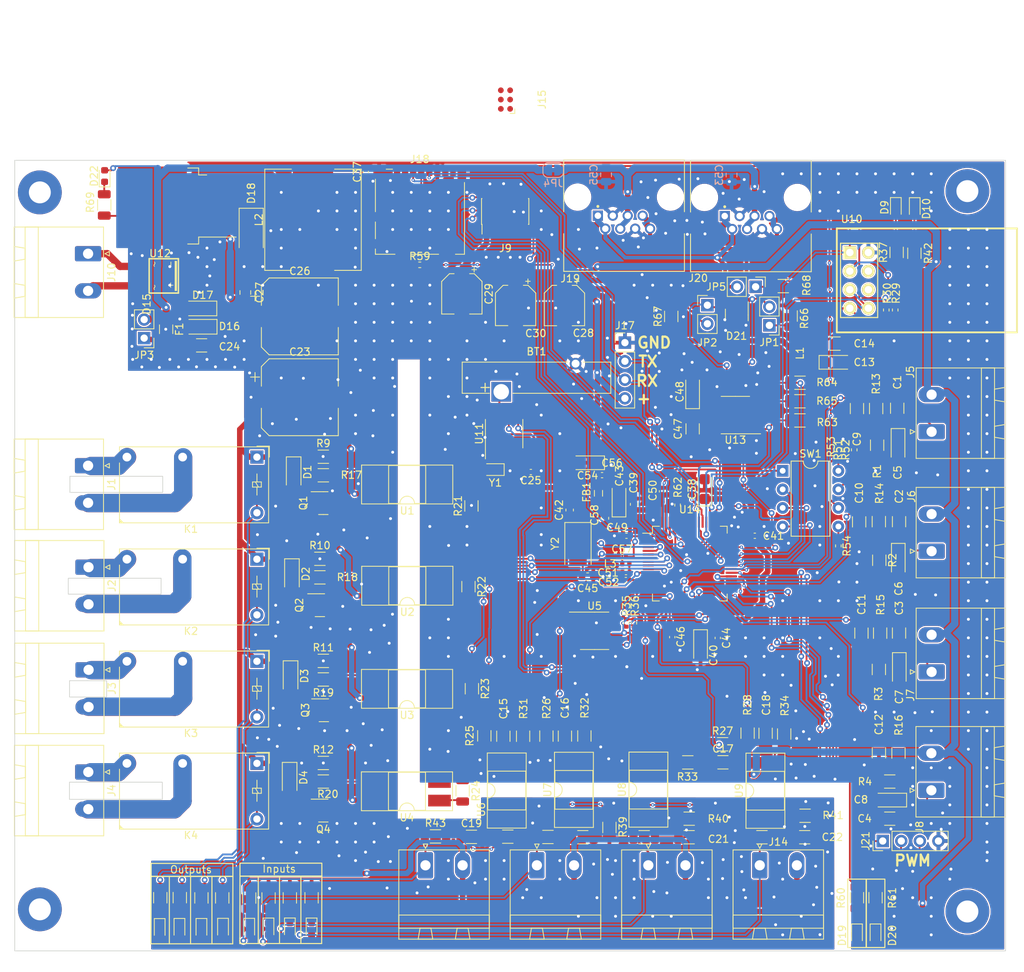
<source format=kicad_pcb>
(kicad_pcb (version 20211014) (generator pcbnew)
  (layers (0 "F.Cu" signal) (31 "B.Cu" signal) (34 "B.Paste" user) (35 "F.Paste" user) (36 "B.SilkS" user "B.Silkscreen") (37 "F.SilkS" user "F.Silkscreen") (38 "B.Mask" user) (39 "F.Mask" user) (44 "Edge.Cuts" user))
  (net 0 "")
  (net 1 "Net-(C1-Pad1)")
  (net 2 "GND")
  (net 3 "ADC0")
  (net 4 "ADC1")
  (net 5 "ADC2")
  (net 6 "ADC3")
  (net 7 "+24V")
  (net 8 "+3.3V")
  (net 9 "+3.3VA")
  (net 10 "NRST")
  (net 11 "Net-(D5-Pad1)")
  (net 12 "Net-(D6-Pad1)")
  (net 13 "Net-(D7-Pad1)")
  (net 14 "Net-(D8-Pad1)")
  (net 15 "VDC")
  (net 16 "Net-(J1-Pad1)")
  (net 17 "Net-(C20-Pad1)")
  (net 18 "Net-(J2-Pad1)")
  (net 19 "Net-(J3-Pad1)")
  (net 20 "Net-(J4-Pad1)")
  (net 21 "Net-(D1-Pad2)")
  (net 22 "Net-(Q1-Pad1)")
  (net 23 "Net-(Q2-Pad1)")
  (net 24 "Net-(Q3-Pad1)")
  (net 25 "Net-(Q4-Pad1)")
  (net 26 "RELAY0")
  (net 27 "Net-(R21-Pad2)")
  (net 28 "RELAY1")
  (net 29 "Net-(R22-Pad2)")
  (net 30 "RELAY2")
  (net 31 "Net-(R23-Pad2)")
  (net 32 "RELAY3")
  (net 33 "Net-(R24-Pad2)")
  (net 34 "PC13")
  (net 35 "PC14")
  (net 36 "PC15")
  (net 37 "PA4")
  (net 38 "PA5")
  (net 39 "PC4")
  (net 40 "PC5")
  (net 41 "PB2")
  (net 42 "PB12")
  (net 43 "SWDIO")
  (net 44 "SWCLK")
  (net 45 "PB15")
  (net 46 "PC9")
  (net 47 "PA8")
  (net 48 "SWO")
  (net 49 "PB4")
  (net 50 "PB5")
  (net 51 "PB6")
  (net 52 "PB7")
  (net 53 "PB8")
  (net 54 "PB9")
  (net 56 "Net-(D13-Pad2)")
  (net 57 "Net-(D14-Pad2)")
  (net 58 "Net-(BT1-Pad1)")
  (net 59 "Net-(C2-Pad1)")
  (net 60 "Net-(C3-Pad1)")
  (net 61 "Net-(C4-Pad1)")
  (net 62 "Net-(C26-Pad1)")
  (net 63 "Net-(J1-Pad2)")
  (net 64 "Net-(J2-Pad2)")
  (net 65 "STM32_RX_5")
  (net 66 "STM32_TX_5")
  (net 67 "STM32_RX_4")
  (net 68 "STM32_TX_4")
  (net 69 "Net-(D11-Pad1)")
  (net 70 "GPIO0")
  (net 71 "GPIO1")
  (net 72 "GPIO2")
  (net 73 "GPIO3")
  (net 74 "STM32_RS485")
  (net 75 "VDD")
  (net 76 "Net-(D12-Pad1)")
  (net 77 "Net-(D13-Pad1)")
  (net 78 "Net-(D14-Pad1)")
  (net 79 "TDI")
  (net 80 "Net-(D19-Pad1)")
  (net 81 "PB13")
  (net 82 "PB14")
  (net 83 "Net-(D2-Pad2)")
  (net 84 "Net-(D3-Pad2)")
  (net 85 "Net-(D4-Pad2)")
  (net 86 "Net-(D20-Pad1)")
  (net 87 "Net-(D21-Pad1)")
  (net 88 "Net-(D21-Pad2)")
  (net 89 "Net-(C13-Pad1)")
  (net 90 "Net-(C19-Pad1)")
  (net 91 "Net-(C21-Pad1)")
  (net 92 "Net-(C22-Pad1)")
  (net 93 "Net-(D9-Pad2)")
  (net 94 "Net-(D10-Pad2)")
  (net 95 "Net-(D11-Pad2)")
  (net 96 "Net-(D12-Pad2)")
  (net 97 "Net-(D18-Pad1)")
  (net 98 "Net-(D15-Pad3)")
  (net 99 "Net-(D15-Pad4)")
  (net 100 "Net-(R31-Pad1)")
  (net 101 "Net-(R32-Pad1)")
  (net 102 "Net-(R33-Pad1)")
  (net 103 "Net-(JP1-Pad1)")
  (net 104 "Net-(JP2-Pad2)")
  (net 105 "Net-(JP5-Pad1)")
  (net 106 "Net-(R17-Pad1)")
  (net 107 "Net-(R18-Pad1)")
  (net 108 "Net-(R19-Pad1)")
  (net 109 "Net-(R20-Pad1)")
  (net 110 "Net-(R29-Pad1)")
  (net 111 "Net-(R30-Pad1)")
  (net 112 "Net-(R34-Pad1)")
  (net 113 "SDA")
  (net 114 "SCL")
  (net 117 "Net-(U11-Pad1)")
  (net 118 "Net-(U11-Pad2)")
  (net 121 "Net-(J3-Pad2)")
  (net 122 "Net-(J4-Pad2)")
  (net 128 "PC_TX")
  (net 129 "PC_RX")
  (net 130 "Net-(R51-Pad1)")
  (net 131 "Net-(R52-Pad1)")
  (net 132 "Net-(R60-Pad2)")
  (net 133 "Net-(D22-Pad1)")
  (net 134 "Net-(D22-Pad2)")
  (net 136 "Net-(R53-Pad1)")
  (net 137 "Net-(R54-Pad1)")
  (net 138 "SDIO_DO")
  (net 139 "unconnected-(C37-Pad2)")
  (net 140 "Net-(C42-Pad1)")
  (net 141 "Net-(C45-Pad1)")
  (net 142 "Net-(C53-Pad1)")
  (net 143 "SD_CARD_DETECTION")
  (net 144 "Net-(R61-Pad2)")
  (net 145 "Net-(R62-Pad1)")
  (net 149 "Net-(J18-Pad10)")
  (footprint "Package_TO_SOT_SMD:SOT-23" (layer "F.Cu") (at 119.585 99.673333)
    (fp_text reference "Q2")
    (fp_text value "MMBTA42")
  )
  (footprint "Capacitor_SMD:C_0603_1608Metric" (layer "F.Cu") (at 153.743803 86.649906 90)
    (fp_text reference "C42")
    (fp_text value "30p")
  )
  (footprint "Diode_SMD:D_SOD-123F" (layer "F.Cu") (at 103.313005 61.573536 180)
    (fp_text reference "D16")
    (fp_text value "1N4007")
  )
  (footprint "Crystal:Crystal_SMD_5032-2Pin_5.0x3.2mm" (layer "F.Cu") (at 154.881669 91.406667 -90)
    (fp_text reference "Y2")
    (fp_text value "8MHz")
  )
  (footprint "Resistor_SMD:R_1206_3216Metric" (layer "F.Cu") (at 180.045 131.423333)
    (fp_text reference "R46" hide)
    (fp_text value "2k")
  )
  (footprint "Connector_PinHeader_2.54mm:PinHeader_1x02_P2.54mm_Vertical" (layer "F.Cu") (at 172.582344 58.619863)
    (fp_text reference "JP2")
    (fp_text value "SolderJumper_2_Open")
  )
  (footprint "Rj45TE:TE_1-406525-1" (layer "F.Cu") (at 178.533489 43.874132 180)
    (fp_text reference "J20")
    (fp_text value "1-406525-1")
  )
  (footprint "Resistor_SMD:R_1206_3216Metric" (layer "F.Cu") (at 119.585 95.863333 180)
    (fp_text reference "R18")
    (fp_text value "2K")
  )
  (footprint "Capacitor_SMD:C_1206_3216Metric" (layer "F.Cu") (at 193.337565 88.267413 -90)
    (fp_text reference "C10")
    (fp_text value "100nF")
  )
  (footprint "Resistor_SMD:R_1206_3216Metric" (layer "F.Cu") (at 198.721751 119.901992 90)
    (fp_text reference "R16")
    (fp_text value "300R")
  )
  (footprint "Resistor_SMD:R_1206_3216Metric" (layer "F.Cu") (at 120.055 123.803333 180)
    (fp_text reference "R20")
    (fp_text value "2K")
  )
  (footprint "Capacitor_SMD:C_0402_1005Metric" (layer "F.Cu") (at 179.07 90.17)
    (fp_text reference "C41")
    (fp_text value "100n")
  )
  (footprint "Resistor_SMD:R_1206_3216Metric" (layer "F.Cu") (at 90.090935 44.898194 -90)
    (fp_text reference "R69")
    (fp_text value "2K")
  )
  (footprint "Resistor_SMD:R_1206_3216Metric" (layer "F.Cu") (at 167.64 60.158255 90)
    (fp_text reference "R67")
    (fp_text value "10K")
  )
  (footprint "Relay_THT:Relay_SPST_Finder_32.21-x300" (layer "F.Cu") (at 110.9725 79.405833 180)
    (fp_text reference "K1")
    (fp_text value "RM50-xx21")
  )
  (footprint "Diode_SMD:D_SOD-123F" (layer "F.Cu") (at 115.571037 109.485645 -90)
    (fp_text reference "D3")
    (fp_text value "1N4007")
  )
  (footprint "LED_SMD:LED_0603_1608Metric" (layer "F.Cu") (at 106.332811 144.007865 -90)
    (fp_text reference "D8" hide)
    (fp_text value "LED")
  )
  (footprint "Resistor_SMD:R_1206_3216Metric" (layer "F.Cu") (at 196.092757 93.522161 -90)
    (fp_text reference "R2")
    (fp_text value "10K")
  )
  (footprint "Resistor_SMD:R_0402_1005Metric" (layer "F.Cu") (at 162.530871 102.109745 -90)
    (fp_text reference "R36")
    (fp_text value "4k7")
  )
  (footprint "Resistor_SMD:R_0402_1005Metric" (layer "F.Cu") (at 191.612478 78.413832 90)
    (fp_text reference "R51")
    (fp_text value "10k")
  )
  (footprint "Package_SO:SOIC-8_3.9x4.9mm_P1.27mm" (layer "F.Cu") (at 157.156841 103.173961)
    (fp_text reference "U5")
    (fp_text value "CAT24C256")
  )
  (footprint "Resistor_SMD:R_1206_3216Metric" (layer "F.Cu") (at 140.375 111.103333 -90)
    (fp_text reference "R23")
    (fp_text value "300R")
  )
  (footprint "Resistor_SMD:R_1206_3216Metric" (layer "F.Cu") (at 196.210697 103.495373 90)
    (fp_text reference "R15")
    (fp_text value "300R")
  )
  (footprint "Capacitor_SMD:C_0402_1005Metric" (layer "F.Cu") (at 161.449679 95.149971 180)
    (fp_text reference "C51")
    (fp_text value "1u" hide)
  )
  (footprint "Resistor_SMD:R_1206_3216Metric" (layer "F.Cu") (at 183.970652 60.102964 90)
    (fp_text reference "R66")
    (fp_text value "10K")
  )
  (footprint "Resistor_SMD:R_1206_3216Metric" (layer "F.Cu") (at 109.912297 139.745117 90)
    (fp_text reference "R47" hide)
    (fp_text value "10K")
  )
  (footprint "Connector_Phoenix_MSTB:PhoenixContact_MSTBA_2,5_2-G-5,08_1x02_P5.08mm_Horizontal" (layer "F.Cu") (at 203.215747 125.004086 90)
    (fp_text reference "J8")
    (fp_text value "Screw_Terminal_01x02")
  )
  (footprint "MountingHole:MountingHole_3mm_Pad" (layer "F.Cu") (at 81.28 43.18)
    (fp_text reference "H4" hide)
    (fp_text value "MountingHole")
  )
  (footprint "Resistor_SMD:R_0402_1005Metric" (layer "F.Cu") (at 161.482253 102.102462 -90)
    (fp_text reference "R35")
    (fp_text value "4k7")
  )
  (footprint "Capacitor_Tantalum_SMD:CP_EIA-3216-10_Kemet-I" (layer "F.Cu") (at 198.693759 93.525814 -90)
    (fp_text reference "C6")
    (fp_text value " 10µF")
  )
  (footprint "Connector:Tag-Connect_TC2030-IDC-FP_2x03_P1.27mm_Vertical" (layer "F.Cu") (at 144.968411 30.48 90)
    (fp_text reference "J15")
    (fp_text value "Conn_ARM_SWD_TagConnect_TC2030")
  )
  (footprint "Resistor_SMD:R_1206_3216Metric" (layer "F.Cu") (at 193.04 139.7 90)
    (fp_text reference "R60")
    (fp_text value "100R")
  )
  (footprint "Capacitor_SMD:C_0805_2012Metric" (layer "F.Cu") (at 109.387139 56.88 90)
    (fp_text reference "C27")
    (fp_text value "100nF 100V")
  )
  (footprint "LED_SMD:LED_0603_1608Metric" (layer "F.Cu") (at 90.141808 40.945456 90)
    (fp_text reference "D22")
    (fp_text value "LED")
  )
  (footprint "Capacitor_SMD:C_0402_1005Metric" (layer "F.Cu") (at 166.37 84.090618 90)
    (fp_text reference "C50")
    (fp_text value "100n")
  )
  (footprint "Resistor_SMD:R_0402_1005Metric" (layer "F.Cu") (at 198.270366 59.27709 -90)
    (fp_text reference "R29")
    (fp_text value "10k")
  )
  (footprint "Inductor_SMD:L_Sunlord_MWSA12xxS" (layer "F.Cu") (at 118.643624 46.929285 90)
    (fp_text reference "L2")
    (fp_text value "100µH")
  )
  (footprint "Resistor_SMD:R_1206_3216Metric" (layer "F.Cu") (at 120.055 121.263333)
    (fp_text reference "R12")
    (fp_text value "100K")
  )
  (footprint "LED_SMD:LED_0603_1608Metric" (layer "F.Cu") (at 97.670514 144.046083 -90)
    (fp_text reference "D5" hide)
    (fp_text value "LED")
  )
  (footprint "Capacitor_SMD:CP_Elec_5x5.4" (layer "F.Cu") (at 153.031205 58.665298 -90)
    (fp_text reference "C28")
    (fp_text value "100µF 10v")
  )
  (footprint "LED_SMD:LED_0603_1608Metric" (layer "F.Cu") (at 198.356337 45.378668 -90)
    (fp_text reference "D9")
    (fp_text value "LED_RED")
  )
  (footprint "Resistor_SMD:R_1206_3216Metric" (layer "F.Cu") (at 169.903892 121.183272)
    (fp_text reference "R33")
    (fp_text value "100")
  )
  (footprint "Package_DIP:DIP-8_W7.62mm" (layer "F.Cu") (at 182.88 81.28)
    (fp_text reference "SW1")
    (fp_text value "SW_DIP_x04")
  )
  (footprint "Resistor_SMD:R_0402_1005Metric" (layer "F.Cu") (at 190.5 91.55681 -90)
    (fp_text reference "R54")
    (fp_text value "10k")
  )
  (footprint "LED_SMD:LED_0603_1608Metric" (layer "F.Cu") (at 100.374714 144.022391 -90)
    (fp_text reference "D6" hide)
    (fp_text value "LED")
  )
  (footprint "LED_SMD:LED_0603_1608Metric" (layer "F.Cu") (at 112.549663 143.970142 -90)
    (fp_text reference "D12" hide)
    (fp_text value "LED")
  )
  (footprint "Package_DIP:DIP-4_W8.89mm_SMDSocket_LongPads" (layer "F.Cu") (at 131.493928 125.138665 180)
    (fp_text reference "U4")
    (fp_text value "EL817")
  )
  (footprint "Battery:Battery_Panasonic_CR2032-VS1N_Vertical_CircularHoles" (layer "F.Cu") (at 144.385998 70.466629)
    (fp_text reference "BT1")
    (fp_text value "Battery_Cell")
  )
  (footprint "Diode_SMD:D_SOD-123F" (layer "F.Cu") (at 115.762395 95.526648 -90)
    (fp_text reference "D2")
    (fp_text value "1N4007")
  )
  (footprint "Capacitor_SMD:C_1206_3216Metric" (layer "F.Cu") (at 144.67778 117.60268 -90)
    (fp_text reference "C15")
    (fp_text value "10nF")
  )
  (footprint "Capacitor_SMD:C_0402_1005Metric" (layer "F.Cu") (at 148.437812 81.446745 180)
    (fp_text reference "C25")
    (fp_text value "100n")
  )
  (footprint "Resistor_SMD:R_1206_3216Metric" (layer "F.Cu") (at 198.468018 51.393326 90)
    (fp_text reference "R37")
    (fp_text value "140")
  )
  (footprint "Resistor_SMD:R_1206_3216Metric" (layer "F.Cu") (at 170.095184 128.883333)
    (fp_text reference "R40")
    (fp_text value "100k")
  )
  (footprint "Package_DIP:DIP-4_W7.62mm_SMDSocket_SmallPads" (layer "F.Cu") (at 164.513926 124.909287 90)
    (fp_text reference "U8")
    (fp_text value "EL817")
  )
  (footprint "LED_SMD:LED_0603_1608Metric" (layer "F.Cu") (at 200.942721 45.391409 -90)
    (fp_text reference "D10")
    (fp_text value "LED_WIT")
  )
  (footprint "Package_DIP:DIP-4_W8.89mm_SMDSocket_LongPads" (layer "F.Cu") (at 131.522434 83.154519 180)
    (fp_text reference "U1")
    (fp_text value "EL817")
  )
  (footprint "Resistor_SMD:R_1206_3216Metric" (layer "F.Cu") (at 120.055 81.893333 180)
    (fp_text reference "R17")
    (fp_text value "2K")
  )
  (footprint "Connector_Phoenix_MSTB:PhoenixContact_MSTBA_2,5_2-G-5,08_1x02_P5.08mm_Horizontal" (layer "F.Cu") (at 87.948875 108.519583 -90)
    (fp_text reference "J3")
    (fp_text value " ")
  )
  (footprint "LED_SMD:LED_0603_1608Metric" (layer "F.Cu") (at 109.920521 144.005942 -90)
    (fp_text reference "D11" hide)
    (fp_text value "LED")
  )
  (footprint "Package_TO_SOT_SMD:TO-263-5_TabPin3" (layer "F.Cu") (at 100.053928 45.048679 180)
    (fp_text reference "U12")
    (fp_text value "LM2576HVS-3.3")
  )
  (footprint "Crystal:Crystal_SMD_2012-2Pin_2.0x1.2mm" (layer "F.Cu") (at 143.588412 81.117813 180)
    (fp_text reference "Y1")
    (fp_text value "32.768MHZ")
  )
  (footprint "Resistor_SMD:R_1206_3216Metric" (layer "F.Cu") (at 155.758645 117.56781 90)
    (fp_text reference "R32")
    (fp_text value "100")
  )
  (footprint "Diode_SMD:D_SOD-123F" (layer "F.Cu") (at 115.993965 81.578737 -90)
    (fp_text reference "D1")
    (fp_text value "1N4007")
  )
  (footprint "Connector_PinHeader_2.54mm:PinHeader_1x02_P2.54mm_Vertical" (layer "F.Cu") (at 95.548357 63.124471 180)
    (fp_text reference "JP3")
    (fp_text value "SolderJumper_2_Open")
  )
  (footprint "Diode_SMD:D_SMA" (layer "F.Cu") (at 110.193407 48.751987 -90)
    (fp_text reference "D18")
    (fp_text value "SS32L-SS320L")
  )
  (footprint "Package_DIP:DIP-4_W7.62mm_SMDSocket_SmallPads" (layer "F.Cu") (at 180.518873 125.06396 90)
    (fp_text reference "U9")
    (fp_text value "EL817")
  )
  (footprint "Connector_Phoenix_MSTB:PhoenixContact_MSTBA_2,5_2-G-5,08_1x02_P5.08mm_Horizontal" (layer "F.Cu") (at 203.249252 92.283345 90)
    (fp_text reference "J6")
    (fp_text value "Screw_Terminal_01x02")
  )
  (footprint "Capacitor_SMD:C_1206_3216Metric" (layer "F.Cu") (at 103.408428 64.118134 180)
    (fp_text reference "C24")
    (fp_text value "4u7")
  )
  (footprint "Connector_Phoenix_MSTB:PhoenixContact_MSTBA_2,5_2-G-5,08_1x02_P5.08mm_Horizontal" (layer "F.Cu") (at 87.938829 94.468982 -90)
    (fp_text reference "J2")
    (fp_text value " ")
  )
  (footprint "Resistor_SMD:R_1206_3216Metric" (layer "F.Cu") (at 196.035949 88.239009 90)
    (fp_text reference "R14")
    (fp_text value "300R")
  )
  (footprint "Connector_Phoenix_MSTB:PhoenixContact_MSTBA_2,5_2-G-5,08_1x02_P5.08mm_Horizontal" (layer "F.Cu") (at 134.025 135.265833)
    (fp_text reference "J11" hide)
    (fp_text value "Screw_Terminal_01x02")
  )
  (footprint "ESp:ESP-01" (layer "F.Cu") (at 192.064 51.413333)
    (fp_text reference "U10")
    (fp_text value "ESP-01v090")
  )
  (footprint "Inductor_SMD:L_0402_1005Metric" (layer "F.Cu") (at 161.425455 94.053187)
    (fp_text reference "L3")
    (fp_text value "90mohm")
  )
  (footprint "Capacitor_Tantalum_SMD:CP_EIA-3216-10_Kemet-I" (layer "F.Cu") (at 172.227663 83.783437 90)
    (fp_text reference "C38")
    (fp_text value "10µF")
  )
  (footprint "Connector_PinHeader_2.54mm:PinHeader_1x04_P2.54mm_Vertical" (layer "F.Cu") (at 196.564271 131.93996 90)
    (fp_text reference "J21")
    (fp_text value "Conn_01x04")
  )
  (footprint "Capacitor_SMD:C_1206_3216Metric" (layer "F.Cu") (at 198.545 72.72 90)
    (fp_text reference "C1")
    (fp_text value "100nF")
  )
  (footprint "Connector_Phoenix_MSTB:PhoenixContact_MSTBA_2,5_2-G-5,08_1x02_P5.08mm_Horizontal" (layer "F.Cu") (at 87.87978 80.586127 -90)
    (fp_text reference "J1")
    (fp_text value " ")
  )
  (footprint "Capacitor_Tantalum_SMD:CP_EIA-3216-10_Kemet-I" (layer "F.Cu") (at 156.197297 80.182748 180)
    (fp_text reference "C54")
    (fp_text value "10µF")
  )
  (footprint "Resistor_SMD:R_1206_3216Metric" (layer "F.Cu") (at 100.423613 139.690919 90)
    (fp_text reference "R6" hide)
    (fp_text value "10K")
  )
  (footprint "Package_SO:SOIC-8_3.9x4.9mm_P1.27mm" (layer "F.Cu") (at 144.78 76.2 90)
    (fp_text reference "U11")
    (fp_text value "DS1307Z+")
  )
  (footprint "Resistor_SMD:R_0402_1005Metric" (layer "F.Cu") (at 192.665328 78.413832 90)
    (fp_text reference "R52")
    (fp_text value "10k")
  )
  (footprint "Capacitor_SMD:C_0402_1005Metric" (layer "F.Cu") (at 158.177216 81.875931)
    (fp_text reference "C56")
    (fp_text value "100n")
  )
  (footprint "Capacitor_Tantalum_SMD:CP_EIA-3216-10_Kemet-I" (layer "F.Cu") (at 171.646591 105.346506 -90)
    (fp_text reference "C40")
    (fp_text value "10µF")
  )
  (footprint "Capacitor_SMD:C_1206_3216Metric" (layer "F.Cu") (at 170.095184 131.423333)
    (fp_text reference "C21")
    (fp_text value "100nf")
  )
  (footprint "Capacitor_SMD:C_1206_3216Metric" (layer "F.Cu") (at 198.795 88.243333 90)
    (fp_text reference "C2")
    (fp_text value "100nF")
  )
  (footprint "Resistor_SMD:R_1206_3216Metric" (layer "F.Cu") (at 197.525 123.803333 180)
    (fp_text reference "R4")
    (fp_text value "10K")
  )
  (footprint "LED_SMD:LED_0603_1608Metric" (layer "F.Cu") (at 195.58 144.78 -90)
    (fp_text reference "D20")
    (fp_text value "LED")
  )
  (footprint "Capacitor_SMD:C_1206_3216Metric" (layer "F.Cu") (at 153.099197 117.585791 -90)
    (fp_text reference "C16")
    (fp_text value "10nF")
  )
  (footprint "Resistor_SMD:R_1206_3216Metric" (layer "F.Cu") (at 185.242115 74.39041)
    (fp_text reference "R63")
    (fp_text value "10K")
  )
  (footprint "Resistor_SMD:R_1206_3216Metric" (layer "F.Cu") (at 174.663897 118.703185)
    (fp_text reference "R27")
    (fp_text value "10k")
  )
  (footprint "Inductor_SMD:L_0805_2012Metric" (layer "F.Cu") (at 157.686715 84.35882 -90)
    (fp_text reference "FB1")
    (fp_text value "FerriteBead_Small")
  )
  (footprint "Capacitor_SMD:C_0402_1005Metric" (layer "F.Cu") (at 174.001806 104.154449 -90)
    (fp_text reference "C44")
    (fp_text value "100n")
  )
  (footprint "Package_TO_SOT_SMD:SOT-23" (layer "F.Cu") (at 120.126567 114.052923)
    (fp_text reference "Q3")
    (fp_text value "MMBTA42")
  )
  (footprint "Resistor_SMD:R_0402_1005Metric" (layer "F.Cu") (at 190.598877 78.410846 90)
    (fp_text reference "R53")
    (fp_text value "10k")
  )
  (footprint "Connector_Phoenix_MSTB:PhoenixContact_MSTBA_2,5_2-G-5,08_1x02_P5.08mm_Horizontal" (layer "F.Cu") (at 87.909315 122.501109 -90)
    (fp_text reference "J4")
    (fp_text value " ")
  )
  (footprint "Fuse:Fuse_1206_3216Metric" (layer "F.Cu") (at 98.552672 61.909819 -90)
    (fp_text reference "F1")
    (fp_text value "Polyfuse")
  )
  (footprint "Capacitor_SMD:C_1206_3216Metric" (layer "F.Cu") (at 193.653453 103.496285 -90)
    (fp_text reference "C11")
    (fp_text value "100nF")
  )
  (footprint "Resistor_SMD:R_1206_3216Metric" (layer "F.Cu") (at 140.311745 86.087294 90)
    (fp_text reference "R21")
    (fp_text value "300R")
  )
  (footprint "Capacitor_Tantalum_SMD:CP_EIA-3216-10_Kemet-I" (layer "F.Cu") (at 198.830641 108.479098 -90)
    (fp_text reference "C7")
    (fp_text value " 10µF")
  )
  (footprint "Resistor_SMD:R_1206_3216Metric" (layer "F.Cu") (at 185.253085 69.231382)
    (fp_text reference "R64")
    (fp_text value "10K")
  )
  (footprint "Capacitor_SMD:C_1206_3216Metric" (layer "F.Cu") (at 170.565885 75.543333 -90)
    (fp_text reference "C47")
    (fp_text value "100nf")
  )
  (footprint "Capacitor_Tantalum_SMD:CP_EIA-3216-10_Kemet-I" (layer "F.Cu") (at 198.656017 77.810821 -90)
    (fp_text reference "C5")
    (fp_text value " 10µF")
  )
  (footprint "LED_SMD:LED_0603_1608Metric" (layer "F.Cu") (at 103.382391 144.024132 -90)
    (fp_text reference "D7" hide)
    (fp_text value "LED")
  )
  (footprint "Resistor_SMD:R_1206_3216Metric" (layer "F.Cu") (at 142.073085 117.548123 -90)
    (fp_text reference "R25")
    (fp_text value "10k")
  )
  (footprint "Connector_Phoenix_MSTB:PhoenixContact_MSTBA_2,5_2-G-5,08_1x02_P5.08mm_Horizontal" (layer "F.Cu") (at 179.745 135.265833)
    (fp_text reference "J14")
    (fp_text value "Screw_Terminal_01x02")
  )
  (footprint "Capacitor_SMD:C_0402_1005Metric" (layer "F.Cu") (at 167.774212 104.042033 -90)
    (fp_text reference "C46")
    (fp_text value "100n")
  )
  (footprint "Capacitor_SMD:C_1206_3216Metric" (layer "F.Cu") (at 190.042361 63.875338)
    (fp_text reference "C14")
    (fp_text value "4u7")
  )
  (footprint "Connector_PinHeader_2.54mm:PinHeader_1x02_P2.54mm_Vertical" (layer "F.Cu") (at 179.176755 56.10028 -90)
    (fp_text reference "JP5")
    (fp_text value "SolderJumper_2_Open")
  )
  (footprint "Connector_Phoenix_MSTB:PhoenixContact_MSTBA_2,5_2-G-5,08_1x02_P5.08mm_Horizontal" (layer "F.Cu") (at 164.505 135.265833)
    (fp_text reference "J13" hide)
    (fp_text value "Screw_Terminal_01x02")
  )
  (footprint "Resistor_SMD:R_1206_3216Metric" (layer "F.Cu") (at 139.905 97.133333 -90)
    (fp_text reference "R22")
    (fp_text value "300R")
  )
  (footprint "Resistor_SMD:R_1206_3216Metric" (layer "F.Cu") (at 97.754379 139.699999 90)
    (fp_text reference "R5" hide)
    (fp_text value "10K")
  )
  (footprint "Connector_Phoenix_MSTB:PhoenixContact_MSTBA_2,5_2-G-5,08_1x02_P5.08mm_Horizontal" (layer "F.Cu") (at 203.249252 75.938906 90)
    (fp_text reference "J5")
    (fp_text value "Screw_Terminal_01x02")
  )
  (footprint "MountingHole:MountingHole_3mm_Pad" (layer "F.Cu") (at 81.28 141.290422)
    (fp_text reference "H2" hide)
    (fp_text value "MountingHole")
  )
  (footprint "Connector_PinHeader_1.27mm:PinHeader_2x05_P1.27mm_Vertical_SMD" (layer "F.Cu") (at 144.927647 45.793823 90)
    (fp_text reference "J9")
    (fp_text value "Conn_02x05_Odd_Even")
  )
  (footprint "Resistor_SMD:R_1206_3216Metric" (layer "F.Cu") (at 150.776747 131.392045)
    (fp_text reference "R44" hide)
    (fp_text value "2k")
  )
  (footprint "Connector_Phoenix_MSTB:PhoenixContact_MSTBA_2,5_2-G-5,08_1x02_P5.08mm_Horizontal" (layer "F.Cu") (at 87.87978 51.574826 -90)
    (fp_text reference "J10")
    (fp_text value "Screw_Terminal_01x02")
  )
  (footprint "Resistor_SMD:R_1206_3216Metric" (layer "F.Cu") (at 183.085 117.300957 90)
    (fp_text reference "R34")
    (fp_text value "100")
  )
  (footprint "Diode_SMD:D_SOD-123F" (layer "F.Cu") (at 103.281198 59.060746 180)
    (fp_text reference "D17")
    (fp_text value "1N4007")
  )
  (footprint "Capacitor_SMD:C_0603_1608Metric" (layer "F.Cu") (at 162.56 85.865 90)
    (fp_text reference "C39")
    (fp_text value "4u7")
  )
  (footprint "Capacitor_SMD:C_1206_3216Metric" (layer "F.Cu") (at 185.89 131.423333)
    (fp_text reference "C22")
    (fp_text value "100nf")
  )
  (footprint "Capacitor_Tantalum_SMD:CP_EIA-3216-10_Kemet-I" (layer "F.Cu") (at 170.559671 70.463333 90)
    (fp_text reference "C48")
    (fp_text value "10uF 16V")
  )
  (footprint "Capacitor_SMD:C_1206_3216Metric" (layer "F.Cu") (at 174.710088 121.172683)
    (fp_text reference "C17")
    (fp_text value "10nF")
  )
  (footprint "Capacitor_Tantalum_SMD:CP_EIA-3216-10_Kemet-I" (layer "F.Cu") (at 190.176139 66.436241)
    (fp_text reference "C13")
    (fp_text value "4.7uf")
  )
  (footprint "Capacitor_SMD:C_1206_3216Metric" (layer "F.Cu") (at 193.040901 72.76208 -90)
    (fp_text reference "C9")
    (fp_text value "100nF")
  )
  (footprint "LED_SMD:LED_0603_1608Metric" (layer "F.Cu") (at 118.448228 143.970142 -90)
    (fp_text reference "D14" hide)
    (fp_text value "LED")
  )
  (footprint "Resistor_SMD:R_1206_3216Metric" (layer "F.Cu") (at 150.564899 117.585791 -90)
    (fp_text reference "R26")
    (fp_text value "10k")
  )
  (footprint "Resistor_SMD:R_1206_3216Metric" (layer "F.Cu") (at 120.055 109.833333 180)
    (fp_text reference "R19")
    (fp_text value "2K")
  )
  (footprint "Resistor_SMD:R_1206_3216Metric" (layer "F.Cu") (at 135.391713 131.310958)
    (fp_text reference "R43")
    (fp_text value "2k")
  )
  (footprint "Resistor_SMD:R_1206_3216Metric" (layer "F.Cu") (at 103.382391 139.726124 90)
    (fp_text reference "R7" hide)
    (fp_text value "10K")
  )
  (footprint "Resistor_SMD:R_1206_3216Metric" (layer "F.Cu") (at 147.376337 117.60268 90)
    (fp_text reference "R31")
    (fp_text value "100")
  )
  (footprint "Capacitor_SMD:CP_Elec_5x5.4" (layer "F.Cu") (at 139.000959 57.068545 -90)
    (fp_text reference "C29")
    (fp_text value "100µF 10v")
  )
  (footprint "Capacitor_SMD:C_1206_3216Metric" (layer "F.Cu") (at 140.315591 131.373964)
    (fp_text reference "C19")
    (fp_text value "100nf")
  )
  (footprint "Package_TO_SOT_SMD:SOT-23" (layer "F.Cu") (at 120.055 85.703333)
    (fp_text reference "Q1")
    (fp_text value "MMBTA42")
  )
  (footprint "Resistor_SMD:R_1206_3216Metric" (layer "F.Cu") (at 106.227176 139.726124 90)
    (fp_text reference "R8" hide)
    (fp_text value "10K")
  )
  (footprint "Resistor_SMD:R_1206_3216Metric" (layer "F.Cu") (at 195.664124 72.760444 90)
    (fp_text reference "R13")
    (fp_text value "300R")
  )
  (footprint "Capacitor_SMD:C_0402_1005Metric" (layer "F.Cu") (at 161.430487 96.226384 180)
    (fp_text reference "C52")
    (fp_text value "100n" hide)
  )
  (footprint "Resistor_SMD:R_1206_3216Metric" (layer "F.Cu") (at 159.18464 130.08771 90)
    (fp_text reference "R39")
    (fp_text value "100k")
  )
  (footprint "Capacitor_SMD:C_1206_3216Metric" (layer "F.Cu") (at 198.795 103.483333 90)
    (fp_text reference "C3")
    (fp_text value "100nF")
  )
  (footprint "Package_QFP:LQFP-64_10x10mm_P0.5mm" (layer "F.Cu") (at 170.18 93.98)
    (fp_text reference "U14")
    (fp_text value "STM32F103RDTx")
  )
  (footprint "Resistor_SMD:R_1206_3216Metric" (layer "F.Cu") (at 196.040273 108.46608 -90)
    (fp_text reference "R3")
    (fp_text value "10K")
  )
  (footprint "LED_SMD:LED_0603_1608Metric" (layer "F.Cu") (at 115.478752 143.961434 -90)
    (fp_text reference "D13" hide)
    (fp_text value "LED")
  )
  (footprint "Resistor_SMD:R_1206_3216Metric" (layer "F.Cu") (at 120.055 79.353333)
    (fp_text reference "R9")
    (fp_text value "100K")
  )
  (footprint "Capacitor_Tantalum_SMD:CP_EIA-3216-10_Kemet-I" (layer "F.Cu") (at 197.525 126.343333 180)
    (fp_text reference "C8")
    (fp_text value " 10µF")
  )
  (footprint "Relay_THT:Relay_SPST_Finder_32.21-x300" (layer "F.Cu") (at 110.9725 121.315833 180)
    (fp_text reference "K4")
    (fp_text value "RM50-xx21")
  )
  (footprint "Resistor_SMD:R_1206_3216Metric" (layer "F.Cu") (at 178.080919 117.181658 -90)
    (fp_text reference "R28")
    (fp_text value "10k")
  )
  (footprint "Capacitor_SMD:CP_Elec_10x10" (layer "F.Cu") (at 116.84 71.212762)
    (fp_text reference "C23")
    (fp_text value "100µF 80V")
  )
  (footprint "Capacitor_SMD:C_0402_1005Metric" (layer "F.Cu") (at 160.947288 93.056145 180)
    (fp_text reference "C57")
    (fp_text value "100n")
  )
  (footprint "Resistor_SMD:R_0402_1005Metric" (layer "F.Cu") (at 197.052396 59.27709 -90)
    (fp_text reference "R30")
    (fp_text value "10k")
  )
  (footprint "Capacitor_SMD:C_1206_3216Metric" (layer "F.Cu") (at 180.545 117.197662 -90)
    (fp_text reference "C18")
    (fp_text value "10nF")
  )
  (footprint "Resistor_SMD:R_1206_3216Metric" (layer "F.Cu") (at 119.585 93.323333)
    (fp_text reference "R10")
    (fp_text value "100K")
  )
  (footprint "Resistor_SMD:R_1206_3216Metric" (layer "F.Cu") (at 185.945652 128.484415 180)
    (fp_text reference "R41")
    (fp_text value "100k")
  )
  (footprint "Resistor_SMD:R_1206_3216Metric" (layer "F.Cu") (at 112.563926 139.739186 90)
    (fp_text reference "R48" hide)
    (fp_text value "10K")
  )
  (footprint "Relay_THT:Relay_SPST_Finder_32.21-x300" (layer "F.Cu") (at 110.9725 93.375833 180)
    (fp_text reference "K2")
    (fp_text value "RM50-xx21")
  )
  (footprint "Capacitor_SMD:CP_Elec_5x5.4" (layer "F.Cu") (at 146.352641 58.654156 -90)
    (fp_text reference "C30")
    (fp_text value "100µF 10v")
  )
  (footprint "Relay_THT:Relay_SPST_Finder_32.21-x300" (layer "F.Cu") (at 110.9725 107.345833 180)
    (fp_text reference "K3")
    (fp_text value "RM50-xx21")
  )
  (footprint "Connector_Phoenix_MSTB:PhoenixContact_MSTBA_2,5_2-G-5,08_1x02_P5.08mm_Horizontal" (layer "F.Cu") (at 149.265 135.265833)
    (fp_text reference "J12" hide)
    (fp_text value "Screw_Terminal_01x02")
  )
  (footprint "Resistor_SMD:R_1206_3216Metric" (layer "F.Cu") (at 182.962833 56.003908)
    (fp_text reference "R68")
    (fp_text value "120")
  )
  (footprint "Capacitor_Tantalum_SMD:CP_EIA-3216-10_Kemet-I" (layer "F.Cu") (at 160.496516 85.282413 90)
    (fp_text reference "C43")
    (fp_text value "10µF")
  )
  (footprint "Rj45TE:TE_1-406525-1" (layer "F.Cu") (at 161.185922 43.828969 180)
    (fp_text reference "J19")
    (fp_text value "1-406525-1")
  )
  (footprint "LED_SMD:LED_0603_1608Metric" (layer "F.Cu") (at 193.04 144.78 -90)
    (fp_text reference "D19")
    (fp_text value "LED")
  )
  (footprint "Capacitor_SMD:C_1206_3216Metric" (layer "F.Cu") (at 196.046659 119.866794 -90)
    (fp_text reference "C12")
    (fp_text value "100nF")
  )
  (footprint "Package_TO_SOT_SMD:SOT-23-3" (layer "F.Cu") (at 176.603372 59.957051 -90)
    (fp_text reference "D21")
    (fp_text value "PSM712")
  )
  (footprint "Package_DIP:DIP-4_W7.62mm_SMDSocket_SmallPads" (layer "F.Cu") (at 145.141955 125.035025 90)
    (fp_text reference "U6")
    (fp_text value "EL817")
  )
  (footprint "Resistor_SMD:R_1206_3216Metric" (layer "F.Cu") (at 139.105 125.073333 -90)
    (fp_text reference "R24")
    (fp_text value "300R")
  )
  (footprint "Diode_SMD:D_SOD-123F" (layer "F.Cu") (at 115.443123 123.383956 -90)
    (fp_text reference "D4")
    (fp_text value "1N4007")
  )
  (footprint "Resistor_SMD:R_1206_3216Metric" (layer "F.Cu") (at 195.58 139.7 90)
    (fp_text reference "R61")
    (fp_text value "100R")
  )
  (footprint "Inductor_SMD:L_0402_1005Metric" (layer "F.Cu") (at 186.468564 65.194012 -90)
    (fp_text reference "L1")
    (fp_text value "100µH")
  )
  (footprint "Capacitor_SMD:C_0603_1608Metric" (layer "F.Cu") (at 158.574017 87.773118 -90)
    (fp_text reference "C58")
    (fp_text value "10uF")
  )
  (footprint "Package_DIP:DIP-4_W8.89mm_SMDSocket_LongPads" (layer "F.Cu") (at 131.538431 97.011588 180)
    (fp_text reference "U2")
    (fp_text value "EL817")
  )
  (footprint "Capacitor_SMD:CP_Elec_10x10" (layer "F.Cu") (at 116.84 60.153809)
    (fp_text reference "C26")
    (fp_text value "100µF 80V")
  )
  (footprint "MountingHole:MountingHole_3mm_Pad" (layer "F.Cu") (at 208.145 43.009421)
    (fp_text reference "H3" hide)
    (fp_text value "MountingHole")
  )
  (footprint "Connector_Phoenix_MSTB:PhoenixContact_MSTBA_2,5_2-G-5,08_1x02_P5.08mm_Horizontal" (layer "F.Cu") (at 203.249252 108.803558 90)
    (fp_text reference "J7")
    (fp_text value "Screw_Terminal_01x02")
  )
  (footprint "Package_DIP:DIP-4_W8.89mm_SMDSocket_LongPads" (layer "F.Cu") (at 131.504974 111.120791 180)
    (fp_text reference "U3")
    (fp_text value "EL817")
  )
  (footprint "Capacitor_SMD:C_0603_1608Metric" (layer "F.Cu") (at 156.204011 95.764045)
    (fp_text reference "C45")
    (fp_text value "30p")
  )
  (footprint "Capacitor_SMD:C_0402_1005Metric" (layer "F.Cu") (at 125.859243 40.389642 90)
    (fp_text reference "C37")
    (fp_text value "100n")
  )
  (footprint "Resistor_SMD:R_1206_3216Metric" (layer "F.Cu") (at 195.796677 77.778491 -90)
    (fp_text reference "R1")
    (fp_text value "10K")
  )
  (footprint "Package_SO:SOIC-8_3.9x4.9mm_P1.27mm" (layer "F.Cu") (at 176.410732 73.66 180)
    (fp_text reference "U13")
    (fp_text value "SN75176AP")
  )
  (footprint "Connector_PinHeader_2.54mm:PinHeader_1x04_P2.54mm_Vertical" (layer "F.Cu") (at 161.304415 63.744331)
    (fp_text reference "J17")
    (fp_text value "Conn_01x04")
  )
  (footprint "Resistor_SMD:R_0402_1005Metric" (layer "F.Cu") (at 168.505469 85.965902 90)
    (fp_text reference "R62")
    (fp_text value "10k")
  )
  (footprint "Resistor_SMD:R_1206_3216Metric" (layer "F.Cu") (at 163.937684 131.423333)
    (fp_text reference "R45" hide)
    (fp_text value "2k")
  )
  (footprint "MountingHole:MountingHole_3mm_Pad" (layer "F.Cu") (at 208.145 141.583333)
    (fp_text reference "H1" hide)
    (fp_text value "MountingHole")
  )
  (footprint "Resistor_SMD:R_1206_3216Metric" (layer "F.Cu") (at 118.447083 139.713062 90)
    (fp_text reference "R50" hide)
    (fp_text value "10K")
  )
  (footprint "Resistor_SMD:R_1206_3216Metric" (layer "F.Cu") (at 145.285769 131.345113 180)
    (fp_text reference "R38" hide)
    (fp_text value "100k")
  )
  (footprint "Capacitor_SMD:C_1206_3216Metric" (layer "F.Cu") (at 197.525 128.883333 180)
    (fp_text reference "C4")
    (fp_text value "100nF")
  )
  (footprint "Package_DIP:DIP-4_W7.62mm_SMDSocket_SmallPads" (layer "F.Cu") (at 154.32762 124.940327 90)
    (fp_text reference "U7")
    (fp_text value "EL817")
  )
  (footprint "Resistor_SMD:R_0402_1005Metric" (layer "F.Cu") (at 133.24489 53.09609)
    (fp_text reference "R59")
    (fp_text value "100")
  )
  (footprint "Package_TO_SOT_SMD:SOT-23" (layer "F.Cu") (at 120.055 127.775833)
    (fp_text reference "Q4")
    (fp_text value "MMBTA42" hide)
  )
  (footprint "Resistor_SMD:R_1206_3216Metric" (layer "F.Cu") (at 185.242115 71.767413)
    (fp_text reference "R65")
    (fp_text value "10K")
  )
  (footprint "Resistor_SMD:R_1206_3216Metric" (layer "F.Cu") (at 200.895 51.513014 90)
    (fp_text reference "R42")
    (fp_text value "100R")
  )
  (footprint "Capacitor_SMD:C_1206_3216Metric" (layer "F.Cu") (at 155.54811 131.423333)
    (fp_text reference "C20" hide)
    (fp_text value "100nf")
  )
  (footprint "gelijkrichter:SOIC-4" (layer "F.Cu") (at 98.232652 54.61 -90)
    (fp_text reference "D15")
    (fp_text value "D_Bridge_+-AA")
  )
  (footprint "Resistor_SMD:R_1206_3216Metric" (layer "F.Cu") (at 120.055 107.293333)
    (fp_text reference "R11")
    (fp_text value "100K")
  )
  (footprint "Connector_PinHeader_2.54mm:PinHeader_1x02_P2.54mm_Vertical" (layer "F.Cu") (at 181.062689 61.376273 180)
    (fp_text reference "JP1")
    (fp_text value "SolderJumper_2_Open")
  )
  (footprint "Capacitor_SMD:C_0402_1005Metric" (layer "F.Cu") (at 161.514166 90.17 180)
    (fp_text reference "C49")
    (fp_text value "100n")
  )
  (footprint "Resistor_SMD:R_1206_3216Metric" (layer "F.Cu") (at 115.4768 139.726124 90)
    (fp_text reference "R49" hide)
    (fp_text value "10K")
  )
  (footprint "Connector_Card:microSD_HC_Molex_104031-0811" (layer "F.Cu") (at 133.24489 45.826475)
    (fp_text reference "J18")
    (fp_text value "Micro_SD_Card")
  )
  (footprint "Jumper:SolderJumper-2_P1.3mm_Bridged_RoundedPad1.0x1.5mm" (layer "B.Cu") (at 151.488171 40.134295)
    (fp_text reference "JP4")
    (fp_text value "SolderJumper_2_Bridged")
  )
  (footprint "Capacitor_SMD:C_0805_2012Metric" (layer "B.Cu") (at 158.723003 40.768915 -90)
    (fp_text reference "C55")
    (fp_text value "100nF 100V")
  )
  (footprint "Capacitor_SMD:C_0805_2012Metric" (layer "B.Cu") (at 175.885 40.807052 -90)
    (fp_text reference "C53")
    (fp_text value "100nF 100V")
  )
  (gr_rect (start 96.488559 136.782524) (end 107.684207 135.007199) (layer "F.SilkS") (width 0.15) (fill none))
  (gr_line (start 104.820976 146.00076) (end 104.818272 136.785236) (layer "F.SilkS") (width 0.15))
  (gr_line (start 111.159564 145.95348) (end 111.158713 136.776182) (layer "F.SilkS") (width 0.15))
  (gr_line (start 119.853017 136.750717) (end 119.823276 145.971865) (layer "F.SilkS") (width 0.15))
  (gr_line (start 107.322883 146.006384) (end 107.657864 146.006384) (layer "F.SilkS") (width 0.15))
  (gr_line (start 107.687605 136.785236) (end 107.657864 146.006384) (layer "F.SilkS") (width 0.15))
  (gr_rect (start 191.77232 137.16) (end 194.302081 146.51152) (layer "F.SilkS") (width 0.15) (fill none))
  (gr_line (start 119.488295 145.971865) (end 119.823276 145.971865) (layer "F.SilkS") (width 0.15))
  (gr_line (start 96.488559 136.782524) (end 107.687605 136.785236) (layer "F.SilkS") (width 0.15))
  (gr_line (start 107.322883 146.006384) (end 96.466965 146.006384) (layer "F.SilkS") (width 0.15))
  (gr_line (start 114.060336 145.971865) (end 114.06385 136.749361) (layer "F.SilkS") (width 0.15))
  (gr_line (start 119.488295 145.971865) (end 108.632377 145.971865) (layer "F.SilkS") (width 0.15))
  (gr_line (start 96.466965 146.006384) (end 96.488559 136.782524) (layer "F.SilkS") (width 0.15))
  (gr_line (start 116.986388 145.966241) (end 116.983684 136.750717) (layer "F.SilkS") (width 0.15))
  (gr_line (start 108.632377 145.971865) (end 108.653971 136.748005) (layer "F.SilkS") (width 0.15))
  (gr_rect (start 194.328158 137.16) (end 196.857919 146.51152) (layer "F.SilkS") (width 0.15) (fill none))
  (gr_line (start 98.994152 145.987999) (end 98.993301 136.810701) (layer "F.SilkS") (width 0.15))
  (gr_line (start 101.894924 146.006384) (end 101.898438 136.78388) (layer "F.SilkS") (width 0.15))
  (gr_line (start 108.653971 136.748005) (end 119.853017 136.750717) (layer "F.SilkS") (width 0.15))
  (gr_rect (start 108.653971 136.748005) (end 119.849619 134.97268) (layer "F.SilkS") (width 0.15) (fill none))
  (gr_rect (start 85.330144 123.895533) (end 98.030144 126.241443) (layer "Edge.Cuts") (width 0.1) (fill none))
  (gr_rect (start 77.846792 38.787256) (end 213.36003 146.973837) (layer "Edge.Cuts") (width 0.1) (fill none))
  (gr_rect (start 85.388677 82.035985) (end 98.088677 84.24142) (layer "Edge.Cuts") (width 0.1) (fill none))
  (gr_rect (start 85.341851 110.00408) (end 90.421851 112.237611) (layer "Edge.Cuts") (width 0.1) (fill none))
  (gr_rect (start 85.168125 95.9862) (end 97.868125 98.163542) (layer "Edge.Cuts") (width 0.1) (fill none))
  (gr_text "Outputs" (at 101.957146 135.854379) (layer "F.SilkS") (effects (font (size 1 1) (thickness 0.14))))
  (gr_text "+\n" (at 163.885591 71.3725) (layer "F.SilkS") (effects (font (size 1.5 1.5) (thickness 0.3))))
  (gr_text "RX" (at 164.327145 68.985804) (layer "F.SilkS") (effects (font (size 1.5 1.5) (thickness 0.3))))
  (gr_text "Inputs" (at 114.018561 135.756412) (layer "F.SilkS") (effects (font (size 1 1) (thickness 0.14))))
  (gr_text "GND" (at 165.304405 63.740477) (layer "F.SilkS") (effects (font (size 1.5 1.5) (thickness 0.3))))
  (gr_text "PWM\n" (at 200.66 134.62) (layer "F.SilkS") (effects (font (size 1.5 1.5) (thickness 0.3))))
  (gr_text "TX" (at 164.462735 66.331539) (layer "F.SilkS") (effects (font (size 1.5 1.5) (thickness 0.3))))
  (segment (start 195.796677 76.315991) (end 198.511187 76.315991) (width 0.25) (layer "F.Cu") (net 1))
  (segment (start 203.249252 75.089046) (end 203.249252 75.938906) (width 0.25) (layer "F.Cu") (net 1))
  (segment (start 195.664124 76.183438) (end 195.796677 76.315991) (width 0.25) (layer "F.Cu") (net 1))
  (segment (start 198.648498 74.091502) (end 202.251708 74.091502) (width 0.25) (layer "F.Cu") (net 1))
  (segment (start 198.545 74.195) (end 198.545 76.349804) (width 0.25) (layer "F.Cu") (net 1))
  (segment (start 202.251708 74.091502) (end 203.249252 75.089046) (width 0.25) (layer "F.Cu") (net 1))
  (segment (start 198.511187 76.315991) (end 198.656017 76.460821) (width 0.25) (layer "F.Cu") (net 1))
  (segment (start 198.545 76.349804) (end 198.656017 76.460821) (width 0.25) (layer "F.Cu") (net 1))
  (segment (start 195.664124 74.222944) (end 195.664124 76.183438) (width 0.25) (layer "F.Cu") (net 1))
  (segment (start 198.545 74.195) (end 198.648498 74.091502) (width 0.25) (layer "F.Cu") (net 1))
  (segment (start 95.333334 46.394273) (end 96.678928 45.048679) (width 0.25) (layer "F.Cu") (net 2))
  (segment (start 90.124514 46.394273) (end 95.333334 46.394273) (width 0.25) (layer "F.Cu") (net 2))
  (via (at 123.821974 70.573873) (size 0.6) (drill 0.4) (layers "F.Cu" "B.Cu") (net 2))
  (via (at 187.96 91.44) (size 0.6) (drill 0.4) (layers "F.Cu" "B.Cu") (net 2))
  (via (at 147.418467 45.880372) (size 0.8) (drill 0.4) (layers "F.Cu" "B.Cu") (net 2))
  (via (at 113.08708 74.83341) (size 0.6) (drill 0.4) (layers "F.Cu" "B.Cu") (net 2))
  (via (at 195.194897 135.766892) (size 0.6) (drill 0.4) (layers "F.Cu" "B.Cu") (net 2))
  (via (at 188.738734 109.39058) (size 0.6) (drill 0.4) (layers "F.Cu" "B.Cu") (net 2))
  (via (at 114.3 43.18) (size 0.6) (drill 0.4) (layers "F.Cu" "B.Cu") (net 2))
  (via (at 182.88 104.14) (size 0.6) (drill 0.4) (layers "F.Cu" "B.Cu") (net 2))
  (via (at 110.169054 71.212762) (size 0.6) (drill 0.4) (layers "F.Cu" "B.Cu") (net 2))
  (via (at 157.48 50.8) (size 0.8) (drill 0.4) (layers "F.Cu" "B.Cu") (net 2))
  (via (at 132.08 63.5) (size 0.6) (drill 0.4) (layers "F.Cu" "B.Cu") (net 2))
  (via (at 163.655812 54.4395) (size 0.8) (drill 0.4) (layers "F.Cu" "B.Cu") (net 2))
  (via (at 113.538849 103.907296) (size 0.6) (drill 0.4) (layers "F.Cu" "B.Cu") (net 2))
  (via (at 157.48 139.7) (size 0.6) (drill 0.4) (layers "F.Cu" "B.Cu") (net 2))
  (via (at 129.54 66.04) (size 0.6) (drill 0.4) (layers "F.Cu" "B.Cu") (net 2))
  (via (at 204.082918 81.839507) (size 0.6) (drill 0.4) (layers "F.Cu" "B.Cu") (net 2))
  (via (at 142.24 134.62) (size 0.6) (drill 0.4) (layers "F.Cu" "B.Cu") (net 2))
  (via (at 208.28 48.26) (size 0.6) (drill 0.4) (layers "F.Cu" "B.Cu") (net 2))
  (via (at 210.82 91.44) (size 0.6) (drill 0.4) (layers "F.Cu" "B.Cu") (net 2))
  (via (at 162.56 55.88) (size 0.8) (drill 0.4) (layers "F.Cu" "B.Cu") (net 2))
  (via (at 210.82 129.54) (size 0.6) (drill 0.4) (layers "F.Cu" "B.Cu") (net 2))
  (via (at 191.760649 79.9784) (size 0.6) (drill 0.4) (layers "F.Cu" "B.Cu") (net 2))
  (via (at 190.5 99.06) (size 0.6) (drill 0.4) (layers "F.Cu" "B.Cu") (net 2))
  (via (at 129.54 78.74) (size 0.6) (drill 0.4) (layers "F.Cu" "B.Cu") (net 2))
  (via (at 198.12 40.64) (size 0.6) (drill 0.4) (layers "F.Cu" "B.Cu") (net 2))
  (via (at 147.146918 82.397704) (size 0.6) (drill 0.4) (layers "F.Cu" "B.Cu") (net 2))
  (via (at 132.08 45.72) (size 0.6) (drill 0.4) (layers "F.Cu" "B.Cu") (net 2))
  (via (at 205.74 53.34) (size 0.6) (drill 0.4) (layers "F.Cu" "B.Cu") (net 2))
  (via (at 105.916322 49.957158) (size 0.6) (drill 0.4) (layers "F.Cu" "B.Cu") (net 2))
  (via (at 118.379232 102.713335) (size 0.6) (drill 0.4) (layers "F.Cu" "B.Cu") (net 2))
  (via (at 129.54 45.72) (size 0.6) (drill 0.4) (layers "F.Cu" "B.Cu") (net 2))
  (via (at 210.82 81.28) (size 0.6) (drill 0.4) (layers "F.Cu" "B.Cu") (net 2))
  (via (at 187.099675 140.66366) (size 0.6) (drill 0.4) (layers "F.Cu" "B.Cu") (net 2))
  (via (at 165.1 55.88) (size 0.8) (drill 0.4) (layers "F.Cu" "B.Cu") (net 2))
  (via (at 146.154802 45.814727) (size 0.8) (drill 0.4) (layers "F.Cu" "B.Cu") (net 2))
  (via (at 157.994188 119.067326) (size 0.8) (drill 0.4) (layers "F.Cu" "B.Cu") (net 2))
  (via (at 175.579563 128.65951) (size 0.6) (drill 0.4) (layers "F.Cu" "B.Cu") (net 2))
  (via (at 138.08505 73.941154) (size 0.6) (drill 0.4) (layers "F.Cu" "B.Cu") (net 2))
  (via (at 114.3 50.8) (size 0.6) (drill 0.4) (layers "F.Cu" "B.Cu") (net 2))
  (via (at 156.07687 111.899532) (size 0.8) (drill 0.4) (layers "F.Cu" "B.Cu") (net 2))
  (via (at 164.378568 64.88571) (size 0.6) (drill 0.4) (layers "F.Cu" "B.Cu") (net 2))
  (via (at 204.564799 130.331395) (size 0.6) (drill 0.4) (layers "F.Cu" "B.Cu") (net 2))
  (via (at 210.82 73.66) (size 0.6) (drill 0.4) (layers "F.Cu" "B.Cu") (net 2))
  (via (at 163.839236 49.407371) (size 0.8) (drill 0.4) (layers "F.Cu" "B.Cu") (net 2))
  (via (at 125.511672 115.891803) (size 0.6) (drill 0.4) (layers "F.Cu" "B.Cu") (net 2))
  (via (at 187.983148 144.757049) (size 0.6) (drill 0.4) (layers "F.Cu" "B.Cu") (net 2))
  (via (at 208.28 55.88) (size 0.6) (drill 0.4) (layers "F.Cu" "B.Cu") (net 2))
  (via (at 205.899773 135.788102) (size 0.6) (drill 0.4) (layers "F.Cu" "B.Cu") (net 2))
  (via (at 160.02 99.06) (size 0.8) (drill 0.4) (layers "F.Cu" "B.Cu") (net 2))
  (via (at 198.12 139.7) (size 0.6) (drill 0.4) (layers "F.Cu" "B.Cu") (net 2))
  (via (at 116.357028 74.231051) (size 0.6) (drill 0.4) (layers "F.Cu" "B.Cu") (net 2))
  (via (at 124.46 58.42) (size 0.6) (drill 0.4) (layers "F.Cu" "B.Cu") (net 2))
  (via (at 189.326251 128.484415) (size 0.6) (drill 0.4) (layers "F.Cu" "B.Cu") (net 2))
  (via (at 186.037836 126.537376) (size 0.6) (drill 0.4) (layers "F.Cu" "B.Cu") (net 2))
  (via (at 134.62 48.26) (size 0.6) (drill 0.4) (layers "F.Cu" "B.Cu") (net 2))
  (via (at 129.54 58.42) (size 0.6) (drill 0.4) (layers "F.Cu" "B.Cu") (net 2))
  (via (at 113.754032 118.989245) (size 0.6) (drill 0.4) (layers "F.Cu" "B.Cu") (net 2))
  (via (at 163.645114 67.645107) (size 0.6) (drill 0.4) (layers "F.Cu" "B.Cu") (net 2))
  (via (at 117.089366 121.272894) (size 0.6) (drill 0.4) (layers "F.Cu" "B.Cu") (net 2))
  (via (at 149.86 106.68) (size 0.8) (drill 0.4) (layers "F.Cu" "B.Cu") (net 2))
  (via (at 149.303099 103.674796) (size 0.8) (drill 0.4) (layers "F.Cu" "B.Cu") (net 2))
  (via (at 148.320695 121.181024) (size 0.8) (drill 0.4) (layers "F.Cu" "B.Cu") (net 2))
  (via (at 157.40261 102.087877) (size 0.8) (drill 0.4) (layers "F.Cu" "B.Cu") (net 2))
  (via (at 187.96 104.14) (size 0.6) (drill 0.4) (layers "F.Cu" "B.Cu") (net 2))
  (via (at 208.28 81.28) (size 0.6) (drill 0.4) (layers "F.Cu" "B.Cu") (net 2))
  (via (at 160.761575 75.399009) (size 0.8) (drill 0.4) (layers "F.Cu" "B.Cu") (net 2))
  (via (at 154.40349 106.626152) (size 0.8) (drill 0.4) (layers "F.Cu" "B.Cu") (net 2))
  (via (at 126.898306 73.026333) (size 0.6) (drill 0.4) (layers "F.Cu" "B.Cu") (net 2))
  (via (at 142.336736 52.059924) (size 0.8) (drill 0.4) (layers "F.Cu" "B.Cu") (net 2))
  (via (at 186.515694 117.994455) (size 0.6) (drill 0.4) (layers "F.Cu" "B.Cu") (net 2))
  (via (at 170.306263 127.824921) (size 0.6) (drill 0.4) (layers "F.Cu" "B.Cu") (net 2))
  (via (at 158.920781 65.766418) (size 0.6) (drill 0.4) (layers "F.Cu" "B.Cu") (net 2))
  (via (at 185.943016 132.38459) (size 0.6) (drill 0.4) (layers "F.Cu" "B.Cu") (net 2))
  (via (at 205.74 50.8) (size 0.6) (drill 0.4) (layers "F.Cu" "B.Cu") (net 2))
  (via (at 153.379234 113.620439) (size 0.8) (drill 0.4) (layers "F.Cu" "B.Cu") (net 2))
  (via (at 124.46 43.18) (size 0.6) (drill 0.4) (layers "F.Cu" "B.Cu") (net 2))
  (via (at 124.41259 53.414688) (size 0.6) (drill 0.4) (layers "F.Cu" "B.Cu") (net 2))
  (via (at 149.86 90.006983) (size 0.6) (drill 0.4) (layers "F.Cu" "B.Cu") (net 2))
  (via (at 128.772539 138.368072) (size 0.6) (drill 0.4) (layers "F.Cu" "B.Cu") (net 2))
  (via (at 151.076901 120.905403) (size 0.8) (drill 0.4) (layers "F.Cu" "B.Cu") (net 2))
  (via (at 210.82 68.58) (size 0.6) (drill 0.4) (layers "F.Cu" "B.Cu") (net 2))
  (via (at 147.089582 42.069289) (size 0.6) (drill 0.4) (layers "F.Cu" "B.Cu") (net 2))
  (via (at 177.621765 41.423998) (size 0.8) (drill 0.4) (layers "F.Cu" "B.Cu") (net 2))
  (via (at 210.82 134.62) (size 0.6) (drill 0.4) (layers "F.Cu" "B.Cu") (net 2))
  (via (at 137.16 43.18) (size 0.6) (drill 0.4) (layers "F.Cu" "B.Cu") (net 2))
  (via (at 132.08 43.18) (size 0.6) (drill 0.4) (layers "F.Cu" "B.Cu") (net 2))
  (via (at 210.82 104.14) (size 0.6) (drill 0.4) (layers "F.Cu" "B.Cu") (net 2))
  (via (at 143.39247 123.103477) (size 0.8) (drill 0.4) (layers "F.Cu" "B.Cu") (net 2))
  (via (at 189.026164 133.441901) (size 0.6) (drill 0.4) (layers "F.Cu" "B.Cu") (net 2))
  (via (at 200.66 124.46) (size 0.6) (drill 0.4) (layers "F.Cu" "B.Cu") (net 2))
  (via (at 171.287032 41.30912) (size 0.8) (drill 0.4) (layers "F.Cu" "B.Cu") (net 2))
  (via (at 140.786098 137.665704) (size 0.6) (drill 0.4) (layers "F.Cu" "B.Cu") (net 2))
  (via (at 188.255382 86.172269) (size 0.8) (drill 0.4) (layers "F.Cu" "B.Cu") (net 2))
  (via (at 102.707169 67.051409) (size 0.6) (drill 0.4) (layers "F.Cu" "B.Cu") (net 2))
  (via (at 193.04 43.170388) (size 0.8) (drill 0.4) (layers "F.Cu" "B.Cu") (net 2))
  (via (at 93.773972 51.580408) (size 0.6) (drill 0.4) (layers "F.Cu" "B.Cu") (net 2))
  (via (at 139.7 88.9) (size 0.6) (drill 0.4) (layers "F.Cu" "B.Cu") (net 2))
  (via (at 127 68.58) (size 0.6) (drill 0.4) (layers "F.Cu" "B.Cu") (net 2))
  (via (at 149.317365 97.668485) (size 0.8) (drill 0.4) (layers "F.Cu" "B.Cu") (net 2))
  (via (at 164.44355 43.885682) (size 0.8) (drill 0.4) (layers "F.Cu" "B.Cu") (net 2))
  (via (at 141.625053 122.700382) (size 0.8) (drill 0.4) (layers "F.Cu" "B.Cu") (net 2))
  (via (at 174.339157 64.998249) (size 0.8) (drill 0.4) (layers "F.Cu" "B.Cu") (net 2))
  (via (at 185.729041 116.968998) (size 0.6) (drill 0.4) (layers "F.Cu" "B.Cu") (net 2))
  (via (at 104.14 50.8) (size 0.6) (drill 0.4) (layers "F.Cu" "B.Cu") (net 2))
  (via (at 129.244691 87.823833) (size 0.6) (drill 0.4) (layers "F.Cu" "B.Cu") (net 2))
  (via (at 187.540656 138.277704) (size 0.6) (drill 0.4) (layers "F.Cu" "B.Cu") (net 2))
  (via (at 162.56 139.7) (size 0.6) (drill 0.4) (layers "F.Cu" "B.Cu") (net 2))
  (via (at 140.319115 86.017275) (size 0.8) (drill 0.4) (layers "F.Cu" "B.Cu") (net 2))
  (via (at 184.604679 78.925149) (size 0.6) (drill 0.4) (layers "F.Cu" "B.Cu") (net 2))
  (via (at 200.66 43.18) (size 0.6) (drill 0.4) (layers "F.Cu" "B.Cu") (net 2))
  (via (at 167.614229 73.593967) (size 0.6) (drill 0.4) (layers "F.Cu" "B.Cu") (net 2))
  (via (at 111.214933 139.676965) (size 0.6) (drill 0.4) (layers "F.Cu" "B.Cu") (net 2))
  (via (at 164.16458 99.74996) (size 0.8) (drill 0.4) (layers "F.Cu" "B.Cu") (net 2))
  (via (at 168.72688 41.374765) (size 0.8) (drill 0.4) (layers "F.Cu" "B.Cu") (net 2))
  (via (at 139.7 63.5) (size 0.6) (drill 0.4) (layers "F.Cu" "B.Cu") (net 2))
  (via (at 203.2 144.78) (size 0.6) (drill 0.4) (layers "F.Cu" "B.Cu") (net 2))
  (via (at 125.826497 133.462417) (size 0.6) (drill 0.4) (layers "F.Cu" "B.Cu") (net 2))
  (via (at 142.834464 42.022357) (size 0.6) (drill 0.4) (layers "F.Cu" "B.Cu") (net 2))
  (via (at 154.94 60.96) (size 0.6) (drill 0.4) (layers "F.Cu" "B.Cu") (net 2))
  (via (at 210.82 96.52) (size 0.6) (drill 0.4) (layers "F.Cu" "B.Cu") (net 2))
  (via (at 208.28 53.34) (size 0.6) (drill 0.4) (layers "F.Cu" "B.Cu") (net 2))
  (via (at 185.979322 121.470484) (size 0.6) (drill 0.4) (layers "F.Cu" "B.Cu") (net 2))
  (via (at 126.597127 118.849433) (size 0.6) (drill 0.4) (layers "F.Cu" "B.Cu") (net 2))
  (via (at 182.88 99.06) (size 0.6) (drill 0.4) (layers "F.Cu" "B.Cu") (net 2))
  (via (at 122.709224 99.830032) (size 0.6) (drill 0.4) (layers "F.Cu" "B.Cu") (net 2))
  (via (at 134.62 50.8) (size 0.6) (drill 0.4) (layers "F.Cu" "B.Cu") (net 2))
  (via (at 163.138132 50.652298) (size 0.8) (drill 0.4) (layers "F.Cu" "B.Cu") (net 2))
  (via (at 124.46 76.2) (size 0.6) (drill 0.4) (layers "F.Cu" "B.Cu") (net 2))
  (via (at 154.94 142.24) (size 0.6) (drill 0.4) (layers "F.Cu" "B.Cu") (net 2))
  (via (at 176.802884 88.971869) (size 0.6) (drill 0.4) (layers "F.Cu" "B.Cu") (net 2))
  (via (at 139.7 71.12) (size 0.6) (drill 0.4) (layers "F.Cu" "B.Cu") (net 2))
  (via (at 109.22 63.5) (size 0.6) (drill 0.4) (layers "F.Cu" "B.Cu") (net 2))
  (via (at 200.417995 132.852312) (size 0.6) (drill 0.4) (layers "F.Cu" "B.Cu") (net 2))
  (via (at 208.28 68.58) (size 0.6) (drill 0.4) (layers "F.Cu" "B.Cu") (net 2))
  (via (at 126.050038 90.469909) (size 0.6) (drill 0.4) (layers "F.Cu" "B.Cu") (net 2))
  (via (at 137.16 106.68) (size 0.8) (drill 0.4) (layers "F.Cu" "B.Cu") (net 2))
  (via (at 158.904749 63.123252) (size 0.8) (drill 0.4) (layers "F.Cu" "B.Cu") (net 2))
  (via (at 124.46 60.96) (size 0.6) (drill 0.4) (layers "F.Cu" "B.Cu") (net 2))
  (via (at 161.564311 108.096158) (size 0.8) (drill 0.4) (layers "F.Cu" "B.Cu") (net 2))
  (via (at 132.108787 58.072327) (size 0.6) (drill 0.4) (layers "F.Cu" "B.Cu") (net 2))
  (via (at 198.424612 135.988117) (size 0.6) (drill 0.4) (layers "F.Cu" "B.Cu") (net 2))
  (via (at 191.113587 85.07761) (size 0.6) (drill 0.4) (layers "F.Cu" "B.Cu") (net 2))
  (via (at 121.92 132.08) (size 0.6) (drill 0.4) (layers "F.Cu" "B.Cu") (net 2))
  (via (at 208.28 60.96) (size 0.6) (drill 0.4) (layers "F.Cu" "B.Cu") (net 2))
  (via (at 197.685092 130.283551) (size 0.6) (drill 0.4) (layers "F.Cu" "B.Cu") (net 2))
  (via (at 208.28 50.8) (size 0.8) (drill 0.4) (layers "F.Cu" "B.Cu") (net 2))
  (via (at 154.94 48.26) (size 0.8) (drill 0.4) (layers "F.Cu" "B.Cu") (net 2))
  (via (at 210.82 53.34) (size 0.6) (drill 0.4) (layers "F.Cu" "B.Cu") (net 2))
  (via (at 203.2 121.92) (size 0.6) (drill 0.4) (layers "F.Cu" "B.Cu") (net 2))
  (via (at 149.235598 72.228138) (size 0.6) (drill 0.4) (layers "F.Cu" "B.Cu") (net 2))
  (via (at 120.229334 76.274768) (size 0.6) (drill 0.4) (layers "F.Cu" "B.Cu") (net 2))
  (via (at 121.92 43.18) (size 0.6) (drill 0.4) (layers "F.Cu" "B.Cu") (net 2))
  (via (at 177.340196 86.949049) (size 0.6) (drill 0.4) (layers "F.Cu" "B.Cu") (net 2))
  (via (at 105.136693 52.380327) (size 0.6) (drill 0.4) (layers "F.Cu" "B.Cu") (net 2))
  (via (at 182.420393 134.959016) (size 0.6) (drill 0.4) (layers "F.Cu" "B.Cu") (net 2))
  (via (at 112.875604 48.426595) (size 0.6) (drill 0.4) (layers "F.Cu" "B.Cu") (net 2))
  (via (at 201.167213 81.555048) (size 0.6) (drill 0.4) (layers "F.Cu" "B.Cu") (net 2))
  (via (at 123.299213 116.84) (size 0.6) (drill 0.4) (layers "F.Cu" "B.Cu") (net 2))
  (via (at 180.34 43.082915) (size 0.8) (drill 0.4) (layers "F.Cu" "B.Cu") (net 2))
  (via (at 154.94 99.06) (size 0.8) (drill 0.4) (layers "F.Cu" "B.Cu") (net 2))
  (via (at 184.675489 114.131431) (size 0.6) (drill 0.4) (layers "F.Cu" "B.Cu") (net 2))
  (via (at 159.425589 80.455754) (size 0.8) (drill 0.4) (layers "F.Cu" "B.Cu") (net 2))
  (via (at 189.511907 105.602431) (size 0.6) (drill 0.4) (layers "F.Cu" "B.Cu") (net 2))
  (via (at 137.11864 119.684969) (size 0.8) (drill 0.4) (layers "F.Cu" "B.Cu") (net 2))
  (via (at 167.64 71.12) (size 0.6) (drill 0.4) (layers "F.Cu" "B.Cu") (net 2))
  (via (at 110.795965 103.713681) (size 0.6) (drill 0.4) (layers "F.Cu" "B.Cu") (net 2))
  (via (at 125.827737 121.264918) (size 0.6) (drill 0.4) (layers "F.Cu" "B.Cu") (net 2))
  (via (at 102.903163 52.064262) (size 0.6) (drill 0.4) (layers "F.Cu" "B.Cu") (net 2))
  (via (at 208.28 66.04) (size 0.6) (drill 0.4) (layers "F.Cu" "B.Cu") (net 2))
  (via (at 191.140032 76.932589) (size 0.6) (drill 0.4) (layers "F.Cu" "B.Cu") (net 2))
  (via (at 189.650967 110.569647) (size 0.6) (drill 0.4) (layers "F.Cu" "B.Cu") (net 2))
  (via (at 129.54 68.58) (size 0.6) (drill 0.4) (layers "F.Cu" "B.Cu") (net 2))
  (via (at 210.82 119.38) (size 0.6) (drill 0.4) (layers "F.Cu" "B.Cu") (net 2))
  (via (at 160.888204 120.982889) (size 0.8) (drill 0.4) (layers "F.Cu" "B.Cu") (net 2))
  (via (at 127 63.5) (size 0.6) (drill 0.4) (layers "F.Cu" "B.Cu") (net 2))
  (via (at 106.68 66.04) (size 0.6) (drill 0.4) (layers "F.Cu" "B.Cu") (net 2))
  (via (at 147.32 139.7) (size 0.6) (drill 0.4) (layers "F.Cu" "B.Cu") (net 2))
  (via (at 203.798459 98.267016) (size 0.6) (drill 0.4) (layers "F.Cu" "B.Cu") (net 2))
  (via (at 150.262998 112.318131) (size 0.8) (drill 0.4) (layers "F.Cu" "B.Cu") (net 2))
  (via (at 129.54 60.96) (size 0.6) (drill 0.4) (layers "F.Cu" "B.Cu") (net 2))
  (via (at 194.037681 121.529097) (size 0.6) (drill 0.4) (layers "F.Cu" "B.Cu") (net 2))
  (via (at 104.525633 54.613858) (size 0.6) (drill 0.4) (layers "F.Cu" "B.Cu") (net 2))
  (via (at 127 129.54) (size 0.6) (drill 0.4) (layers "F.Cu" "B.Cu") (net 2))
  (via (at 177.862208 61.362376) (size 0.8) (drill 0.4) (layers "F.Cu" "B.Cu") (net 2))
  (via (at 129.54 73.66) (size 0.6) (drill 0.4) (layers "F.Cu" "B.Cu") (net 2))
  (via (at 124.46 129.54) (size 0.6) (drill 0.4) (layers "F.Cu" "B.Cu") (net 2))
  (via (at 114.3 132.08) (size 0.6) (drill 0.4) (layers "F.Cu" "B.Cu") (net 2))
  (via (at 144.78 134.62) (size 0.6) (drill 0.4) (layers "F.Cu" "B.Cu") (net 2))
  (via (at 172.651954 92.579756) (size 0.8) (drill 0.4) (layers "F.Cu" "B.Cu") (net 2))
  (via (at 132.871895 139.043333) (size 0.6) (drill 0.4) (layers "F.Cu" "B.Cu") (net 2))
  (via (at 187.442065 77.359278) (size 0.6) (drill 0.4) (layers "F.Cu" "B.Cu") (net 2))
  (via (at 199.274964 138.458051) (size 0.6) (drill 0.4) (layers "F.Cu" "B.Cu") (net 2))
  (via (at 159.59081 136.50093) (size 0.6) (drill 0.4) (layers "F.Cu" "B.Cu") (net 2))
  (via (at 120.993039 102.90695) (size 0.6) (drill 0.4) (layers "F.Cu" "B.Cu") (net 2))
  (via (at 101.681043 51.432131) (size 0.6) (drill 0.4) (layers "F.Cu" "B.Cu") (net 2))
  (via (at 124.46 45.72) (size 0.6) (drill 0.4) (layers "F.Cu" "B.Cu") (net 2))
  (via (at 111.76 55.88) (size 0.6) (drill 0.4) (layers "F.Cu" "B.Cu") (net 2))
  (via (at 121.92 129.54) (size 0.6) (drill 0.4) (layers "F.Cu" "B.Cu") (net 2))
  (via (at 208.28 106.68) (size 0.6) (drill 0.4) (layers "F.Cu" "B.Cu") (net 2))
  (via (at 175.071607 62.067859) (size 0.8) (drill 0.4) (layers "F.Cu" "B.Cu") (net 2))
  (via (at 129.54 48.26) (size 0.6) (drill 0.4) (layers "F.Cu" "B.Cu") (net 2))
  (via (at 134.62 104.14) (size 0.8) (drill 0.4) (layers "F.Cu" "B.Cu") (net 2))
  (via (at 203.2 139.7) (size 0.6) (drill 0.4) (layers "F.Cu" "B.Cu") (net 2))
  (via (at 128.103024 116.719665) (size 0.6) (drill 0.4) (layers "F.Cu" "B.Cu") (net 2))
  (via (at 175.901226 88.800499) (size 0.6) (drill 0.4) (layers "F.Cu" "B.Cu") (net 2))
  (via (at 200.661842 136.094652) (size 0.6) (drill 0.4) (layers "F.Cu" "B.Cu") (net 2))
  (via (at 208.28 99.06) (size 0.6) (drill 0.4) (layers "F.Cu" "B.Cu") (net 2))
  (via (at 134.62 66.04) (size 0.6) (drill 0.4) (layers "F.Cu" "B.Cu") (net 2))
  (via (at 139.7 66.04) (size 0.6) (drill 0.4) (layers "F.Cu" "B.Cu") (net 2))
  (via (at 205.74 60.96) (size 0.6) (drill 0.4) (layers "F.Cu" "B.Cu") (net 2))
  (via (at 128.861967 120.948852) (size 0.6) (drill 0.4) (layers "F.Cu" "B.Cu") (net 2))
  (via (at 170.49893 66.438335) (size 0.8) (drill 0.4) (layers "F.Cu" "B.Cu") (net 2))
  (via (at 174.65989 137.081776) (size 0.6) (drill 0.4) (layers "F.Cu" "B.Cu") (net 2))
  (via (at 187.980131 43.171344) (size 0.6) (drill 0.4) (layers "F.Cu" "B.Cu") (net 2))
  (via (at 120.055 107.293333) (size 0.6) (drill 0.4) (layers "F.Cu" "B.Cu") (net 2))
  (via (at 165.259203 138.857158) (size 0.6) (drill 0.4) (layers "F.Cu" "B.Cu") (net 2))
  (via (at 175.26 104.14) (size 0.6) (drill 0.4) (layers "F.Cu" "B.Cu") (net 2))
  (via (at 149.86 81.28) (size 0.8) (drill 0.4) (layers "F.Cu" "B.Cu") (net 2))
  (via (at 144.78 106.68) (size 0.8) (drill 0.4) (layers "F.Cu" "B.Cu") (net 2))
  (via (at 210.82 93.98) (size 0.6) (drill 0.4) (layers "F.Cu" "B.Cu") (net 2))
  (via (at 210.855754 133.483165) (size 0.6) (drill 0.4) (layers "F.Cu" "B.Cu") (net 2))
  (via (at 165.493869 41.506054) (size 0.8) (drill 0.4) (layers "F.Cu" "B.Cu") (net 2))
  (via (at 179.287141 78.882146) (size 0.8) (drill 0.4) (layers "F.Cu" "B.Cu") (net 2))
  (via (at 120.10594 111.533589) (size 0.6) (drill 0.4) (layers "F.Cu" "B.Cu") (net 2))
  (via (at 187.179617 79.880698) (size 0.8) (drill 0.4) (layers "F.Cu" "B.Cu") (net 2))
  (via (at 167.64 55.88) (size 0.8) (drill 0.4) (layers "F.Cu" "B.Cu") (net 2))
  (via (at 143.977859 52.059924) (size 0.8) (drill 0.4) (layers "F.Cu" "B.Cu") (net 2))
  (via (at 128.757809 51.279256) (size 0.6) (drill 0.4) (layers "F.Cu" "B.Cu") (net 2))
  (via (at 124.46 55.88) (size 0.6) (drill 0.4) (layers "F.Cu" "B.Cu") (net 2))
  (via (at 116.84 48.26) (size 0.6) (drill 0.4) (layers "F.Cu" "B.Cu") (net 2))
  (via (at 121.299292 84.023845) (size 0.6) (drill 0.4) (layers "F.Cu" "B.Cu") (net 2))
  (via (at 205.74 137.16) (size 0.6) (drill 0.4) (layers "F.Cu" "B.Cu") (net 2))
  (via (at 152.4 81.28) (size 0.8) (drill 0.4) (layers "F.Cu" "B.Cu") (net 2))
  (via (at 96.52 66.04) (size 0.6) (drill 0.4) (layers "F.Cu" "B.Cu") (net 2))
  (via (at 208.28 116.84) (size 0.6) (drill 0.4) (layers "F.Cu" "B.Cu") (net 2))
  (via (at 126.575614 103.036027) (size 0.6) (drill 0.4) (layers "F.Cu" "B.Cu") (net 2))
  (via (at 169.243471 55.951561) (size 0.8) (drill 0.4) (layers "F.Cu" "B.Cu") (net 2))
  (via (at 187.96 40.64) (size 0.6) (drill 0.4) (layers "F.Cu" "B.Cu") (net 2))
  (via (at 210.82 109.22) (size 0.6) (drill 0.4) (layers "F.Cu" "B.Cu") (net 2))
  (via (at 187.390098 135.387642) (size 0.6) (drill 0.4) (layers "F.Cu" "B.Cu") (net 2))
  (via (at 183.676005 91.191248) (size 0.6) (drill 0.4) (layers "F.Cu" "B.Cu") (net 2))
  (via (at 184.71506 123.324735) (size 0.6) (drill 0.4) (layers "F.Cu" "B.Cu") (net 2))
  (via (at 190.571114 96.489147) (size 0.6) (drill 0.4) (layers "F.Cu" "B.Cu") (net 2))
  (via (at 141.470017 120.839943) (size 0.8) (drill 0.4) (layers "F.Cu" "B.Cu") (net 2))
  (via (at 134.62 88.9) (size 0.8) (drill 0.4) (layers "F.Cu" "B.Cu") (net 2))
  (via (at 208.28 93.98) (size 0.6) (drill 0.4) (layers "F.Cu" "B.Cu") (net 2))
  (via (at 195.58 114.3) (size 0.6) (drill 0.4) (layers "F.Cu" "B.Cu") (net 2))
  (via (at 208.28 101.6) (size 0.6) (drill 0.4) (layers "F.Cu" "B.Cu") (net 2))
  (via (at 166.001788 67.681178) (size 0.6) (drill 0.4) (layers "F.Cu" "B.Cu") (net 2))
  (via (at 180.34 104.14) (size 0.6) (drill 0.4) (layers "F.Cu" "B.Cu") (net 2))
  (via (at 129.802536 69.734873) (size 0.6) (drill 0.4) (layers "F.Cu" "B.Cu") (net 2))
  (via (at 124.83879 83.041375) (size 0.6) (drill 0.4) (layers "F.Cu" "B.Cu") (net 2))
  (via (at 203.343738 114.256918) (size 0.6) (drill 0.4) (layers "F.Cu" "B.Cu") (net 2))
  (via (at 132.08 55.88) (size 0.6) (drill 0.4) (layers "F.Cu" "B.Cu") (net 2))
  (via (at 148.967826 99.291345) (size 0.8) (drill 0.4) (layers "F.Cu" "B.Cu") (net 2))
  (via (at 134.391482 138.227599) (size 0.6) (drill 0.4) (layers "F.Cu" "B.Cu") (net 2))
  (via (at 169.717034 130.434365) (size 0.6) (drill 0.4) (layers "F.Cu" "B.Cu") (net 2))
  (via (at 97.629048 67.135694) (size 0.6) (drill 0.4) (layers "F.Cu" "B.Cu") (net 2))
  (via (at 177.236918 134.074032) (size 0.6) (drill 0.4) (layers "F.Cu" "B.Cu") (net 2))
  (via (at 127 60.96) (size 0.6) (drill 0.4) (layers "F.Cu" "B.Cu") (net 2))
  (via (at 111.76 53.34) (size 0.6) (drill 0.4) (layers "F.Cu" "B.Cu") (net 2))
  (via (at 169.09577 67.472242) (size 0.8) (drill 0.4) (layers "F.Cu" "B.Cu") (net 2))
  (via (at 184.029311 110.633639) (size 0.6) (drill 0.4) (layers "F.Cu" "B.Cu") (net 2))
  (via (at 137.16 71.12) (size 0.6) (drill 0.4) (layers "F.Cu" "B.Cu") (net 2))
  (via (at 127 66.04) (size 0.6) (drill 0.4) (layers "F.Cu" "B.Cu") (net 2))
  (via (at 198.12 142.24) (size 0.6) (drill 0.4) (layers "F.Cu" "B.Cu") (net 2))
  (via (at 93.98 66.04) (size 0.6) (drill 0.4) (layers "F.Cu" "B.Cu") (net 2))
  (via (at 158.919409 134.470623) (size 0.6) (drill 0.4) (layers "F.Cu" "B.Cu") (net 2))
  (via (at 124.46 66.04) (size 0.6) (drill 0.4) (layers "F.Cu" "B.Cu") (net 2))
  (via (at 152.187146 52.328409) (size 0.8) (drill 0.4) (layers "F.Cu" "B.Cu") (net 2))
  (via (at 113.838316 102.000349) (size 0.6) (drill 0.4) (layers "F.Cu" "B.Cu") (net 2))
  (via (at 190.5 40.64) (size 0.6) (drill 0.4) (layers "F.Cu" "B.Cu") (net 2))
  (via (at 151.8345 59.005298) (size 0.6) (drill 0.4) (layers "F.Cu" "B.Cu") (net 2))
  (via (at 129.512113 100.906259) (size 0.6) (drill 0.4) (layers "F.Cu" "B.Cu") (net 2))
  (via (at 200.66 139.7) (size 0.6) (drill 0.4) (layers "F.Cu" "B.Cu") (net 2))
  (via (at 147.877083 138.582295) (size 0.6) (drill 0.4) (layers "F.Cu" "B.Cu") (net 2))
  (via (at 210.82 121.92) (size 0.6) (drill 0.4) (layers "F.Cu" "B.Cu") (net 2))
  (via (at 176.397836 130.519803) (size 0.6) (drill 0.4) (layers "F.Cu" "B.Cu") (net 2))
  (via (at 200.386429 129.729395) (size 0.6) (drill 0.4) (layers "F.Cu" "B.Cu") (net 2))
  (via (at 182.88 144.78) (size 0.6) (drill 0.4) (layers "F.Cu" "B.Cu") (net 2))
  (via (at 167.122819 134.864196) (size 0.6) (drill 0.4) (layers "F.Cu" "B.Cu") (net 2))
  (via (at 203.2 43.18) (size 0.6) (drill 0.4) (layers "F.Cu" "B.Cu") (net 2))
  (via (at 124.46 134.62) (size 0.6) (drill 0.4) (layers "F.Cu" "B.Cu") (net 2))
  (via (at 167.64 96.52) (size 0.6) (drill 0.4) (layers "F.Cu" "B.Cu") (net 2))
  (via (at 171.894247 47.249983) (size 0.8) (drill 0.4) (layers "F.Cu" "B.Cu") (net 2))
  (via (at 174.74 134.484917) (size 0.6) (drill 0.4) (layers "F.Cu" "B.Cu") (net 2))
  (via (at 182.88 109.22) (size 0.6) (drill 0.4) (layers "F.Cu" "B.Cu") (net 2))
  (via (at 171.900872 134.903604) (size 0.6) (drill 0.4) (layers "F.Cu" "B.Cu") (net 2))
  (via (at 134.62 60.96) (size 0.6) (drill 0.4) (layers "F.Cu" "B.Cu") (net 2))
  (via (at 146.537846 68.032746) (size 0.6) (drill 0.4) (layers "F.Cu" "B.Cu") (net 2))
  (via (at 180.461573 111.620467) (size 0.8) (drill 0.4) (layers "F.Cu" "B.Cu") (net 2))
  (via (at 101.6 66.04) (size 0.6) (drill 0.4) (layers "F.Cu" "B.Cu") (net 2))
  (via (at 121.92 48.26) (size 0.6) (drill 0.4) (layers "F.Cu" "B.Cu") (net 2))
  (via (at 165.472739 72.598933) (size 0.6) (drill 0.4) (layers "F.Cu" "B.Cu") (net 2))
  (via (at 177.8 106.68) (size 0.6) (drill 0.4) (layers "F.Cu" "B.Cu") (net 2))
  (via (at 205.74 66.04) (size 0.6) (drill 0.4) (layers "F.Cu" "B.Cu") (net 2))
  (via (at 208.28 114.3) (size 0.6) (drill 0.4) (layers "F.Cu" "B.Cu") (net 2))
  (via (at 100.262928 67.07248) (size 0.6) (drill 0.4) (layers "F.Cu" "B.Cu") (net 2))
  (via (at 161.448973 61.147945) (size 0.6) (drill 0.4) (layers "F.Cu" "B.Cu") (net 2))
  (via (at 116.84 132.08) (size 0.6) (drill 0.4) (layers "F.Cu" "B.Cu") (net 2))
  (via (at 190.5 106.68) (size 0.6) (drill 0.4) (layers "F.Cu" "B.Cu") (net 2))
  (via (at 126.375584 106.130273) (size 0.6) (drill 0.4) (layers "F.Cu" "B.Cu") (net 2))
  (via (at 210.82 111.76) (size 0.6) (drill 0.4) (layers "F.Cu" "B.Cu") (net 2))
  (via (at 205.74 121.92) (size 0.6) (drill 0.4) (layers "F.Cu" "B.Cu") (net 2))
  (via (at 116.693442 116.55554) (size 0.6) (drill 0.4) (layers "F.Cu" "B.Cu") (net 2))
  (via (at 210.82 48.26) (size 0.6) (drill 0.4) (layers "F.Cu" "B.Cu") (net 2))
  (via (at 205.74 58.42) (size 0.6) (drill 0.4) (layers "F.Cu" "B.Cu") (net 2))
  (via (at 132.08 60.96) (size 0.6) (drill 0.4) (layers "F.Cu" "B.Cu") (net 2))
  (via (at 140.634304 74.815396) (size 0.6) (drill 0.4) (layers "F.Cu" "B.Cu") (net 2))
  (via (at 173.896054 69.761608) (size 0.8) (drill 0.4) (layers "F.Cu" "B.Cu") (net 2))
  (via (at 205.74 127) (size 0.6) (drill 0.4) (layers "F.Cu" "B.Cu") (net 2))
  (via (at 114.3 68.58) (size 0.6) (drill 0.4) (layers "F.Cu" "B.Cu") (net 2))
  (via (at 155.389515 71.400947) (size 0.6) (drill 0.4) (layers "F.Cu" "B.Cu") (net 2))
  (via (at 187.299835 83.332917) (size 0.6) (drill 0.4) (layers "F.Cu" "B.Cu") (net 2))
  (via (at 175.621784 78.155964) (size 0.8) (drill 0.4) (layers "F.Cu" "B.Cu") (net 2))
  (via (at 124.46 132.08) (size 0.6) (drill 0.4) (layers "F.Cu" "B.Cu") (net 2))
  (via (at 134.62 58.42) (size 0.6) (drill 0.4) (layers "F.Cu" "B.Cu") (net 2))
  (via (at 208.28 109.22) (size 0.6) (drill 0.4) (layers "F.Cu" "B.Cu") (net 2))
  (via (at 122.057923 68.809822) (size 0.6) (drill 0.4) (layers "F.Cu" "B.Cu") (net 2))
  (via (at 123.865 113.643333) (size 0.6) (drill 0.4) (layers "F.Cu" "B.Cu") (net 2))
  (via (at 208.28 86.36) (size 0.6) (drill 0.4) (layers "F.Cu" "B.Cu") (net 2))
  (via (at 152.4 76.2) (size 0.6) (drill 0.4) (layers "F.Cu" "B.Cu") (net 2))
  (via (at 165.1 142.24) (size 0.6) (drill 0.4) (layers "F.Cu" "B.Cu") (net 2))
  (via (at 195.58 40.64) (size 0.6) (drill 0.4) (layers "F.Cu" "B.Cu") (net 2))
  (via (at 123.720634 102.948546) (size 0.6) (drill 0.4) (layers "F.Cu" "B.Cu") (net 2))
  (via (at 181.693443 139.60518) (size 0.6) (drill 0.4) (layers "F.Cu" "B.Cu") (net 2))
  (via (at 126.838205 41.65143) (size 0.6) (drill 0.4) (layers "F.Cu" "B.Cu") (net 2))
  (via (at 120.229334 116.848742) (size 0.6) (drill 0.4) (layers "F.Cu" "B.Cu") (net 2))
  (via (at 181.914689 143.397967) (size 0.6) (drill 0.4) (layers "F.Cu" "B.Cu") (net 2))
  (via (at 120.024669 79.323002) (size 0.6) (drill 0.4) (layers "F.Cu" "B.Cu") (net 2))
  (via (at 109.967722 67.884771) (size 0.6) (drill 0.4) (layers "F.Cu" "B.Cu") (net 2))
  (via (at 106.621729 62.892321) (size 0.6) (drill 0.4) (layers "F.Cu" "B.Cu") (net 2))
  (via (at 129.54 43.18) (size 0.6) (drill 0.4) (layers "F.Cu" "B.Cu") (net 2))
  (via (at 151.308223 48.961968) (size 0.8) (drill 0.4) (layers "F.Cu" "B.Cu") (net 2))
  (via (at 203.2 142.24) (size 0.6) (drill 0.4) (layers "F.Cu" "B.Cu") (net 2))
  (via (at 166.70718 97.052324) (size 0.8) (drill 0.4) (layers "F.Cu" "B.Cu") (net 2))
  (via (at 162.56 134.62) (size 0.6) (drill 0.4) (layers "F.Cu" "B.Cu") (net 2))
  (via (at 165.998821 65.15825) (size 0.8) (drill 0.4) (layers "F.Cu" "B.Cu") (net 2))
  (via (at 104.14 53.34) (size 0.6) (drill 0.4) (layers "F.Cu" "B.Cu") (net 2))
  (via (at 200.66 121.92) (size 0.6) (drill 0.4) (layers "F.Cu" "B.Cu") (net 2))
  (via (at 165.1 106.68) (size 0.8) (drill 0.4) (layers "F.Cu" "B.Cu") (net 2))
  (via (at 149.86 48.26) (size 0.8) (drill 0.4) (layers "F.Cu" "B.Cu") (net 2))
  (via (at 159.186767 95.657591) (size 0.8) (drill 0.4) (layers "F.Cu" "B.Cu") (net 2))
  (via (at 122.19747 133.962131) (size 0.6) (drill 0.4) (layers "F.Cu" "B.Cu") (net 2))
  (via (at 208.28 111.76) (size 0.6) (drill 0.4) (layers "F.Cu" "B.Cu") (net 2))
  (via (at 166.872412 48.776227) (size 0.8) (drill 0.4) (layers "F.Cu" "B.Cu") (net 2))
  (via (at 136.729743 78.351281) (size 0.8) (drill 0.4) (layers "F.Cu" "B.Cu") (net 2))
  (via (at 121.92 45.72) (size 0.6) (drill 0.4) (layers "F.Cu" "B.Cu") (net 2))
  (via (at 192.719394 118.058164) (size 0.6) (drill 0.4) (layers "F.Cu" "B.Cu") (net 2))
  (via (at 168.832607 105.841987) (size 0.6) (drill 0.4) (layers "F.Cu" "B.Cu") (net 2))
  (via (at 168.119665 47.06946) (size 0.8) (drill 0.4) (layers "F.Cu" "B.Cu") (net 2))
  (via (at 129.517049 63.508655) (size 0.6) (drill 0.4) (layers "F.Cu" "B.Cu") (net 2))
  (via (at 109.22 53.34) (size 0.6) (drill 0.4) (layers "F.Cu" "B.Cu") (net 2))
  (via (at 165.174593 88.026604) (size 0.8) (drill 0.4) (layers "F.Cu" "B.Cu") (net 2))
  (via (at 125.112743 67.519053) (size 0.6) (drill 0.4) (layers "F.Cu" "B.Cu") (net 2))
  (via (at 172.899072 78.402118) (size 0.8) (drill 0.4) (layers "F.Cu" "B.Cu") (net 2))
  (via (at 203.2 40.64) (size 0.6) (drill 0.4) (layers "F.Cu" "B.Cu") (net 2))
  (via (at 134.62 73.66) (size 0.6) (drill 0.4) (layers "F.Cu" "B.Cu") (net 2))
  (via (at 177.56412 138.630699) (size 0.6) (drill 0.4) (layers "F.Cu" "B.Cu") (net 2))
  (via (at 208.28 83.82) (size 0.6) (drill 0.4) (layers "F.Cu" "B.Cu") (net 2))
  (via (at 158.317065 95.76873) (size 0.8) (drill 0.4) (layers "F.Cu" "B.Cu") (net 2))
  (via (at 132.08 48.26) (size 0.6) (drill 0.4) (layers "F.Cu" "B.Cu") (net 2))
  (via (at 129.060344 104.875373) (size 0.6) (drill 0.4) (layers "F.Cu" "B.Cu") (net 2))
  (via (at 198.12 43.18) (size 0.6) (drill 0.4) (layers "F.Cu" "B.Cu") (net 2))
  (via (at 145.591293 81.28) (size 0.8) (drill 0.4) (layers "F.Cu" "B.Cu") (net 2))
  (via (at 114.070098 116.113049) (size 0.6) (drill 0.4) (layers "F.Cu" "B.Cu") (net 2))
  (via (at 127 55.88) (size 0.6) (drill 0.4) (layers "F.Cu" "B.Cu") (net 2))
  (via (at 121.025308 74.123487) (size 0.6) (drill 0.4) (layers "F.Cu" "B.Cu") (net 2))
  (via (at 157.025407 135.097219) (size 0.6) (drill 0.4) (layers "F.Cu" "B.Cu") (net 2))
  (via (at 117.325104 68.616206) (size 0.6) (drill 0.4) (layers "F.Cu" "B.Cu") (net 2))
  (via (at 173.679672 126.758622) (size 0.6) (drill 0.4) (layers "F.Cu" "B.Cu") (net 2))
  (via (at 104.14 66.04) (size 0.6) (drill 0.4) (layers "F.Cu" "B.Cu") (net 2))
  (via (at 139.7 91.44) (size 0.8) (drill 0.4) (layers "F.Cu" "B.Cu") (net 2))
  (via (at 127 58.42) (size 0.6) (drill 0.4) (layers "F.Cu" "B.Cu") (net 2))
  (via (at 208.28 104.14) (size 0.6) (drill 0.4) (layers "F.Cu" "B.Cu") (net 2))
  (via (at 139.7 73.66) (size 0.6) (drill 0.4) (layers "F.Cu" "B.Cu") (net 2))
  (via (at 154.94 63.5) (size 0.6) (drill 0.4) (layers "F.Cu" "B.Cu") (net 2))
  (via (at 210.82 86.36) (size 0.6) (drill 0.4) (layers "F.Cu" "B.Cu") (net 2))
  (via (at 129.227123 41.558745) (size 0.6) (drill 0.4) (layers "F.Cu" "B.Cu") (net 2))
  (via (at 156.001437 67.684493) (size 0.6) (drill 0.4) (layers "F.Cu" "B.Cu") (net 2))
  (via (at 134.62 55.88) (size 0.6) (drill 0.4) (layers "F.Cu" "B.Cu") (net 2))
  (via (at 137.16 137.16) (size 0.6) (drill 0.4) (layers "F.Cu" "B.Cu") (net 2))
  (via (at 127 132.08) (size 0.6) (drill 0.4) (layers "F.Cu" "B.Cu") (net 2))
  (via (at 124.46 73.66) (size 0.6) (drill 0.4) (layers "F.Cu" "B.Cu") (net 2))
  (via (at 114.3 48.26) (size 0.6) (drill 0.4) (layers "F.Cu" "B.Cu") (net 2))
  (via (at 176.932493 44.099028) (size 0.8) (drill 0.4) (layers "F.Cu" "B.Cu") (net 2))
  (via (at 125.287821 96.782701) (size 0.6) (drill 0.4) (layers "F.Cu" "B.Cu") (net 2))
  (via (at 168.832607 105.841987) (size 0.8) (drill 0.4) (layers "F.Cu" "B.Cu") (net 2))
  (via (at 184.040786 121.414295) (size 0.6) (drill 0.4) (layers "F.Cu" "B.Cu") (net 2))
  (via (at 174.966886 60.604144) (size 0.8) (drill 0.4) (layers "F.Cu" "B.Cu") (net 2))
  (via (at 190.5 43.18) (size 0.6) (drill 0.4) (layers "F.Cu" "B.Cu") (net 2))
  (via (at 116.84 129.54) (size 0.6) (drill 0.4) (layers "F.Cu" "B.Cu") (net 2))
  (via (at 128.377333 102.42177) (size 0.6) (drill 0.4) (layers "F.Cu" "B.Cu") (net 2))
  (via (at 180.34 88.9) (size 0.6) (drill 0.4) (layers "F.Cu" "B.Cu") (net 2))
  (via (at 190.477049 109.240131) (size 0.6) (drill 0.4) (layers "F.Cu" "B.Cu") (net 2))
  (via (at 210.82 99.06) (size 0.6) (drill 0.4) (layers "F.Cu" "B.Cu") (net 2))
  (via (at 143.657885 67.684493) (size 0.6) (drill 0.4) (layers "F.Cu" "B.Cu") (net 2))
  (via (at 210.82 106.68) (size 0.6) (drill 0.4) (layers "F.Cu" "B.Cu") (net 2))
  (via (at 98.502267 61.908977) (size 0.6) (drill 0.4) (layers "F.Cu" "B.Cu") (net 2))
  (via (at 205.74 48.26) (size 0.6) (drill 0.4) (layers "F.Cu" "B.Cu") (net 2))
  (via (at 111.035868 117.819803) (size 0.6) (drill 0.4) (layers "F.Cu" "B.Cu") (net 2))
  (via (at 95.22695 67.07248) (size 0.6) (drill 0.4) (layers "F.Cu" "B.Cu") (net 2))
  (via (at 210.82 101.6) (size 0.6) (drill 0.4) (layers "F.Cu" "B.Cu") (net 2))
  (via (at 162.56 137.16) (size 0.6) (drill 0.4) (layers "F.Cu" "B.Cu") (net 2))
  (via (at 167.045 139.043333) (size 0.6) (drill 0.4) (layers "F.Cu" "B.Cu") (net 2))
  (via (at 156.922902 106.77582) (size 0.8) (drill 0.4) (layers "F.Cu" "B.Cu") (net 2))
  (via (at 167.64 142.24) (size 0.6) (drill 0.4) (layers "F.Cu" "B.Cu") (net 2))
  (via (at 165.559514 46.101198) (size 0.8) (drill 0.4) (layers "F.Cu" "B.Cu") (net 2))
  (via (at 210.82 124.46) (size 0.6) (drill 0.4) (layers "F.Cu" "B.Cu") (net 2))
  (via (at 137.16 66.04) (size 0.6) (drill 0.4) (layers "F.Cu" "B.Cu") (net 2))
  (via (at 208.28 58.42) (size 0.8) (drill 0.4) (layers "F.Cu" "B.Cu") (net 2))
  (via (at 194.932719 132.62312) (size 0.6) (drill 0.4) (layers "F.Cu" "B.Cu") (net 2))
  (via (at 176.923925 65.367502) (size 0.8) (drill 0.4) (layers "F.Cu" "B.Cu") (net 2))
  (via (at 193.04 40.64) (size 0.8) (drill 0.4) (layers "F.Cu" "B.Cu") (net 2))
  (via (at 180.782225 83.731554) (size 0.8) (drill 0.4) (layers "F.Cu" "B.Cu") (net 2))
  (via (at 161.564311 108.096158) (size 0.8) (drill 0.4) (layers "F.Cu" "B.Cu") (net 2))
  (via (at 99.06 55.88) (size 0.6) (drill 0.4) (layers "F.Cu" "B.Cu") (net 2))
  (via (at 160.02 142.24) (size 0.6) (drill 0.4) (layers "F.Cu" "B.Cu") (net 2))
  (via (at 181.022628 66.992213) (size 0.8) (drill 0.4) (layers "F.Cu" "B.Cu") (net 2))
  (via (at 144.78 137.16) (size 0.6) (drill 0.4) (layers "F.Cu" "B.Cu") (net 2))
  (via (at 210.82 76.2) (size 0.6) (drill 0.4) (layers "F.Cu" "B.Cu") (net 2))
  (via (at 205.74 55.88) (size 0.6) (drill 0.4) (layers "F.Cu" "B.Cu") (net 2))
  (via (at 137.16 76.2) (size 0.8) (drill 0.4) (layers "F.Cu" "B.Cu") (net 2))
  (via (at 180.34 109.22) (size 0.6) (drill 0.4) (layers "F.Cu" "B.Cu") (net 2))
  (via (at 200.973246 114.383344) (size 0.6) (drill 0.4) (layers "F.Cu" "B.Cu") (net 2))
  (via (at 208.28 119.38) (size 0.6) (drill 0.4) (layers "F.Cu" "B.Cu") (net 2))
  (via (at 134.62 119.38) (size 0.8) (drill 0.4) (layers "F.Cu" "B.Cu") (net 2))
  (via (at 145.286324 114.225081) (size 0.8) (drill 0.4) (layers "F.Cu" "B.Cu") (net 2))
  (via (at 137.16 116.84) (size 0.8) (drill 0.4) (layers "F.Cu" "B.Cu") (net 2))
  (via (at 137.16 48.26) (size 0.6) (drill 0.4) (layers "F.Cu" "B.Cu") (net 2))
  (via (at 180.579525 65.109025) (size 0.8) (drill 0.4) (layers "F.Cu" "B.Cu") (net 2))
  (via (at 124.46 50.8) (size 0.6) (drill 0.4) (layers "F.Cu" "B.Cu") (net 2))
  (via (at 185.42 142.24) (size 0.6) (drill 0.4) (layers "F.Cu" "B.Cu") (net 2))
  (via (at 121.92 63.5) (size 0.6) (drill 0.4) (layers "F.Cu" "B.Cu") (net 2))
  (via (at 160.02 139.7) (size 0.6) (drill 0.4) (layers "F.Cu" "B.Cu") (net 2))
  (via (at 137.16 104.14) (size 0.8) (drill 0.4) (layers "F.Cu" "B.Cu") (net 2))
  (via (at 111.83093 134.318241) (size 0.6) (drill 0.4) (layers "F.Cu" "B.Cu") (net 2))
  (via (at 205.74 63.5) (size 0.6) (drill 0.4) (layers "F.Cu" "B.Cu") (net 2))
  (via (at 201.024983 98.195901) (size 0.6) (drill 0.4) (layers "F.Cu" "B.Cu") (net 2))
  (via (at 137.16 101.6) (size 0.8) (drill 0.4) (layers "F.Cu" "B.Cu") (net 2))
  (via (at 208.28 73.66) (size 0.6) (drill 0.4) (layers "F.Cu" "B.Cu") (net 2))
  (via (at 124.46 63.5) (size 0.6) (drill 0.4) (layers "F.Cu" "B.Cu") (net 2))
  (via (at 134.62 68.58) (size 0.6) (drill 0.4) (layers "F.Cu" "B.Cu") (net 2))
  (via (at 134.62 63.5) (size 0.6) (drill 0.4) (layers "F.Cu" "B.Cu") (net 2))
  (via (at 105.298907 67.051409) (size 0.6) (drill 0.4) (layers "F.Cu" "B.Cu") (net 2))
  (via (at 210.82 78.74) (size 0.6) (drill 0.4) (layers "F.Cu" "B.Cu") (net 2))
  (via (at 143.657885 67.684493) (size 0.8) (drill 0.4) (layers "F.Cu" "B.Cu") (net 2))
  (via (at 146.869515 69.757425) (size 0.6) (drill 0.4) (layers "F.Cu" "B.Cu") (net 2))
  (via (at 210.82 66.04) (size 0.6) (drill 0.4) (layers "F.Cu" "B.Cu") (net 2))
  (via (at 180.702777 90.170865) (size 0.8) (drill 0.4) (layers "F.Cu" "B.Cu") (net 2))
  (via (at 116.38901 133.526497) (size 0.6) (drill 0.4) (layers "F.Cu" "B.Cu") (net 2))
  (via (at 169.303331 60.198044) (size 0.8) (drill 0.4) (layers "F.Cu" "B.Cu") (net 2))
  (via (at 184.787868 117.896123) (size 0.6) (drill 0.4) (layers "F.Cu" "B.Cu") (net 2))
  (via (at 169.777199 47.020226) (size 0.8) (drill 0.4) (layers "F.Cu" "B.Cu") (net 2))
  (via (at 174.733389 43.311289) (size 0.8) (drill 0.4) (layers "F.Cu" "B.Cu") (net 2))
  (via (at 159.748396 96.270277) (size 0.8) (drill 0.4) (layers "F.Cu" "B.Cu") (net 2))
  (via (at 129.54 55.88) (size 0.6) (drill 0.4) (layers "F.Cu" "B.Cu") (net 2))
  (via (at 183.123999 129.980486) (size 0.6) (drill 0.4) (layers "F.Cu" "B.Cu") (net 2))
  (via (at 187.96 88.9) (size 0.6) (drill 0.4) (layers "F.Cu" "B.Cu") (net 2))
  (via (at 139.7 43.18) (size 0.6) (drill 0.4) (layers "F.Cu" "B.Cu") (net 2))
  (via (at 149.86 73.66) (size 0.8) (drill 0.4) (layers "F.Cu" "B.Cu") (net 2))
  (via (at 159.772786 126.758622) (size 0.6) (drill 0.4) (layers "F.Cu" "B.Cu") (net 2))
  (via (at 166.363301 75.558873) (size 0.8) (drill 0.4) (layers "F.Cu" "B.Cu") (net 2))
  (via (at 100.421291 60.508449) (size 0.6) (drill 0.4) (layers "F.Cu" "B.Cu") (net 2))
  (via (at 149.86 45.72) (size 0.8) (drill 0.4) (layers "F.Cu" "B.Cu") (net 2))
  (via (at 137.16 45.72) (size 0.6) (drill 0.4) (layers "F.Cu" "B.Cu") (net 2))
  (via (at 210.82 60.96) (size 0.6) (drill 0.4) (layers "F.Cu" "B.Cu") (net 2))
  (via (at 111.044851 90.01814) (size 0.6) (drill 0.4) (layers "F.Cu" "B.Cu") (net 2))
  (via (at 128.949804 131.348325) (size 0.6) (drill 0.4) (layers "F.Cu" "B.Cu") (net 2))
  (via (at 182.88 40.64) (size 0.8) (drill 0.4) (layers "F.Cu" "B.Cu") (net 2))
  (via (at 208.28 63.5) (size 0.6) (drill 0.4) (layers "F.Cu" "B.Cu") (net 2))
  (via (at 120.906018 138.438309) (size 0.6) (drill 0.4) (layers "F.Cu" "B.Cu") (net 2))
  (via (at 99.278944 51.474273) (size 0.6) (drill 0.4) (layers "F.Cu" "B.Cu") (net 2))
  (via (at 148.684458 129.482375) (size 0.6) (drill 0.4) (layers "F.Cu" "B.Cu") (net 2))
  (via (at 149.86 91.44) (size 0.8) (drill 0.4) (layers "F.Cu" "B.Cu") (net 2))
  (via (at 210.82 114.3) (size 0.6) (drill 0.4) (layers "F.Cu" "B.Cu") (net 2))
  (via (at 99.06 66.04) (size 0.6) (drill 0.4) (layers "F.Cu" "B.Cu") (net 2))
  (via (at 193.337565 92.364491) (size 0.6) (drill 0.4) (layers "F.Cu" "B.Cu") (net 2))
  (via (at 169.391172 65.256726) (size 0.8) (drill 0.4) (layers "F.Cu" "B.Cu") (net 2))
  (via (at 126.833768 76.489896) (size 0.6) (drill 0.4) (layers "F.Cu" "B.Cu") (net 2))
  (via (at 161.062838 49.73874) (size 0.8) (drill 0.4) (layers "F.Cu" "B.Cu") (net 2))
  (via (at 195.58 81.28) (size 0.8) (drill 0.4) (layers "F.Cu" "B.Cu") (net 2))
  (via (at 210.82 132.08) (size 0.6) (drill 0.4) (layers "F.Cu" "B.Cu") (net 2))
  (via (at 176.288441 87.6261) (size 0.8) (drill 0.4) (layers "F.Cu" "B.Cu") (net 2))
  (via (at 177.300131 136.128458) (size 0.6) (drill 0.4) (layers "F.Cu" "B.Cu") (net 2))
  (via (at 198.12 63.5) (size 0.8) (drill 0.4) (layers "F.Cu" "B.Cu") (net 2))
  (via (at 165.586645 59.326229) (size 0.8) (drill 0.4) (layers "F.Cu" "B.Cu") (net 2))
  (via (at 204.758188 128.109039) (size 0.6) (drill 0.4) (layers "F.Cu" "B.Cu") (net 2))
  (via (at 179.471768 67.87842) (size 0.8) (drill 0.4) (layers "F.Cu" "B.Cu") (net 2))
  (via (at 168.932746 94.935591) (size 0.6) (drill 0.4) (layers "F.Cu" "B.Cu") (net 2))
  (via (at 149.86 86.36) (size 0.8) (drill 0.4) (layers "F.Cu" "B.Cu") (net 2))
  (via (at 210.82 50.8) (size 0.6) (drill 0.4) (layers "F.Cu" "B.Cu") (net 2))
  (via (at 144.78 63.5) (size 0.6) (drill 0.4) (layers "F.Cu" "B.Cu") (net 2))
  (via (at 170.366043 79.36525) (size 0.8) (drill 0.4) (layers "F.Cu" "B.Cu") (net 2))
  (via (at 109.22 66.04) (size 0.6) (drill 0.4) (layers "F.Cu" "B.Cu") (net 2))
  (via (at 148.114097 59.005298) (size 0.6) (drill 0.4) (layers "F.Cu" "B.Cu") (net 2))
  (via (at 167.30287 128.78075) (size 0.6) (drill 0.4) (layers "F.Cu" "B.Cu") (net 2))
  (via (at 208.28 91.44) (size 0.6) (drill 0.4) (layers "F.Cu" "B.Cu") (net 2))
  (via (at 152.4 134.62) (size 0.6) (drill 0.4) (layers "F.Cu" "B.Cu") (net 2))
  (via (at 138.91432 115.015768) (size 0.8) (drill 0.4) (layers "F.Cu" "B.Cu") (net 2))
  (via (at 182.88 106.68) (size 0.6) (drill 0.4) (layers "F.Cu" "B.Cu") (net 2))
  (via (at 142.24 66.04) (size 0.6) (drill 0.4) (layers "F.Cu" "B.Cu") (net 2))
  (via (at 210.82 58.42) (size 0.6) (drill 0.4) (layers "F.Cu" "B.Cu") (net 2))
  (via (at 114.3 53.34) (size 0.6) (drill 0.4) (layers "F.Cu" "B.Cu") (net 2))
  (via (at 187.96 99.06) (size 0.6) (drill 0.4) (layers "F.Cu" "B.Cu") (net 2))
  (via (at 149.45074 120.919184) (size 0.8) (drill 0.4) (layers "F.Cu" "B.Cu") (net 2))
  (via (at 197.778564 143.897207) (size 0.6) (drill 0.4) (layers "F.Cu" "B.Cu") (net 2))
  (via (at 131.549502 130.208432) (size 0.6) (drill 0.4) (layers "F.Cu" "B.Cu") (net 2))
  (via (at 163.508111 41.735812) (size 0.8) (drill 0.4) (layers "F.Cu" "B.Cu") (net 2))
  (via (at 103.092802 56.847388) (size 0.6) (drill 0.4) (layers "F.Cu" "B.Cu") (net 2))
  (via (at 129.225517 134.748533) (size 0.6) (drill 0.4) (layers "F.Cu" "B.Cu") (net 2))
  (via (at 164.347749 57.594069) (size 0.8) (drill 0.4) (layers "F.Cu" "B.Cu") (net 2))
  (via (at 93.920546 61.867934) (size 0.6) (drill 0.4) (layers "F.Cu" "B.Cu") (net 2))
  (via (at 187.602505 95.225756) (size 0.8) (drill 0.4) (layers "F.Cu" "B.Cu") (net 2))
  (via (at 169.842844 48.923928) (size 0.8) (drill 0.4) (layers "F.Cu" "B.Cu") (net 2))
  (via (at 124.46 48.26) (size 0.6) (drill 0.4) (layers "F.Cu" "B.Cu") (net 2))
  (via (at 193.04 96.52) (size 0.8) (drill 0.4) (layers "F.Cu" "B.Cu") (net 2))
  (via (at 93.878404 64.248961) (size 0.6) (drill 0.4) (layers "F.Cu" "B.Cu") (net 2))
  (via (at 158.999686 74.870644) (size 0.6) (drill 0.4) (layers "F.Cu" "B.Cu") (net 2))
  (via (at 189.616674 139.114737) (size 0.6) (drill 0.4) (layers "F.Cu" "B.Cu") (net 2))
  (via (at 139.7 68.58) (size 0.6) (drill 0.4) (layers "F.Cu" "B.Cu") (net 2))
  (via (at 141.098473 71.598188) (size 0.6) (drill 0.4) (layers "F.Cu" "B.Cu") (net 2))
  (via (at 198.12 114.3) (size 0.6) (drill 0.4) (layers "F.Cu" "B.Cu") (net 2))
  (via (at 172.72 139.7) (size 0.6) (drill 0.4) (layers "F.Cu" "B.Cu") (net 2))
  (via (at 95.284459 51.830799) (size 0.6) (drill 0.4) (layers "F.Cu" "B.Cu") (net 2))
  (via (at 119.38 55.88) (size 0.6) (drill 0.4) (layers "F.Cu" "B.Cu") (net 2))
  (via (at 208.28 71.12) (size 0.6) (drill 0.4) (layers "F.Cu" "B.Cu") (net 2))
  (via (at 182.88 137.16) (size 0.6) (drill 0.4) (layers "F.Cu" "B.Cu") (net 2))
  (via (at 119.38 132.08) (size 0.6) (drill 0.4) (layers "F.Cu" "B.Cu") (net 2))
  (via (at 134.62 45.72) (size 0.6) (drill 0.4) (layers "F.Cu" "B.Cu") (net 2))
  (via (at 119.305771 89.953601) (size 0.6) (drill 0.4) (layers "F.Cu" "B.Cu") (net 2))
  (via (at 203.2 116.84) (size 0.6) (drill 0.4) (layers "F.Cu" "B.Cu") (net 2))
  (via (at 176.271409 132.163344) (size 0.6) (drill 0.4) (layers "F.Cu" "B.Cu") (net 2))
  (via (at 142.168885 76.708524) (size 0.6) (drill 0.4) (layers "F.Cu" "B.Cu") (net 2))
  (via (at 93.941617 59.992611) (size 0.6) (drill 0.4) (layers "F.Cu" "B.Cu") (net 2))
  (via (at 93.98 58.42) (size 0.6) (drill 0.4) (layers "F.Cu" "B.Cu") (net 2))
  (via (at 175.265199 112.130842) (size 0.8) (drill 0.4) (layers "F.Cu" "B.Cu") (net 2))
  (via (at 208.28 78.74) (size 0.6) (drill 0.4) (layers "F.Cu" "B.Cu") (net 2))
  (via (at 146.953761 52.059924) (size 0.8) (drill 0.4) (layers "F.Cu" "B.Cu") (net 2))
  (via (at 159.082889 120.693488) (size 0.8) (drill 0.4) (layers "F.Cu" "B.Cu") (net 2))
  (via (at 208.28 96.52) (size 0.6) (drill 0.4) (layers "F.Cu" "B.Cu") (net 2))
  (via (at 210.82 127) (size 0.6) (drill 0.4) (layers "F.Cu" "B.Cu") (net 2))
  (via (at 181.877493 123.451162) (size 0.6) (drill 0.4) (layers "F.Cu" "B.Cu") (net 2))
  (via (at 99.06 53.34) (size 0.6) (drill 0.4) (layers "F.Cu" "B.Cu") (net 2))
  (via (at 159.866828 90.178159) (size 0.8) (drill 0.4) (layers "F.Cu" "B.Cu") (net 2))
  (via (at 187.187395 123.08593) (size 0.6) (drill 0.4) (layers "F.Cu" "B.Cu") (net 2))
  (via (at 152.4 137.16) (size 0.6) (drill 0.4) (layers "F.Cu" "B.Cu") (net 2))
  (via (at 119.585 93.323333) (size 0.6) (drill 0.4) (layers "F.Cu" "B.Cu") (net 2))
  (via (at 141.857549 79.170256) (size 0.6) (drill 0.4) (layers "F.Cu" "B.Cu") (net 2))
  (via (at 142.24 60.96) (size 0.6) (drill 0.4) (layers "F.Cu" "B.Cu") (net 2))
  (via (at 137.190852 91.500393) (size 0.6) (drill 0.4) (layers "F.Cu" "B.Cu") (net 2))
  (via (at 179.287141 77.146659) (size 0.8) (drill 0.4) (layers "F.Cu" "B.Cu") (net 2))
  (via (at 195.58 43.18) (size 0.6) (drill 0.4) (layers "F.Cu" "B.Cu") (net 2))
  (via (at 149.555727 127.158991) (size 0.6) (drill 0.4) (layers "F.Cu" "B.Cu") (net 2))
  (via (at 185.42 40.64) (size 0.8) (drill 0.4) (layers "F.Cu" "B.Cu") (net 2))
  (via (at 119.38 45.72) (size 0.6) (drill 0.4) (layers "F.Cu" "B.Cu") (net 2))
  (via (at 173.611678 106.480766) (size 0.8) (drill 0.4) (layers "F.Cu" "B.Cu") (net 2))
  (via (at 127.570295 134.760795) (size 0.6) (drill 0.4) (layers "F.Cu" "B.Cu") (net 2))
  (via (at 177.847056 69.613907) (size 0.8) (drill 0.4) (layers "F.Cu" "B.Cu") (net 2))
  (via (at 187.96 45.72) (size 0.6) (drill 0.4) (layers "F.Cu" "B.Cu") (net 2))
  (via (at 107.932786 67.093551) (size 0.6) (drill 0.4) (layers "F.Cu" "B.Cu") (net 2))
  (via (at 200.66 40.64) (size 0.6) (drill 0.4) (layers "F.Cu" "B.Cu") (net 2))
  (via (at 210.82 83.82) (size 0.6) (drill 0.4) (layers "F.Cu" "B.Cu") (net 2))
  (via (at 172.529819 67.472242) (size 0.8) (drill 0.4) (layers "F.Cu" "B.Cu") (net 2))
  (via (at 134.62 43.18) (size 0.6) (drill 0.4) (layers "F.Cu" "B.Cu") (net 2))
  (via (at 172.255294 48.858284) (size 0.8) (drill 0.4) (layers "F.Cu" "B.Cu") (net 2))
  (via (at 179.324067 69.466206) (size 0.8) (drill 0.4) (layers "F.Cu" "B.Cu") (net 2))
  (via (at 144.711722 41.99107) (size 0.6) (drill 0.4) (layers "F.Cu" "B.Cu") (net 2))
  (via (at 175.26 139.7) (size 0.6) (drill 0.4) (layers "F.Cu" "B.Cu") (net 2))
  (via (at 111.344542 76.489896) (size 0.6) (drill 0.4) (layers "F.Cu" "B.Cu") (net 2))
  (via (at 152.4 63.5) (size 0.6) (drill 0.4) (layers "F.Cu" "B.Cu") (net 2))
  (via (at 177.8 104.14) (size 0.6) (drill 0.4) (layers "F.Cu" "B.Cu") (net 2))
  (via (at 205.74 124.46) (size 0.6) (drill 0.4) (layers "F.Cu" "B.Cu") (net 2))
  (via (at 203.2 129.54) (size 0.6) (drill 0.4) (layers "F.Cu" "B.Cu") (net 2))
  (via (at 137.16 134.62) (size 0.6) (drill 0.4) (layers "F.Cu" "B.Cu") (net 2))
  (via (at 193.04 99.06) (size 0.6) (drill 0.4) (layers "F.Cu" "B.Cu") (net 2))
  (via (at 113.194644 113.772409) (size 0.6) (drill 0.4) (layers "F.Cu" "B.Cu") (net 2))
  (via (at 208.28 76.2) (size 0.6) (drill 0.4) (layers "F.Cu" "B.Cu") (net 2))
  (via (at 160.02 134.62) (size 0.6) (drill 0.4) (layers "F.Cu" "B.Cu") (net 2))
  (via (at 159.177289 68.299443) (size 0.6) (drill 0.4) (layers "F.Cu" "B.Cu") (net 2))
  (via (at 142.24 137.16) (size 0.6) (drill 0.4) (layers "F.Cu" "B.Cu") (net 2))
  (via (at 203.2 45.72) (size 0.6) (drill 0.4) (layers "F.Cu" "B.Cu") (net 2))
  (via (at 190.5 45.72) (size 0.6) (drill 0.4) (layers "F.Cu" "B.Cu") (net 2))
  (via (at 210.82 71.12) (size 0.6) (drill 0.4) (layers "F.Cu" "B.Cu") (net 2))
  (via (at 210.82 63.5) (size 0.6) (drill 0.4) (layers "F.Cu" "B.Cu") (net 2))
  (via (at 104.14 55.88) (size 0.6) (drill 0.4) (layers "F.Cu" "B.Cu") (net 2))
  (via (at 210.82 116.84) (size 0.6) (drill 0.4) (layers "F.Cu" "B.Cu") (net 2))
  (via (at 115.046234 90.857139) (size 0.6) (drill 0.4) (layers "F.Cu" "B.Cu") (net 2))
  (via (at 113.538849 99.680028) (size 0.6) (drill 0.4) (layers "F.Cu" "B.Cu") (net 2))
  (via (at 208.28 88.9) (size 0.6) (drill 0.4) (layers "F.Cu" "B.Cu") (net 2))
  (via (at 167.758755 85.830954) (size 0.8) (drill 0.4) (layers "F.Cu" "B.Cu") (net 2))
  (via (at 171.19876 108.4955) (size 0.8) (drill 0.4) (layers "F.Cu" "B.Cu") (net 2))
  (via (at 205.74 68.58) (size 0.6) (drill 0.4) (layers "F.Cu" "B.Cu") (net 2))
  (via (at 210.82 55.88) (size 0.6) (drill 0.4) (layers "F.Cu" "B.Cu") (net 2))
  (via (at 185.91141 129.950885) (size 0.6) (drill 0.4) (layers "F.Cu" "B.Cu") (net 2))
  (via (at 177.8 139.7) (size 0.6) (drill 0.4) (layers "F.Cu" "B.Cu") (net 2))
  (via (at 205.74 129.54) (size 0.6) (drill 0.4) (layers "F.Cu" "B.Cu") (net 2))
  (via (at 190.039009 123.479256) (size 0.6) (drill 0.4) (layers "F.Cu" "B.Cu") (net 2))
  (via (at 175.586773 41.702989) (size 0.8) (drill 0.4) (layers "F.Cu" "B.Cu") (net 2))
  (via (at 154.504636 110.371294) (size 0.8) (drill 0.4) (layers "F.Cu" "B.Cu") (net 2))
  (via (at 114.3 129.54) (size 0.6) (drill 0.4) (layers "F.Cu" "B.Cu") (net 2))
  (via (at 200.66 127) (size 0.6) (drill 0.4) (layers "F.Cu" "B.Cu") (net 2))
  (via (at 210.82 88.9) (size 0.6) (drill 0.4) (layers "F.Cu" "B.Cu") (net 2))
  (via (at 169.735412 92.758942) (size 0.6) (drill 0.4) (layers "F.Cu" "B.Cu") (net 2))
  (via (at 155.080221 50.947701) (size 0.8) (drill 0.4) (layers "F.Cu" "B.Cu") (net 2))
  (via (at 180.34 106.68) (size 0.6) (drill 0.4) (layers "F.Cu" "B.Cu") (net 2))
  (via (at 163.588098 109.694549) (size 0.8) (drill 0.4) (layers "F.Cu" "B.Cu") (net 2))
  (via (at 120.055 121.263333) (size 0.6) (drill 0.4) (layers "F.Cu" "B.Cu") (net 2))
  (via (at 189.103672 126.727016) (size 0.6) (drill 0.4) (layers "F.Cu" "B.Cu") (net 2))
  (via (at 160.02 106.68) (size 0.8) (drill 0.4) (layers "F.Cu" "B.Cu") (net 2))
  (via (at 113.529581 86.113564) (size 0.6) (drill 0.4) (layers "F.Cu" "B.Cu") (net 2))
  (via (at 122.855385 89.372755) (size 0.6) (drill 0.4) (layers "F.Cu" "B.Cu") (net 2))
  (via (at 193.04 93.98) (size 0.6) (drill 0.4) (layers "F.Cu" "B.Cu") (net 2))
  (via (at 112.592285 118.031946) (size 0.6) (drill 0.4) (layers "F.Cu" "B.Cu") (net 2))
  (via (at 172.72 137.16) (size 0.6) (drill 0.4) (layers "F.Cu" "B.Cu") (net 2))
  (via (at 154.281046 69.414597) (size 0.8) (drill 0.4) (layers "F.Cu" "B.Cu") (net 2))
  (via (at 149.86 139.7) (size 0.6) (drill 0.4) (layers "F.Cu" "B.Cu") (net 2))
  (via (at 145.629922 52.070865) (size 0.8) (drill 0.4) (layers "F.Cu" "B.Cu") (net 2))
  (segment (start 168.93 99.655) (end 168.93 96.912575) (width 0.25) (layer "F.Cu") (net 3))
  (segment (start 190.798892 71.319003) (end 193.008978 71.319003) (width 0.25) (layer "F.Cu") (net 3))
  (segment (start 195.65326 71.28708) (end 195.664124 71.297944) (width 0.25) (layer "F.Cu") (net 3))
  (segment (start 193.008978 71.319003) (end 193.040901 71.28708) (width 0.25) (layer "F.Cu") (net 3))
  (segment (start 168.93 96.912575) (end 169.426117 96.416458) (width 0.25) (layer "F.Cu") (net 3))
  (segment (start 193.040901 71.28708) (end 195.65326 71.28708) (width 0.25) (layer "F.Cu") (net 3))
  (via (at 190.798892 71.319003) (size 0.8) (drill 0.4) (layers "F.Cu" "B.Cu") (net 3))
  (via (at 169.426117 96.416458) (size 0.8) (drill 0.4) (layers "F.Cu" "B.Cu") (net 3))
  (segment (start 177.374127 94.717042) (end 177.95655 94.134619) (width 0.25) (layer "B.Cu") (net 3))
  (segment (start 171.403979 95.613083) (end 171.946562 95.0705) (width 0.25) (layer "B.Cu") (net 3))
  (segment (start 174.405353 95.0705) (end 174.758811 94.717042) (width 0.25) (layer "B.Cu") (net 3))
  (segment (start 169.426117 96.416458) (end 170.229492 95.613083) (width 0.25) (layer "B.Cu") (net 3))
  (segment (start 177.95655 94.134619) (end 187.805381 94.134619) (width 0.25) (layer "B.Cu") (net 3))
  (segment (start 170.229492 95.613083) (end 171.403979 95.613083) (width 0.25) (layer "B.Cu") (net 3))
  (segment (start 188.979882 92.960118) (end 188.979882 73.138013) (width 0.25) (layer "B.Cu") (net 3))
  (segment (start 174.758811 94.717042) (end 177.374127 94.717042) (width 0.25) (layer "B.Cu") (net 3))
  (segment (start 171.946562 95.0705) (end 174.405353 95.0705) (width 0.25) (layer "B.Cu") (net 3))
  (segment (start 188.979882 73.138013) (end 190.798892 71.319003) (width 0.25) (layer "B.Cu") (net 3))
  (segment (start 187.805381 94.134619) (end 188.979882 92.960118) (width 0.25) (layer "B.Cu") (net 3))
  (segment (start 169.455 99.06) (end 169.455 97.777491) (width 0.25) (layer "F.Cu") (net 4))
  (segment (start 192.375417 86.792413) (end 193.337565 86.792413) (width 0.25) (layer "F.Cu") (net 4))
  (segment (start 196.020045 86.792413) (end 196.035949 86.776509) (width 0.25) (layer "F.Cu") (net 4))
  (segment (start 169.455 99.63) (end 169.455 99.06) (width 0.25) (layer "F.Cu") (net 4))
  (segment (start 191.594507 87.573323) (end 192.375417 86.792413) (width 0.25) (layer "F.Cu") (net 4))
  (segment (start 169.43 99.655) (end 169.455 99.63) (width 0.25) (layer "F.Cu") (net 4))
  (segment (start 169.455 97.777491) (end 169.750521 97.48197) (width 0.25) (layer "F.Cu") (net 4))
  (segment (start 193.337565 86.792413) (end 196.020045 86.792413) (width 0.25) (layer "F.Cu") (net 4))
  (via (at 191.594507 87.573323) (size 0.8) (drill 0.4) (layers "F.Cu" "B.Cu") (net 4))
  (via (at 169.750521 97.48197) (size 0.8) (drill 0.4) (layers "F.Cu" "B.Cu") (net 4))
  (segment (start 187.96 96.52) (end 170.712491 96.52) (width 0.25) (layer "B.Cu") (net 4))
  (segment (start 191.594507 87.573323) (end 191.625 87.603816) (width 0.25) (layer "B.Cu") (net 4))
  (segment (start 170.712491 96.52) (end 169.750521 97.48197) (width 0.25) (layer "B.Cu") (net 4))
  (segment (start 191.625 92.855) (end 187.96 96.52) (width 0.25) (layer "B.Cu") (net 4))
  (segment (start 191.625 87.603816) (end 191.625 92.855) (width 0.25) (layer "B.Cu") (net 4))
  (segment (start 191.541377 101.664614) (end 193.296782 101.664614) (width 0.25) (layer "F.Cu") (net 5))
  (segment (start 193.665041 102.032873) (end 196.210697 102.032873) (width 0.25) (layer "F.Cu") (net 5))
  (segment (start 193.296782 101.664614) (end 193.653453 102.021285) (width 0.25) (layer "F.Cu") (net 5))
  (segment (start 193.653453 102.021285) (end 193.665041 102.032873) (width 0.25) (layer "F.Cu") (net 5))
  (segment (start 170.93 99.655) (end 170.93 98.608347) (width 0.25) (layer "F.Cu") (net 5))
  (segment (start 170.93 98.608347) (end 170.483328 98.161675) (width 0.25) (layer "F.Cu") (net 5))
  (via (at 191.541377 101.664614) (size 0.8) (drill 0.4) (layers "F.Cu" "B.Cu") (net 5))
  (via (at 170.483328 98.161675) (size 0.8) (drill 0.4) (layers "F.Cu" "B.Cu") (net 5))
  (segment (start 173.304779 97.104779) (end 177.8 101.6) (width 0.25) (layer "B.Cu") (net 5))
  (segment (start 191.476763 101.6) (end 191.541377 101.664614) (width 0.25) (layer "B.Cu") (net 5))
  (segment (start 171.125812 97.104779) (end 173.304779 97.104779) (width 0.25) (layer "B.Cu") (net 5))
  (segment (start 170.483328 98.161675) (end 170.483328 97.747263) (width 0.25) (layer "B.Cu") (net 5))
  (segment (start 170.483328 97.747263) (end 171.125812 97.104779) (width 0.25) (layer "B.Cu") (net 5))
  (segment (start 190.5 101.6) (end 191.476763 101.6) (width 0.25) (layer "B.Cu") (net 5))
  (segment (start 177.8 101.6) (end 190.5 101.6) (width 0.25) (layer "B.Cu") (net 5))
  (segment (start 198.674053 118.391794) (end 198.721751 118.439492) (width 0.25) (layer "F.Cu") (net 6))
  (segment (start 193.840984 116.315919) (end 195.916859 118.391794) (width 0.25) (layer "F.Cu") (net 6))
  (segment (start 196.046659 118.391794) (end 198.674053 118.391794) (width 0.25) (layer "F.Cu") (net 6))
  (segment (start 171.43 99.655) (end 171.43 97.833662) (width 0.25) (layer "F.Cu") (net 6))
  (segment (start 171.43 97.833662) (end 171.426117 97.829779) (width 0.25) (layer "F.Cu") (net 6))
  (segment (start 193.840984 113.686123) (end 193.840984 116.315919) (width 0.25) (layer "F.Cu") (net 6))
  (segment (start 195.916859 118.391794) (end 196.046659 118.391794) (width 0.25) (layer "F.Cu") (net 6))
  (via (at 193.840984 113.686123) (size 0.8) (drill 0.4) (layers "F.Cu" "B.Cu") (net 6))
  (via (at 171.426117 97.829779) (size 0.8) (drill 0.4) (layers "F.Cu" "B.Cu") (net 6))
  (segment (start 192.001627 105.228196) (end 188.823431 102.05) (width 0.25) (layer "B.Cu") (net 6))
  (segment (start 177.613604 102.05) (end 173.393383 97.829779) (width 0.25) (layer "B.Cu") (net 6))
  (segment (start 173.393383 97.829779) (end 171.426117 97.829779) (width 0.25) (layer "B.Cu") (net 6))
  (segment (start 192.001627 111.846766) (end 192.001627 105.228196) (width 0.25) (layer "B.Cu") (net 6))
  (segment (start 188.823431 102.05) (end 177.613604 102.05) (width 0.25) (layer "B.Cu") (net 6))
  (segment (start 193.840984 113.686123) (end 192.001627 111.846766) (width 0.25) (layer "B.Cu") (net 6))
  (segment (start 107.998012 137.514712) (end 107.998012 137.015716) (width 0.75) (layer "F.Cu") (net 7))
  (segment (start 169.585 140.882156) (end 169.585 135.265833) (width 0.75) (layer "F.Cu") (net 7))
  (segment (start 109.9475 79.405833) (end 108.625 78.083333) (width 0.75) (layer "F.Cu") (net 7))
  (segment (start 115.775 107.075833) (end 115.505 107.345833) (width 0.75) (layer "F.Cu") (net 7))
  (segment (start 111.76 73.66) (end 112.84 72.58) (width 0.75) (layer "F.Cu") (net 7))
  (segment (start 103.38065 144.809891) (end 103.382391 144.811632) (width 0.75) (layer "F.Cu") (net 7))
  (segment (start 116.43387 91.701244) (end 121.990411 91.701244) (width 0.7) (layer "F.Cu") (net 7))
  (segment (start 154.345 135.265833) (end 154.345 139.043333) (width 0.75) (layer "F.Cu") (net 7))
  (segment (start 108.625 106.023333) (end 108.625 90.783333) (width 0.75) (layer "F.Cu") (net 7))
  (segment (start 108.625 90.783333) (end 108.625 78.083333) (width 0.75) (layer "F.Cu") (net 7))
  (segment (start 115.571037 107.279796) (end 115.775 107.075833) (width 0.75) (layer "F.Cu") (net 7))
  (segment (start 123.947741 105.464743) (end 123.560511 105.077513) (width 0.75) (layer "F.Cu") (net 7))
  (segment (start 115.772051 92.363063) (end 116.43387 91.701244) (width 0.7) (layer "F.Cu") (net 7))
  (segment (start 110.9725 121.070833) (end 110.9725 121.315833) (width 0.75) (layer "F.Cu") (net 7))
  (segment (start 105.385214 64.61992) (end 111.239724 64.61992) (width 0.75) (layer "F.Cu") (net 7))
  (segment (start 126.019621 136.388728) (end 126.019621 136.388616) (width 0.75) (layer "F.Cu") (net 7))
  (segment (start 116.245 118.723333) (end 115.445 119.523333) (width 0.75) (layer "F.Cu") (net 7))
  (segment (start 115.775 93.245833) (end 115.772051 93.242884) (width 0.75) (layer "F.Cu") (net 7))
  (segment (start 111.239724 64.61992) (end 112.84 66.220196) (width 0.75) (layer "F.Cu") (net 7))
  (segment (start 115.762395 93.258438) (end 115.775 93.245833) (width 0.75) (layer "F.Cu") (net 7))
  (segment (start 110.9725 79.405833) (end 115.825 79.405833) (width 0.75) (layer "F.Cu") (net 7))
  (segment (start 124.345803 84.418699) (end 127.706614 84.418699) (width 0.75) (layer "F.Cu") (net 7))
  (segment (start 115.445 120.845833) (end 114.975 121.315833) (width 0.75) (layer "F.Cu") (net 7))
  (segment (start 110.9725 79.405833) (end 109.9475 79.405833) (width 0.75) (layer "F.Cu") (net 7))
  (segment (start 124.043453 126.348333) (end 127.623596 126.348333) (width 0.75) (layer "F.Cu") (net 7))
  (segment (start 184.825 135.265833) (end 184.825 139.043333) (width 0.75) (layer "F.Cu") (net 7))
  (segment (start 97.670514 144.833583) (end 100.351022 144.833583) (width 0.75) (layer "F.Cu") (net 7))
  (segment (start 139.73563 141.583333) (end 139.105 140.952703) (width 0.75) (layer "F.Cu") (net 7))
  (segment (start 124.644044 98.403333) (end 127.606686 98.403333) (width 0.75) (layer "F.Cu") (net 7))
  (segment (start 115.993965 80.178737) (end 115.993965 79.574798) (width 0.75) (layer "F.Cu") (net 7))
  (segment (start 115.445 119.523333) (end 115.445 120.845833) (width 0.75) (layer "F.Cu") (net 7))
  (segment (start 184.825 139.043333) (end 182.285 141.583333) (width 0.75) (layer "F.Cu") (net 7))
  (segment (start 110.9725 93.130833) (end 110.9725 93.375833) (width 0.75) (layer "F.Cu") (net 7))
  (segment (start 126.019621 136.388728) (end 108.625 136.388728) (width 0.75) (layer "F.Cu") (net 7))
  (segment (start 112.84 72.58) (end 112.84 71.212762) (width 0.75) (layer "F.Cu") (net 7))
  (segment (start 110.57 73.66) (end 111.76 73.66) (width 0.75) (layer "F.Cu") (net 7))
  (segment (start 104.713005 63.947711) (end 104.883428 64.118134) (width 0.75) (layer "F.Cu") (net 7))
  (segment (start 123.925074 119.230372) (end 123.418035 118.723333) (width 0.75) (layer "F.Cu") (net 7))
  (segment (start 116.160103 105.077513) (end 115.775 105.462616) (width 0.75) (layer "F.Cu") (net 7))
  (segment (start 108.625 78.083333) (end 108.625 75.605) (width 0.75) (layer "F.Cu") (net 7))
  (segment (start 106.332811 144.795365) (end 107.70368 144.795365) (width 0.75) (layer "F.Cu") (net 7))
  (segment (start 151.805 141.583333) (end 139.73563 141.583333) (width 0.75) (layer "F.Cu") (net 7))
  (segment (start 115.645 93.375833) (end 115.775 93.245833) (width 0.25) (layer "F.Cu") (net 7))
  (segment (start 107.999283 137.515983) (end 107.998012 137.514712) (width 0.75) (layer "F.Cu") (net 7))
  (segment (start 108.625 136.388728) (end 108.625 118.723333) (width 0.75) (layer "F.Cu") (net 7))
  (segment (start 127.706614 84.418699) (end 127.712434 84.424519) (width 0.25) (layer "F.Cu") (net 7))
  (segment (start 139.105 140.952703) (end 139.105 135.265833) (width 0.75) (layer "F.Cu") (net 7))
  (segment (start 115.993965 79.574798) (end 115.825 79.405833) (width 0.75) (layer "F.Cu") (net 7))
  (segment (start 114.975 121.315833) (end 110.9725 121.315833) (width 0.75) (layer "F.Cu") (net 7))
  (segment (start 103.382391 144.811632) (end 106.316544 144.811632) (width 0.75) (layer "F.Cu") (net 7))
  (segment (start 115.772051 93.242884) (end 115.772051 92.363063) (width 0.75) (layer "F.Cu") (net 7))
  (segment (start 110.9725 93.375833) (end 115.645 93.375833) (width 0.75) (layer "F.Cu") (net 7))
  (segment (start 123.560511 105.077513) (end 116.160103 105.077513) (width 0.75) (layer "F.Cu") (net 7))
  (segment (start 115.571037 108.085645) (end 115.571037 107.279796) (width 0.75) (layer "F.Cu") (net 7))
  (segment (start 123.442473 77.845964) (end 123.865 78.268491) (width 0.75) (layer "F.Cu") (net 7))
  (segment (start 107.998012 137.015716) (end 108.625 136.388728) (width 0.75) (layer "F.Cu") (net 7))
  (segment (start 115.443123 121.983956) (end 115.443123 120.84771) (width 0.75) (layer "F.Cu") (net 7))
  (segment (start 104.713005 61.573536) (end 104.713005 63.947711) (width 0.75) (layer "F.Cu") (net 7))
  (segment (start 117.384869 77.845964) (end 123.442473 77.845964) (width 0.75) (layer "F.Cu") (net 7))
  (segment (start 100.351022 144.833583) (end 100.374714 144.809891) (width 0.75) (layer "F.Cu") (net 7))
  (segment (start 123.418035 118.723333) (end 116.245 118.723333) (width 0.75) (layer "F.Cu") (net 7))
  (segment (start 170.286177 141.583333) (end 169.585 140.882156) (width 0.75) (layer "F.Cu") (net 7))
  (segment (start 182.285 141.583333) (end 170.286177 141.583333) (width 0.75) (layer "F.Cu") (net 7))
  (segment (start 127.623596 126.348333) (end 127.683928 126.408665) (width 0.75) (layer "F.Cu") (net 7))
  (segment (start 115.825 79.405833) (end 117.384869 77.845964) (width 0.75) (layer "F.Cu") (net 7))
  (segment (start 127.682516 112.378333) (end 127.694974 112.390791) (width 0.75) (layer "F.Cu") (net 7))
  (segment (start 125.044476 112.378333) (end 127.682516 112.378333) (width 0.75) (layer "F.Cu") (net 7))
  (segment (start 115.443123 120.84771) (end 115.445 120.845833) (width 0.75) (layer "F.Cu") (net 7))
  (segment (start 106.316544 144.811632) (end 106.332811 144.795365) (width 0.75) (layer "F.Cu") (net 7))
  (segment (start 121.990411 91.701244) (end 122.4125 92.123333) (width 0.7) (layer "F.Cu") (net 7))
  (segment (start 127.606686 98.403333) (end 127.728431 98.281588) (width 0.75) (layer "F.Cu") (net 7))
  (segment (start 108.625 75.605) (end 110.57 73.66) (width 0.75) (layer "F.Cu") (net 7))
  (segment (start 126.019621 136.388616) (end 126.001341 136.370336) (width 0.75) (layer "F.Cu") (net 7))
  (segment (start 154.345 139.043333) (end 151.805 141.583333) (width 0.75) (layer "F.Cu") (net 7))
  (segment (start 107.999283 144.499762) (end 107.999283 137.515983) (width 0.75) (layer "F.Cu") (net 7))
  (segment (start 108.625 118.723333) (end 108.625 106.023333) (width 0.75) (layer "F.Cu") (net 7))
  (segment (start 108.625 90.783333) (end 110.9725 93.130833) (width 0.75) (layer "F.Cu") (net 7))
  (segment (start 104.883428 64.118134) (end 105.385214 64.61992) (width 0.75) (layer "F.Cu") (net 7))
  (segment (start 109.65 106.023333) (end 110.9725 107.345833) (width 0.75) (layer "F.Cu") (net 7))
  (segment (start 124.323447 84.441055) (end 124.345803 84.418699) (width 0.75) (layer "F.Cu") (net 7))
  (segment (start 115.775 105.462616) (end 115.775 107.075833) (width 0.75) (layer "F.Cu") (net 7))
  (segment (start 100.374714 144.809891) (end 103.38065 144.809891) (width 0.75) (layer "F.Cu") (net 7))
  (segment (start 107.70368 144.795365) (end 107.999283 144.499762) (width 0.75) (layer "F.Cu") (net 7))
  (segment (start 115.762395 94.126648) (end 115.762395 93.258438) (width 0.75) (layer "F.Cu") (net 7))
  (segment (start 108.625 106.023333) (end 109.65 106.023333) (width 0.75) (layer "F.Cu") (net 7))
  (segment (start 115.505 107.345833) (end 110.9725 107.345833) (width 0.75) (layer "F.Cu") (net 7))
  (segment (start 112.84 66.220196) (end 112.84 71.212762) (width 0.75) (layer "F.Cu") (net 7))
  (segment (start 108.625 118.723333) (end 110.9725 121.070833) (width 0.75) (layer "F.Cu") (net 7))
  (via (at 123.947741 105.464743) (size 0.8) (drill 0.4) (layers "F.Cu" "B.Cu") (net 7))
  (via (at 123.925074 119.230372) (size 0.8) (drill 0.4) (layers "F.Cu" "B.Cu") (net 7))
  (via (at 125.044476 112.378333) (size 0.8) (drill 0.4) (layers "F.Cu" "B.Cu") (net 7))
  (via (at 122.4125 92.123333) (size 0.8) (drill 0.4) (layers "F.Cu" "B.Cu") (net 7))
  (via (at 124.043453 126.348333) (size 0.8) (drill 0.4) (layers "F.Cu" "B.Cu") (net 7))
  (via (at 124.323447 84.441055) (size 0.8) (drill 0.4) (layers "F.Cu" "B.Cu") (net 7))
  (via (at 123.865 78.268491) (size 0.8) (drill 0.4) (layers "F.Cu" "B.Cu") (net 7))
  (via (at 126.001341 136.370336) (size 0.8) (drill 0.4) (layers "F.Cu" "B.Cu") (net 7))
  (via (at 124.644044 98.403333) (size 0.8) (drill 0.4) (layers "F.Cu" "B.Cu") (net 7))
  (segment (start 138.444563 132.134313) (end 139.105 132.79475) (width 0.75) (layer "B.Cu") (net 7))
  (segment (start 131.483002 136.370336) (end 132.013655 135.839683) (width 0.75) (layer "B.Cu") (net 7))
  (segment (start 123.840145 78.293346) (end 123.840145 83.957753) (width 0.75) (layer "B.Cu") (net 7))
  (segment (start 123.840145 83.957753) (end 124.323447 84.441055) (width 0.75) (layer "B.Cu") (net 7))
  (segment (start 154.912843 131.764705) (end 169.108204 131.764705) (width 0.75) (layer "B.Cu") (net 7))
  (segment (start 169.585 132.257777) (end 169.585 135.265833) (width 0.75) (layer "B.Cu") (net 7))
  (segment (start 133.015146 132.134313) (end 138.444563 132.134313) (width 0.75) (layer "B.Cu") (net 7))
  (segment (start 125.044476 112.378333) (end 123.923848 111.257705) (width 0.75) (layer "B.Cu") (net 7))
  (segment (start 123.499326 97.258615) (end 123.499326 93.210159) (width 0.75) (layer "B.Cu") (net 7))
  (segment (start 124.043453 126.348333) (end 123.879332 126.184212) (width 0.75) (layer "B.Cu") (net 7))
  (segment (start 124.323447 84.441055) (end 124.326169 84.438333) (width 0.25) (layer "B.Cu") (net 7))
  (segment (start 154.345 135.265833) (end 154.345 132.332548) (width 0.75) (layer "B.Cu") (net 7))
  (segment (start 123.923848 111.257705) (end 123.923848 105.488636) (width 0.75) (layer "B.Cu") (net 7))
  (segment (start 123.898925 126.164619) (end 123.898925 119.256521) (width 0.75) (layer "B.Cu") (net 7))
  (segment (start 123.923848 105.488636) (end 123.947741 105.464743) (width 0.75) (layer "B.Cu") (net 7))
  (segment (start 126.001341 136.370336) (end 131.483002 136.370336) (width 0.75) (layer "B.Cu") (net 7))
  (segment (start 123.898925 119.256521) (end 123.925074 119.230372) (width 0.75) (layer "B.Cu") (net 7))
  (segment (start 139.105 132.79475) (end 139.105 135.265833) (width 0.75) (layer "B.Cu") (net 7))
  (segment (start 132.013655 133.135804) (end 133.015146 132.134313) (width 0.75) (layer "B.Cu") (net 7))
  (segment (start 123.879332 126.184212) (end 123.898925 126.164619) (width 0.75) (layer "B.Cu") (net 7))
  (segment (start 169.108204 131.764705) (end 169.593138 132.249639) (width 0.75) (layer "B.Cu") (net 7))
  (segment (start 132.013655 135.839683) (end 132.013655 133.135804) (width 0.75) (layer "B.Cu") (net 7))
  (segment (start 123.865 78.268491) (end 123.840145 78.293346) (width 0.75) (layer "B.Cu") (net 7))
  (segment (start 154.345 132.332548) (end 154.912843 131.764705) (width 0.75) (layer "B.Cu") (net 7))
  (segment (start 123.499326 93.210159) (end 122.4125 92.123333) (width 0.75) (layer "B.Cu") (net 7))
  (segment (start 169.593138 132.249639) (end 169.585 132.257777) (width 0.75) (layer "B.Cu") (net 7))
  (segment (start 124.644044 98.403333) (end 123.499326 97.258615) (width 0.75) (layer "B.Cu") (net 7))
  (segment (start 125.756316 52.317461) (end 125.756316 42.708549) (width 1.5) (layer "F.Cu") (net 8))
  (segment (start 179.265772 122.50556) (end 179.265772 121.268066) (width 0.75) (layer "F.Cu") (net 8))
  (segment (start 186.468564 66.256512) (end 185.636512 66.256512) (width 0.75) (layer "F.Cu") (net 8))
  (segment (start 143.948662 57.588662) (end 142.24 55.88) (width 1) (layer "F.Cu") (net 8))
  (segment (start 157.48 58.167833) (end 156.900829 57.588662) (width 0.75) (layer "F.Cu") (net 8))
  (segment (start 138.722414 54.59) (end 128.028855 54.59) (width 1.5) (layer "F.Cu") (net 8))
  (segment (start 133.114091 42.308307) (end 126.64726 42.308307) (width 0.2) (layer "F.Cu") (net 8))
  (segment (start 163.23 121.092162) (end 163.23 122.005996) (width 0.75) (layer "F.Cu") (net 8))
  (segment (start 152.621405 122.912234) (end 153.117522 122.416117) (width 0.75) (layer "F.Cu") (net 8))
  (segment (start 157.686715 81.886432) (end 157.697216 81.875931) (width 0.75) (layer "F.Cu") (net 8))
  (segment (start 139.984632 53.884872) (end 139.000959 54.868545) (width 0.75) (layer "F.Cu") (net 8))
  (segment (start 126.64726 42.308307) (end 125.862752 41.523799) (width 0.2) (layer "F.Cu") (net 8))
  (segment (start 178.944385 122.826947) (end 179.265772 122.50556) (width 0.75) (layer "F.Cu") (net 8))
  (segment (start 156.900829 57.588662) (end 143.948662 57.588662) (width 0.75) (layer "F.Cu") (net 8))
  (segment (start 158.600067 56.392091) (end 142.752091 56.392091) (width 0.75) (layer "F.Cu") (net 8))
  (segment (start 139.000959 54.868545) (end 139.635148 54.868545) (width 0.75) (layer "F.Cu") (net 8))
  (segment (start 200.895 52.975514) (end 203.564486 52.975514) (width 0.75) (layer "F.Cu") (net 8))
  (segment (start 157.686715 83.29632) (end 157.686715 81.886432) (width 0.75) (layer "F.Cu") (net 8))
  (segment (start 159.01816 55.219012) (end 159.01564 55.216492) (width 0.75) (layer "F.Cu") (net 8))
  (segment (start 102.526596 42.824176) (end 102.526596 40.592969) (width 1) (layer "F.Cu") (net 8))
  (segment (start 153.61364 122.801985) (end 162.628905 122.801985) (width 0.75) (layer "F.Cu") (net 8))
  (segment (start 164.050951 122.826947) (end 178.944385 122.826947) (width 0.75) (layer "F.Cu") (net 8))
  (segment (start 172.552469 75.565) (end 171.055802 74.068333) (width 0.25) (layer "F.Cu") (net 8))
  (segment (start 159.01564 55.216492) (end 141.576492 55.216492) (width 0.75) (layer "F.Cu") (net 8))
  (segment (start 167.64 61.620755) (end 165.42947 61.620755) (width 0.75) (layer "F.Cu") (net 8))
  (segment (start 186.715585 69.231382) (end 186.715585 66.503533) (width 0.75) (layer "F.Cu") (net 8))
  (segment (start 202.012397 140.451432) (end 202.012397 143.796532) (width 0.75) (layer "F.Cu") (net 8))
  (segment (start 142.752091 56.392091) (end 142.24 55.88) (width 0.75) (layer "F.Cu") (net 8))
  (segment (start 102.526596 40.592969) (end 103.054976 40.064589) (width 1) (layer "F.Cu") (net 8))
  (segment (start 163.23 122.20089) (end 163.23 121.092162) (width 0.75) (layer "F.Cu") (net 8))
  (segment (start 195.58 145.5675) (end 193.04 145.5675) (width 0.75) (layer "F.Cu") (net 8))
  (segment (start 124.352052 41.304285) (end 118.643624 41.304285) (width 1.5) (layer "F.Cu") (net 8))
  (segment (start 153.07 122.368595) (end 153.07 121.128617) (width 0.75) (layer "F.Cu") (net 8))
  (segment (start 202.012397 143.796532) (end 200.241429 145.5675) (width 0.75) (layer "F.Cu") (net 8))
  (segment (start 145.663057 122.912234) (end 152.621405 122.912234) (width 0.75) (layer "F.Cu") (net 8))
  (segment (start 167.64 68.893662) (end 167.64 63.5) (width 0.75) (layer "F.Cu") (net 8))
  (segment (start 200.241429 145.5675) (end 195.58 145.5675) (width 0.75) (layer "F.Cu") (net 8))
  (segment (start 153.07 121.128617) (end 153.07 122.258345) (width 0.75) (layer "F.Cu") (net 8))
  (segment (start 143.845 121.094177) (end 145.663057 122.912234) (width 0.75) (layer "F.Cu") (net 8))
  (segment (start 140.428944 54.074749) (end 156.834507 54.074749) (width 0.75) (layer "F.Cu") (net 8))
  (segment (start 163.23 122.005996) (end 164.050951 122.826947) (width 0.75) (layer "F.Cu") (net 8))
  (segment (start 167.64 63.5) (end 165.707976 63.5) (width 0.75) (layer "F.Cu") (net 8))
  (segment (start 139.635148 54.868545) (end 140.428944 54.074749) (width 0.75) (layer "F.Cu") (net 8))
  (segment (start 142.24 55.88) (end 140.726833 54.366833) (width 1) (layer "F.Cu") (net 8))
  (segment (start 182.88 63.5) (end 167.64 63.5) (width 0.75) (layer "F.Cu") (net 8))
  (segment (start 133.43989 40.376475) (end 133.43989 41.982508) (width 0.2) (layer "F.Cu") (net 8))
  (segment (start 157.547297 67.871866) (end 157.516925 67.841494) (width 0.75) (layer "F.Cu") (net 8))
  (segment (start 105.828928 43.348679) (end 103.051099 43.348679) (width 1) (layer "F.Cu") (net 8))
  (segment (start 141.576492 55.216492) (end 140.726833 54.366833) (width 0.75) (layer "F.Cu") (net 8))
  (segment (start 103.051099 43.348679) (end 102.526596 42.824176) (width 1) (layer "F.Cu") (net 8))
  (segment (start 186.704615 71.767413) (end 186.704615 69.242352) (width 0.75) (layer "F.Cu") (net 8))
  (segment (start 200.775312 52.855826) (end 200.895 52.975514) (width 0.75) (layer "F.Cu") (net 8))
  (segment (start 170.565885 74.068333) (end 170.565885 71.819547) (width 0.75) (layer "F.Cu") (net 8))
  (segment (start 186.704615 69.242352) (end 186.715585 69.231382) (width 0.75) (layer "F.Cu") (net 8))
  (segment (start 185.636512 66.256512) (end 182.88 63.5) (width 0.75) (layer "F.Cu") (net 8))
  (segment (start 157.697216 81.875931) (end 157.697216 80.097067) (width 0.75) (layer "F.Cu") (net 8))
  (segment (start 112.176237 40.064589) (end 113.415933 41.304285) (width 1) (layer "F.Cu") (net 8))
  (segment (start 153.07 122.258345) (end 153.61364 122.801985) (width 0.75) (layer "F.Cu") (net 8))
  (segment (start 162.628905 122.801985) (end 163.23 122.20089) (width 0.75) (layer "F.Cu") (net 8))
  (segment (start 139.000959 53.55457) (end 142.387647 50.167882) (width 0.75) (layer "F.Cu") (net 8))
  (segment (start 157.547297 80.182748) (end 157.547297 67.871866) (width 0.75) (layer "F.Cu") (net 8))
  (segment (start 103.054976 40.064589) (end 112.176237 40.064589) (width 1) (layer "F.Cu") (net 8))
  (segment (start 125.862752 41.523799) (end 125.862752 40.927304) (width 0.2) (layer "F.Cu") (net 8))
  (segment (start 165.707976 63.5) (end 158.600067 56.392091) (width 0.75) (layer "F.Cu") (net 8))
  (segment (start 186.704615 74.39041) (end 186.704615 71.767413) (width 0.75) (layer "F.Cu") (net 8))
  (segment (start 125.862752 40.927304) (end 124.729033 40.927304) (width 0.2) (layer "F.Cu") (net 8))
  (segment (start 173.935732 75.565) (end 172.552469 75.565) (width 0.25) (layer "F.Cu") (net 8))
  (segment (start 140.726833 54.366833) (end 139.984632 53.624632) (width 1) (layer "F.Cu") (net 8))
  (segment (start 113.415933 41.304285) (end 118.643624 41.304285) (width 1) (layer "F.Cu") (net 8))
  (segment (start 139.984632 53.624632) (end 139.984632 53.884872) (width 0.75) (layer "F.Cu") (net 8))
  (segment (start 165.42947 61.620755) (end 159.025207 55.216492) (width 0.75) (layer "F.Cu") (net 8))
  (segment (start 198.468018 52.855826) (end 200.775312 52.855826) (width 0.75) (layer "F.Cu") (net 8))
  (segment (start 171.055802 74.068333) (end 170.565885 74.068333) (width 0.25) (layer "F.Cu") (net 8))
  (segment (start 139.000959 54.868545) (end 139.000959 53.55457) (width 0.75) (layer "F.Cu") (net 8))
  (segment (start 142.387647 50.167882) (end 142.387647 47.743823) (width 0.75) (layer "F.Cu") (net 8))
  (segment (start 125.756316 42.708549) (end 124.352052 41.304285) (width 1.5) (layer "F.Cu") (net 8))
  (segment (start 133.43989 41.982508) (end 133.114091 42.308307) (width 0.2) (layer "F.Cu") (net 8))
  (segment (start 170.559671 71.813333) (end 167.64 68.893662) (width 0.75) (layer "F.Cu") (net 8))
  (segment (start 186.715585 66.503533) (end 186.468564 66.256512) (width 0.75) (layer "F.Cu") (net 8))
  (segment (start 139.000959 54.868545) (end 138.722414 54.59) (width 1.5) (layer "F.Cu") (net 8))
  (segment (start 124.729033 40.927304) (end 124.352052 41.304285) (width 0.75) (layer "F.Cu") (net 8))
  (segment (start 128.028855 54.59) (end 125.756316 52.317461) (width 1.5) (layer "F.Cu") (net 8))
  (segment (start 156.834507 54.074749) (end 157.569256 53.34) (width 0.75) (layer "F.Cu") (net 8))
  (segment (start 203.564486 52.975514) (end 203.875 52.665) (width 0.75) (layer "F.Cu") (net 8))
  (segment (start 153.117522 122.416117) (end 153.07 122.368595) (width 0.75) (layer "F.Cu") (net 8))
  (segment (start 170.565885 71.819547) (end 170.559671 71.813333) (width 0.75) (layer "F.Cu") (net 8))
  (via (at 178.944385 122.826947) (size 0.8) (drill 0.4) (layers "F.Cu" "B.Cu") (net 8))
  (via (at 203.875 52.665) (size 0.8) (drill 0.4) (layers "F.Cu" "B.Cu") (net 8))
  (via (at 157.516925 67.841494) (size 0.8) (drill 0.4) (layers "F.Cu" "B.Cu") (net 8))
  (via (at 202.012397 140.451432) (size 0.8) (drill 0.4) (layers "F.Cu" "B.Cu") (net 8))
  (via (at 157.48 58.167833) (size 0.8) (drill 0.4) (layers "F.Cu" "B.Cu") (net 8))
  (via (at 157.569256 53.34) (size 0.8) (drill 0.4) (layers "F.Cu" "B.Cu") (net 8))
  (segment (start 202.012397 140.451432) (end 202.012397 137.869117) (width 0.75) (layer "B.Cu") (net 8))
  (segment (start 206.415 88.243333) (end 206.415 102.213333) (width 1) (layer "B.Cu") (net 8))
  (segment (start 157.516925 68.418531) (end 157.516925 67.841494) (width 0.75) (layer "B.Cu") (net 8))
  (segment (start 202.012397 137.869117) (end 208.28 131.601514) (width 0.75) (layer "B.Cu") (net 8))
  (segment (start 202.352233 119.768066) (end 183.719177 119.768066) (width 1) (layer "B.Cu") (net 8))
  (segment (start 203.896025 48.584484) (end 203.896025 52.643975) (width 1) (layer "B.Cu") (net 8))
  (segment (start 202.665 70.615833) (end 202.665 53.875) (width 1) (layer "B.Cu") (net 8))
  (segment (start 202.665 53.875) (end 203.875 52.665) (width 1) (layer "B.Cu") (net 8))
  (segment (start 183.482767 119.531656) (end 179.610297 119.531656) (width 1) (layer "B.Cu") (net 8))
  (segment (start 206.415 85.703333) (end 206.415 71.733333) (width 1) (layer "B.Cu") (net 8))
  (segment (start 179.610297 119.531656) (end 179.265772 119.876181) (width 1) (layer "B.Cu") (net 8))
  (segment (start 206.505233 119.924086) (end 203.215747 119.924086) (width 0.75) (layer "B.Cu") (net 8))
  (segment (start 160.462725 71.364331) (end 157.516925 68.418531) (width 0.75) (layer "B.Cu") (net 8))
  (segment (start 180.804342 53.34) (end 186.527757 47.616585) (width 1) (layer "B.Cu") (net 8))
  (segment (start 206.415 102.213333) (end 205.085 103.543333) (width 1) (layer "B.Cu") (net 8))
  (segment (start 202.6375 120.053333) (end 202.352233 119.768066) (width 1) (layer "B.Cu") (net 8))
  (segment (start 205.085 103.543333) (end 205.205 103.543333) (width 1) (layer "B.Cu") (net 8))
  (segment (start 186.527757 47.616585) (end 202.928126 47.616585) (width 1) (layer "B.Cu") (net 8))
  (segment (start 183.719177 119.768066) (end 183.482767 119.531656) (width 1) (layer "B.Cu") (net 8))
  (segment (start 205.205 103.543333) (end 206.415 104.753333) (width 1) (layer "B.Cu") (net 8))
  (segment (start 205.085 87.033333) (end 205.205 87.033333) (width 1) (layer "B.Cu") (net 8))
  (segment (start 205.085 87.033333) (end 202.6375 87.033333) (width 1) (layer "B.Cu") (net 8))
  (segment (start 179.265772 122.50556) (end 178.944385 122.826947) (width 1) (layer "B.Cu") (net 8))
  (segment (start 208.28 121.698853) (end 206.505233 119.924086) (width 0.75) (layer "B.Cu") (net 8))
  (segment (start 206.415 104.753333) (end 206.415 118.723333) (width 1) (layer "B.Cu") (net 8))
  (segment (start 157.516925 58.204758) (end 157.48 58.167833) (width 0.75) (layer "B.Cu") (net 8))
  (segment (start 203.896025 52.643975) (end 203.875 52.665) (width 1) (layer "B.Cu") (net 8))
  (segment (start 205.205 87.033333) (end 206.415 88.243333) (width 1) (layer "B.Cu") (net 8))
  (segment (start 206.415 71.733333) (end 205.2975 70.615833) (width 1) (layer "B.Cu") (net 8))
  (segment (start 161.304415 71.364331) (end 160.462725 71.364331) (width 0.75) (layer "B.Cu") (net 8))
  (segment (start 205.085 87.033333) (end 206.415 85.703333) (width 1) (layer "B.Cu") (net 8))
  (segment (start 202.928126 47.616585) (end 203.896025 48.584484) (width 1) (layer "B.Cu") (net 8))
  (segment (start 205.085 120.053333) (end 202.6375 120.053333) (width 1) (layer "B.Cu") (net 8))
  (segment (start 179.265772 119.876181) (end 179.265772 122.50556) (width 1) (layer "B.Cu") (net 8))
  (segment (start 157.516925 67.841494) (end 157.516925 58.204758) (width 0.75) (layer "B.Cu") (net 8))
  (segment (start 208.28 131.601514) (end 208.28 121.698853) (width 0.75) (layer "B.Cu") (net 8))
  (segment (start 206.415 118.723333) (end 205.085 120.053333) (width 1) (layer "B.Cu") (net 8))
  (segment (start 157.569256 53.34) (end 180.804342 53.34) (width 1) (layer "B.Cu") (net 8))
  (segment (start 205.2975 70.615833) (end 202.665 70.615833) (width 1) (layer "B.Cu") (net 8))
  (segment (start 161.910455 94.053187) (end 161.910455 95.130747) (width 0.25) (layer "F.Cu") (net 9))
  (segment (start 161.929679 95.149971) (end 161.929679 96.207192) (width 0.25) (layer "F.Cu") (net 9))
  (segment (start 161.910487 96.226384) (end 164.501384 96.226384) (width 0.25) (layer "F.Cu") (net 9))
  (segment (start 161.929679 96.207192) (end 161.910487 96.226384) (width 0.25) (layer "F.Cu") (net 9))
  (segment (start 161.910455 95.130747) (end 161.929679 95.149971) (width 0.25) (layer "F.Cu") (net 9))
  (segment (start 164.501384 96.226384) (end 164.505 96.23) (width 0.25) (layer "F.Cu") (net 9))
  (segment (start 162.508741 91.138805) (end 162.508741 93.056749) (width 0.25) (layer "F.Cu") (net 10))
  (segment (start 147.467647 43.843823) (end 148.435238 43.843823) (width 0.25) (layer "F.Cu") (net 10))
  (segment (start 161.392826 93.056749) (end 162.508741 93.056749) (width 0.25) (layer "F.Cu") (net 10))
  (segment (start 162.681992 93.23) (end 162.508741 93.056749) (width 0.25) (layer "F.Cu") (net 10))
  (segment (start 148.791098 44.199683) (end 148.791098 51.785761) (width 0.25) (layer "F.Cu") (net 10))
  (segment (start 162.680926 90.96662) (end 162.508741 91.138805) (width 0.25) (layer "F.Cu") (net 10))
  (segment (start 164.505 93.23) (end 162.681992 93.23) (width 0.25) (layer "F.Cu") (net 10))
  (segment (start 148.791098 51.785761) (end 148.324989 52.25187) (width 0.25) (layer "F.Cu") (net 10))
  (segment (start 148.435238 43.843823) (end 148.791098 44.199683) (width 0.25) (layer "F.Cu") (net 10))
  (via (at 148.324989 52.25187) (size 0.8) (drill 0.4) (layers "F.Cu" "B.Cu") (net 10))
  (via (at 162.680926 90.96662) (size 0.8) (drill 0.4) (layers "F.Cu" "B.Cu") (net 10))
  (segment (start 149.41 51.760139) (end 149.125664 51.475803) (width 0.25) (layer "B.Cu") (net 10))
  (segment (start 156.278514 86.251506) (end 156.278514 75.44491) (width 0.25) (layer "B.Cu") (net 10))
  (segment (start 162.730572 90.916974) (end 162.730572 89.373762) (width 0.25) (layer "B.Cu") (net 10))
  (segment (start 162.730572 89.373762) (end 159.40077 89.373762) (width 0.25) (layer "B.Cu") (net 10))
  (segment (start 162.680926 90.96662) (end 162.730572 90.916974) (width 0.25) (layer "B.Cu") (net 10))
  (segment (start 149.101056 51.475803) (end 149.125664 51.475803) (width 0.25) (layer "B.Cu") (net 10))
  (segment (start 148.324989 52.25187) (end 149.101056 51.475803) (width 0.25) (layer "B.Cu") (net 10))
  (segment (start 149.41 68.576396) (end 149.41 51.760139) (width 0.25) (layer "B.Cu") (net 10))
  (segment (start 156.278514 75.44491) (end 149.41 68.576396) (width 0.25) (layer "B.Cu") (net 10))
  (segment (start 159.40077 89.373762) (end 156.278514 86.251506) (width 0.25) (layer "B.Cu") (net 10))
  (segment (start 97.670514 141.246364) (end 97.754379 141.162499) (width 0.25) (layer "F.Cu") (net 11))
  (segment (start 97.670514 143.258583) (end 97.670514 141.246364) (width 0.25) (layer "F.Cu") (net 11))
  (segment (start 100.374714 141.202318) (end 100.423613 141.153419) (width 0.25) (layer "F.Cu") (net 12))
  (segment (start 100.374714 143.234891) (end 100.374714 141.202318) (width 0.25) (layer "F.Cu") (net 12))
  (segment (start 103.382391 143.236632) (end 103.382391 141.188624) (width 0.25) (layer "F.Cu") (net 13))
  (segment (start 106.332811 143.220365) (end 106.332811 141.294259) (width 0.25) (layer "F.Cu") (net 14))
  (segment (start 106.332811 141.294259) (end 106.227176 141.188624) (width 0.25) (layer "F.Cu") (net 14))
  (segment (start 99.342967 63.446934) (end 98.415557 63.446934) (width 0.75) (layer "F.Cu") (net 15))
  (segment (start 101.909613 58.844949) (end 101.632652 58.567988) (width 0.75) (layer "F.Cu") (net 15))
  (segment (start 95.733705 63.309819) (end 95.548357 63.124471) (width 0.75) (layer "F.Cu") (net 15))
  (segment (start 98.552672 63.309819) (end 95.733705 63.309819) (width 0.75) (layer "F.Cu") (net 15))
  (segment (start 101.282652 58.217988) (end 101.282652 55.91) (width 0.75) (layer "F.Cu") (net 15))
  (segment (start 101.909613 61.784742) (end 101.909613 58.844949) (width 0.75) (layer "F.Cu") (net 15))
  (segment (start 101.216365 61.573536) (end 99.342967 63.446934) (width 0.75) (layer "F.Cu") (net 15))
  (segment (start 101.632652 58.567988) (end 101.282652 58.217988) (width 0.75) (layer "F.Cu") (net 15))
  (segment (start 101.913005 61.573536) (end 101.216365 61.573536) (width 0.75) (layer "F.Cu") (net 15))
  (segment (start 92.000431 80.616654) (end 93.217931 79.399154) (width 2.5) (layer "F.Cu") (net 16))
  (segment (start 88.330431 80.616654) (end 92.000431 80.616654) (width 2.5) (layer "F.Cu") (net 16))
  (segment (start 88.305 80.623333) (end 91.975 80.623333) (width 2.5) (layer "B.Cu") (net 16))
  (segment (start 91.975 80.623333) (end 93.1925 79.405833) (width 2.5) (layer "B.Cu") (net 16))
  (segment (start 159.18464 128.120609) (end 157.969673 126.905642) (width 0.25) (layer "F.Cu") (net 17))
  (segment (start 153.753161 126.905642) (end 154.114557 126.905642) (width 0.25) (layer "F.Cu") (net 17))
  (segment (start 153.753161 126.905642) (end 153.007384 127.651419) (width 0.25) (layer "F.Cu") (net 17))
  (segment (start 154.041822 131.392045) (end 154.07311 131.423333) (width 0.25) (layer "F.Cu") (net 17))
  (segment (start 154.114557 126.905642) (end 154.116164 126.904035) (width 0.25) (layer "F.Cu") (net 17))
  (segment (start 153.007384 128.686001) (end 153.07 128.748617) (width 0.25) (layer "F.Cu") (net 17))
  (segment (start 159.18464 128.62521) (end 159.18464 128.120609) (width 0.25) (layer "F.Cu") (net 17))
  (segment (start 153.07 130.561292) (end 153.07 128.748617) (width 0.25) (layer "F.Cu") (net 17))
  (segment (start 152.239247 131.392045) (end 153.07 130.561292) (width 0.25) (layer "F.Cu") (net 17))
  (segment (start 152.239247 131.392045) (end 154.041822 131.392045) (width 0.25) (layer "F.Cu") (net 17))
  (segment (start 153.007384 127.651419) (end 153.007384 128.686001) (width 0.25) (layer "F.Cu") (net 17))
  (via (at 157.969673 126.905642) (size 0.45) (drill 0.2) (layers "F.Cu" "B.Cu") (net 17))
  (via (at 154.116164 126.904035) (size 0.45) (drill 0.2) (layers "F.Cu" "B.Cu") (net 17))
  (segment (start 157.968066 126.904035) (end 157.969673 126.905642) (width 0.25) (layer "B.Cu") (net 17))
  (segment (start 154.116164 126.904035) (end 157.968066 126.904035) (width 0.25) (layer "B.Cu") (net 17))
  (segment (start 92.000431 94.586654) (end 93.217931 93.369154) (width 2.5) (layer "F.Cu") (net 18))
  (segment (start 88.330431 94.586654) (end 92.000431 94.586654) (width 2.5) (layer "F.Cu") (net 18))
  (segment (start 88.305 94.593333) (end 91.975 94.593333) (width 2.5) (layer "B.Cu") (net 18))
  (segment (start 91.975 94.593333) (end 93.1925 93.375833) (width 2.5) (layer "B.Cu") (net 18))
  (segment (start 88.330431 108.563321) (end 92.000431 108.563321) (width 2.5) (layer "F.Cu") (net 19))
  (segment (start 92.000431 108.563321) (end 93.217931 107.345821) (width 2.5) (layer "F.Cu") (net 19))
  (segment (start 88.305 108.563333) (end 91.975 108.563333) (width 2.5) (layer "B.Cu") (net 19))
  (segment (start 91.975 108.563333) (end 93.1925 107.345833) (width 2.5) (layer "B.Cu") (net 19))
  (segment (start 92.000431 122.533321) (end 93.217931 121.315821) (width 2.5) (layer "F.Cu") (net 20))
  (segment (start 88.297931 122.533321) (end 92.000431 122.533321) (width 2.5) (layer "F.Cu") (net 20))
  (segment (start 88.2725 122.533333) (end 91.975 122.533333) (width 2.5) (layer "B.Cu") (net 20))
  (segment (start 91.975 122.533333) (end 93.1925 121.315833) (width 2.5) (layer "B.Cu") (net 20))
  (segment (start 110.9725 84.437425) (end 111.328712 84.081213) (width 0.25) (layer "F.Cu") (net 21))
  (segment (start 110.9725 87.025833) (end 110.9725 84.437425) (width 0.25) (layer "F.Cu") (net 21))
  (segment (start 116.095 84.098333) (end 115.91 84.098333) (width 0.25) (layer "F.Cu") (net 21))
  (segment (start 97.739988 137.252162) (end 97.739988 138.223108) (width 0.25) (layer "F.Cu") (net 21))
  (segment (start 97.739988 138.223108) (end 97.754379 138.237499) (width 0.25) (layer "F.Cu") (net 21))
  (segment (start 116.251374 85.703333) (end 116.085645 85.537604) (width 0.25) (layer "F.Cu") (net 21))
  (segment (start 116.085645 85.537604) (end 116.085645 84.107688) (width 0.25) (layer "F.Cu") (net 21))
  (segment (start 116.07788 84.081213) (end 115.895 83.898333) (width 0.25) (layer "F.Cu") (net 21))
  (segment (start 111.328712 84.081213) (end 116.07788 84.081213) (width 0.25) (layer "F.Cu") (net 21))
  (segment (start 120.9925 85.703333) (end 116.251374 85.703333) (width 0.25) (layer "F.Cu") (net 21))
  (segment (start 116.085645 84.107688) (end 116.095 84.098333) (width 0.25) (layer "F.Cu") (net 21))
  (segment (start 116.07788 84.081213) (end 116.095 84.098333) (width 0.25) (layer "F.Cu") (net 21))
  (segment (start 115.895 83.898333) (end 115.895 82.73) (width 0.25) (layer "F.Cu") (net 21))
  (via (at 97.739988 137.252162) (size 0.8) (drill 0.4) (layers "F.Cu" "B.Cu") (net 21))
  (segment (start 101.140748 135.247032) (end 103.236056 135.247032) (width 0.25) (layer "B.Cu") (net 21))
  (segment (start 97.739988 137.252162) (end 97.739988 136.46843) (width 0.25) (layer "B.Cu") (net 21))
  (segment (start 103.990841 134.492247) (end 105.592438 134.492247) (width 0.25) (layer "B.Cu") (net 21))
  (segment (start 109.259833 115.405708) (end 109.259833 102.072104) (width 0.25) (layer "B.Cu") (net 21))
  (segment (start 106.303729 133.780956) (end 107.563241 133.780956) (width 0.25) (layer "B.Cu") (net 21))
  (segment (start 98.093396 136.115022) (end 100.272758 136.115022) (width 0.25) (layer "B.Cu") (net 21))
  (segment (start 108.32 116.345541) (end 109.259833 115.405708) (width 0.25) (layer "B.Cu") (net 21))
  (segment (start 109.259833 102.072104) (end 109.716364 101.615573) (width 0.25) (layer "B.Cu") (net 21))
  (segment (start 109.716364 88.281969) (end 110.9725 87.025833) (width 0.25) (layer "B.Cu") (net 21))
  (segment (start 97.739988 136.46843) (end 98.093396 136.115022) (width 0.25) (layer "B.Cu") (net 21))
  (segment (start 105.592438 134.492247) (end 106.303729 133.780956) (width 0.25) (layer "B.Cu") (net 21))
  (segment (start 109.716364 101.615573) (end 109.716364 88.281969) (width 0.25) (layer "B.Cu") (net 21))
  (segment (start 108.32 133.024197) (end 108.32 116.345541) (width 0.25) (layer "B.Cu") (net 21))
  (segment (start 103.236056 135.247032) (end 103.990841 134.492247) (width 0.25) (layer "B.Cu") (net 21))
  (segment (start 100.272758 136.115022) (end 101.140748 135.247032) (width 0.25) (layer "B.Cu") (net 21))
  (segment (start 107.563241 133.780956) (end 108.32 133.024197) (width 0.25) (layer "B.Cu") (net 21))
  (segment (start 118.5925 79.353333) (end 118.5925 81.893333) (width 0.25) (layer "F.Cu") (net 22))
  (segment (start 118.505 84.140833) (end 119.1175 84.753333) (width 0.25) (layer "F.Cu") (net 22))
  (segment (start 118.505 81.893333) (end 118.505 84.140833) (width 0.25) (layer "F.Cu") (net 22))
  (segment (start 118.1225 95.863333) (end 118.1225 93.323333) (width 0.25) (layer "F.Cu") (net 23))
  (segment (start 118.6475 96.475833) (end 118.035 95.863333) (width 0.25) (layer "F.Cu") (net 23))
  (segment (start 118.6475 98.723333) (end 118.6475 96.475833) (width 0.25) (layer "F.Cu") (net 23))
  (segment (start 118.505 112.418856) (end 118.505 109.833333) (width 0.25) (layer "F.Cu") (net 24))
  (segment (start 118.5925 109.833333) (end 118.5925 107.293333) (width 0.25) (layer "F.Cu") (net 24))
  (segment (start 119.189067 113.102923) (end 118.505 112.418856) (width 0.25) (layer "F.Cu") (net 24))
  (segment (start 118.505 123.803333) (end 118.505 125.015457) (width 0.25) (layer "F.Cu") (net 25))
  (segment (start 118.5925 121.263333) (end 118.5925 123.803333) (width 0.25) (layer "F.Cu") (net 25))
  (segment (start 118.505 125.015457) (end 119.128636 125.639093) (width 0.25) (layer "F.Cu") (net 25))
  (segment (start 119.128636 125.639093) (end 119.128636 126.814697) (width 0.25) (layer "F.Cu") (net 25))
  (segment (start 119.128636 126.814697) (end 119.1175 126.825833) (width 0.25) (layer "F.Cu") (net 25))
  (segment (start 141.003192 93.317746) (end 140.382653 92.697207) (width 0.25) (layer "F.Cu") (net 26))
  (segment (start 140.382653 87.620702) (end 140.311745 87.549794) (width 0.25) (layer "F.Cu") (net 26))
  (segment (start 167.085435 93.26286) (end 166.618295 93.73) (width 0.25) (layer "F.Cu") (net 26))
  (segment (start 166.618295 93.73) (end 164.505 93.73) (width 0.25) (layer "F.Cu") (net 26))
  (segment (start 140.382653 92.697207) (end 140.382653 87.620702) (width 0.25) (layer "F.Cu") (net 26))
  (segment (start 148.394738 93.270546) (end 148.347538 93.317746) (width 0.25) (layer "F.Cu") (net 26))
  (segment (start 148.347538 93.317746) (end 141.003192 93.317746) (width 0.25) (layer "F.Cu") (net 26))
  (via (at 148.394738 93.270546) (size 0.8) (drill 0.4) (layers "F.Cu" "B.Cu") (net 26))
  (via (at 167.085435 93.26286) (size 0.8) (drill 0.4) (layers "F.Cu" "B.Cu") (net 26))
  (segment (start 149.018301 93.716178) (end 166.632117 93.716178) (width 0.25) (layer "B.Cu") (net 26))
  (segment (start 148.659103 93.534911) (end 148.837034 93.534911) (width 0.25) (layer "B.Cu") (net 26))
  (segment (start 148.394738 93.270546) (end 148.659103 93.534911) (width 0.25) (layer "B.Cu") (net 26))
  (segment (start 148.837034 93.534911) (end 149.018301 93.716178) (width 0.25) (layer "B.Cu") (net 26))
  (segment (start 166.632117 93.716178) (end 167.085435 93.26286) (width 0.25) (layer "B.Cu") (net 26))
  (segment (start 135.285 84.438333) (end 140.1 84.438333) (width 0.25) (layer "F.Cu") (net 27))
  (segment (start 140.1 84.438333) (end 140.375 84.713333) (width 0.25) (layer "F.Cu") (net 27))
  (segment (start 148.536729 94.259911) (end 141.228422 94.259911) (width 0.25) (layer "F.Cu") (net 28))
  (segment (start 164.516893 94.218107) (end 167.379558 94.218107) (width 0.25) (layer "F.Cu") (net 28))
  (segment (start 164.505 94.23) (end 164.516893 94.218107) (width 0.25) (layer "F.Cu") (net 28))
  (segment (start 141.228422 94.259911) (end 139.905 95.583333) (width 0.25) (layer "F.Cu") (net 28))
  (via (at 167.379558 94.218107) (size 0.8) (drill 0.4) (layers "F.Cu" "B.Cu") (net 28))
  (via (at 148.536729 94.259911) (size 0.8) (drill 0.4) (layers "F.Cu" "B.Cu") (net 28))
  (segment (start 148.536729 94.259911) (end 148.578533 94.218107) (width 0.25) (layer "B.Cu") (net 28))
  (segment (start 148.578533 94.218107) (end 167.379558 94.218107) (width 0.25) (layer "B.Cu") (net 28))
  (segment (start 135.295 98.403333) (end 139.625 98.403333) (width 0.25) (layer "F.Cu") (net 29))
  (segment (start 139.625 98.403333) (end 139.905 98.683333) (width 0.25) (layer "F.Cu") (net 29))
  (segment (start 141.980377 96.458367) (end 141.980377 99.174216) (width 0.25) (layer "F.Cu") (net 30))
  (segment (start 140.375 105.61484) (end 140.375 109.553333) (width 0.25) (layer "F.Cu") (net 30))
  (segment (start 148.993268 95.149055) (end 148.958547 95.114334) (width 0.25) (layer "F.Cu") (net 30))
  (segment (start 166.460885 94.73) (end 166.689548 94.958663) (width 0.25) (layer "F.Cu") (net 30))
  (segment (start 148.958547 95.114334) (end 143.32441 95.114334) (width 0.25) (layer "F.Cu") (net 30))
  (segment (start 143.32441 95.114334) (end 141.980377 96.458367) (width 0.25) (layer "F.Cu") (net 30))
  (segment (start 164.505 94.73) (end 166.460885 94.73) (width 0.25) (layer "F.Cu") (net 30))
  (via (at 166.689548 94.958663) (size 0.8) (drill 0.4) (layers "F.Cu" "B.Cu") (net 30))
  (via (at 140.375 105.61484) (size 0.8) (drill 0.4) (layers "F.Cu" "B.Cu") (net 30))
  (via (at 148.993268 95.149055) (size 0.8) (drill 0.4) (layers "F.Cu" "B.Cu") (net 30))
  (via (at 141.980377 99.174216) (size 0.8) (drill 0.4) (layers "F.Cu" "B.Cu") (net 30))
  (segment (start 141.980377 104.009463) (end 140.375 105.61484) (width 0.25) (layer "B.Cu") (net 30))
  (segment (start 166.398992 94.668107) (end 166.689548 94.958663) (width 0.25) (layer "B.Cu") (net 30))
  (segment (start 148.993268 95.149055) (end 149.474216 94.668107) (width 0.25) (layer "B.Cu") (net 30))
  (segment (start 141.980377 99.174216) (end 141.980377 104.009463) (width 0.25) (layer "B.Cu") (net 30))
  (segment (start 149.474216 94.668107) (end 166.398992 94.668107) (width 0.25) (layer "B.Cu") (net 30))
  (segment (start 140.1 112.378333) (end 140.375 112.653333) (width 0.25) (layer "F.Cu") (net 31))
  (segment (start 135.285 112.378333) (end 140.1 112.378333) (width 0.25) (layer "F.Cu") (net 31))
  (segment (start 142.658598 112.944291) (end 139.966433 115.636456) (width 0.25) (layer "F.Cu") (net 32))
  (segment (start 142.780146 96.831409) (end 142.780146 97.472632) (width 0.25) (layer "F.Cu") (net 32))
  (segment (start 163.1146 95.23) (end 162.951993 95.392607) (width 0.25) (layer "F.Cu") (net 32))
  (segment (start 143.280265 96.088194) (end 142.658598 96.709861) (width 0.25) (layer "F.Cu") (net 32))
  (segment (start 142.658598 107.258692) (end 142.716316 107.200974) (width 0.25) (layer "F.Cu") (net 32))
  (segment (start 139.966433 122.6619) (end 139.105 123.523333) (width 0.25) (layer "F.Cu") (net 32))
  (segment (start 139.966433 115.636456) (end 139.966433 122.6619) (width 0.25) (layer "F.Cu") (net 32))
  (segment (start 142.658598 112.944291) (end 142.658598 107.258692) (width 0.25) (layer "F.Cu") (net 32))
  (segment (start 148.60237 96.088194) (end 143.280265 96.088194) (width 0.25) (layer "F.Cu") (net 32))
  (segment (start 142.658598 96.709861) (end 142.780146 96.831409) (width 0.25) (layer "F.Cu") (net 32))
  (segment (start 164.505 95.23) (end 163.1146 95.23) (width 0.25) (layer "F.Cu") (net 32))
  (via (at 162.951993 95.392607) (size 0.8) (drill 0.4) (layers "F.Cu" "B.Cu") (net 32))
  (via (at 142.716316 107.200974) (size 0.8) (drill 0.4) (layers "F.Cu" "B.Cu") (net 32))
  (via (at 148.60237 96.088194) (size 0.8) (drill 0.4) (layers "F.Cu" "B.Cu") (net 32))
  (via (at 142.780146 97.472632) (size 0.8) (drill 0.4) (layers "F.Cu" "B.Cu") (net 32))
  (segment (start 157.611224 96.088194) (end 158.518307 96.995277) (width 0.25) (layer "B.Cu") (net 32))
  (segment (start 142.716316 107.200974) (end 142.716316 102.863165) (width 0.25) (layer "B.Cu") (net 32))
  (segment (start 142.716316 102.863165) (end 142.780146 102.799335) (width 0.25) (layer "B.Cu") (net 32))
  (segment (start 161.349323 96.995277) (end 162.951993 95.392607) (width 0.25) (layer "B.Cu") (net 32))
  (segment (start 158.518307 96.995277) (end 161.349323 96.995277) (width 0.25) (layer "B.Cu") (net 32))
  (segment (start 142.780146 102.799335) (end 142.780146 97.472632) (width 0.25) (layer "B.Cu") (net 32))
  (segment (start 148.60237 96.088194) (end 157.611224 96.088194) (width 0.25) (layer "B.Cu") (net 32))
  (segment (start 135.285 126.348333) (end 138.83 126.348333) (width 0.25) (layer "F.Cu") (net 33))
  (segment (start 138.83 126.348333) (end 139.105 126.623333) (width 0.25) (layer "F.Cu") (net 33))
  (segment (start 167.905 99.68) (end 167.93 99.655) (width 0.25) (layer "F.Cu") (net 37))
  (segment (start 174.99486 91.23) (end 175.855 91.23) (width 0.25) (layer "F.Cu") (net 43))
  (segment (start 142.387647 43.843823) (end 140.509314 43.843823) (width 0.25) (layer "F.Cu") (net 43))
  (segment (start 174.323643 91.901217) (end 174.99486 91.23) (width 0.25) (layer "F.Cu") (net 43))
  (segment (start 169.859594 93.687998) (end 173.30782 93.687998) (width 0.25) (layer "F.Cu") (net 43))
  (segment (start 174.323643 92.672175) (end 174.323643 91.901217) (width 0.25) (layer "F.Cu") (net 43))
  (segment (start 173.30782 93.687998) (end 174.323643 92.672175) (width 0.25) (layer "F.Cu") (net 43))
  (via (at 169.859594 93.687998) (size 0.8) (drill 0.4) (layers "F.Cu" "B.Cu") (net 43))
  (via (at 140.442647 43.91049) (size 0.8) (drill 0.4) (layers "F.Cu" "B.Cu") (net 43))
  (segment (start 140.489286 50.8) (end 138.567251 48.877965) (width 0.25) (layer "B.Cu") (net 43))
  (segment (start 149.86 68.39) (end 149.86 51.573743) (width 0.25) (layer "B.Cu") (net 43))
  (segment (start 138.567251 44.449336) (end 139.106097 43.91049) (width 0.25) (layer "B.Cu") (net 43))
  (segment (start 163.301575 88.176768) (end 163.301575 81.831575) (width 0.25) (layer "B.Cu") (net 43))
  (segment (start 163.301575 81.831575) (end 149.86 68.39) (width 0.25) (layer "B.Cu") (net 43))
  (segment (start 149.86 51.573743) (end 149.086257 50.8) (width 0.25) (layer "B.Cu") (net 43))
  (segment (start 169.859594 93.687998) (end 169.137082 93.687998) (width 0.25) (layer "B.Cu") (net 43))
  (segment (start 166.090927 90.96612) (end 163.301575 88.176768) (width 0.25) (layer "B.Cu") (net 43))
  (segment (start 138.567251 48.877965) (end 138.567251 44.449336) (width 0.25) (layer "B.Cu") (net 43))
  (segment (start 149.086257 50.8) (end 140.489286 50.8) (width 0.25) (layer "B.Cu") (net 43))
  (segment (start 166.415204 90.96612) (end 166.090927 90.96612) (width 0.25) (layer "B.Cu") (net 43))
  (segment (start 139.106097 43.91049) (end 140.442647 43.91049) (width 0.25) (layer "B.Cu") (net 43))
  (segment (start 169.137082 93.687998) (end 166.415204 90.96612) (width 0.25) (layer "B.Cu") (net 43))
  (segment (start 173.93 89.321065) (end 173.93 88.305) (width 0.25) (layer "F.Cu") (net 44))
  (segment (start 173.160192 90.380879) (end 173.160192 90.090873) (width 0.25) (layer "F.Cu") (net 44))
  (segment (start 171.917384 91.623687) (end 173.160192 90.380879) (width 0.25) (layer "F.Cu") (net 44))
  (segment (start 173.160192 90.090873) (end 173.93 89.321065) (width 0.25) (layer "F.Cu") (net 44))
  (segment (start 143.074823 45.66068) (end 143.657647 45.077856) (width 0.25) (layer "F.Cu") (net 44))
  (segment (start 169.196446 91.623687) (end 171.917384 91.623687) (width 0.25) (layer "F.Cu") (net 44))
  (segment (start 140.470209 45.66068) (end 143.074823 45.66068) (width 0.25) (layer "F.Cu") (net 44))
  (segment (start 168.921946 91.349187) (end 169.196446 91.623687) (width 0.25) (layer "F.Cu") (net 44))
  (segment (start 143.657647 45.077856) (end 143.657647 43.843823) (width 0.25) (layer "F.Cu") (net 44))
  (via (at 168.921946 91.349187) (size 0.8) (drill 0.4) (layers "F.Cu" "B.Cu") (net 44))
  (via (at 140.470209 45.66068) (size 0.8) (drill 0.4) (layers "F.Cu" "B.Cu") (net 44))
  (segment (start 140.665041 50.277626) (end 140.594393 50.206978) (width 0.25) (layer "B.Cu") (net 44))
  (segment (start 167.434667 91.349187) (end 166.6016 90.51612) (width 0.25) (layer "B.Cu") (net 44))
  (segment (start 140.594393 50.206978) (end 140.585424 50.206978) (width 0.25) (layer "B.Cu") (net 44))
  (segment (start 149.20106 50.277626) (end 140.665041 50.277626) (width 0.25) (layer "B.Cu") (net 44))
  (segment (start 139.024566 45.86492) (end 139.228806 45.66068) (width 0.25) (layer "B.Cu") (net 44))
  (segment (start 150.31 51.386566) (end 149.20106 50.277626) (width 0.25) (layer "B.Cu") (net 44))
  (segment (start 140.585424 50.206978) (end 139.024566 48.64612) (width 0.25) (layer "B.Cu") (net 44))
  (segment (start 163.751575 87.990372) (end 163.751575 87.240715) (width 0.25) (layer "B.Cu") (net 44))
  (segment (start 139.228806 45.66068) (end 140.470209 45.66068) (width 0.25) (layer "B.Cu") (net 44))
  (segment (start 166.6016 90.51612) (end 166.277323 90.51612) (width 0.25) (layer "B.Cu") (net 44))
  (segment (start 166.277323 90.51612) (end 163.751575 87.990372) (width 0.25) (layer "B.Cu") (net 44))
  (segment (start 150.31 68.203604) (end 150.31 51.386566) (width 0.25) (layer "B.Cu") (net 44))
  (segment (start 163.778678 81.672282) (end 150.31 68.203604) (width 0.25) (layer "B.Cu") (net 44))
  (segment (start 168.921946 91.349187) (end 167.434667 91.349187) (width 0.25) (layer "B.Cu") (net 44))
  (segment (start 163.751575 87.240715) (end 163.778678 87.213612) (width 0.25) (layer "B.Cu") (net 44))
  (segment (start 139.024566 48.64612) (end 139.024566 45.86492) (width 0.25) (layer "B.Cu") (net 44))
  (segment (start 163.778678 87.213612) (end 163.778678 81.672282) (width 0.25) (layer "B.Cu") (net 44))
  (segment (start 188.5476 112.41146) (end 188.375603 112.239463) (width 0.25) (layer "F.Cu") (net 45))
  (segment (start 190.228609 117.264277) (end 190.571654 116.921232) (width 0.25) (layer "F.Cu") (net 45))
  (segment (start 177.585541 96.9965) (end 177.585541 96.387381) (width 0.25) (layer "F.Cu") (net 45))
  (segment (start 183.7329 97.969771) (end 183.599402 97.836273) (width 0.25) (layer "F.Cu") (net 45))
  (segment (start 190.228609 121.043923) (end 190.228609 117.264277) (width 0.25) (layer "F.Cu") (net 45))
  (segment (start 194.422584 131.953736) (end 193.985958 131.51711) (width 0.25) (layer "F.Cu") (net 45))
  (segment (start 188.5476 112.584769) (end 188.5476 112.41146) (width 0.25) (layer "F.Cu") (net 45))
  (segment (start 183.759543 104.328431) (end 183.7329 104.301788) (width 0.25) (layer "F.Cu") (net 45))
  (segment (start 193.985958 131.51711) (end 193.985958 123.201693) (width 0.25) (layer "F.Cu") (net 45))
  (segment (start 177.420559 96.222399) (end 175.862601 96.222399) (width 0.25) (layer "F.Cu") (net 45))
  (segment (start 196.528027 131.953736) (end 194.422584 131.953736) (width 0.25) (layer "F.Cu") (net 45))
  (segment (start 190.571654 116.921232) (end 190.571654 114.046603) (width 0.25) (layer "F.Cu") (net 45))
  (segment (start 191.828188 121.043923) (end 190.228609 121.043923) (width 0.25) (layer "F.Cu") (net 45))
  (segment (start 183.7329 104.301788) (end 183.7329 98.18485) (width 0.25) (layer "F.Cu") (net 45))
  (segment (start 189.10982 112.584769) (end 188.5476 112.584769) (width 0.25) (layer "F.Cu") (net 45))
  (segment (start 190.571654 114.046603) (end 189.10982 112.584769) (width 0.25) (layer "F.Cu") (net 45))
  (segment (start 175.862601 96.222399) (end 175.855 96.23) (width 0.25) (layer "F.Cu") (net 45))
  (segment (start 193.985958 123.201693) (end 191.828188 121.043923) (width 0.25) (layer "F.Cu") (net 45))
  (segment (start 183.7329 98.18485) (end 183.7329 97.969771) (width 0.25) (layer "F.Cu") (net 45))
  (segment (start 177.585541 96.387381) (end 177.420559 96.222399) (width 0.25) (layer "F.Cu") (net 45))
  (via (at 183.759543 104.328431) (size 0.8) (drill 0.4) (layers "F.Cu" "B.Cu") (net 45))
  (via (at 177.585541 96.9965) (size 0.45) (drill 0.2) (layers "F.Cu" "B.Cu") (net 45))
  (via (at 183.599402 97.836273) (size 0.8) (drill 0.4) (layers "F.Cu" "B.Cu") (net 45))
  (via (at 188.375603 112.239463) (size 0.8) (drill 0.4) (layers "F.Cu" "B.Cu") (net 45))
  (segment (start 188.375603 112.239463) (end 187.495 111.35886) (width 0.25) (layer "B.Cu") (net 45))
  (segment (start 187.84453 110.242367) (end 187.84453 106.806433) (width 0.25) (layer "B.Cu") (net 45))
  (segment (start 183.485043 104.602931) (end 183.759543 104.328431) (width 0.25) (layer "B.Cu") (net 45))
  (segment (start 183.597565 97.834436) (end 183.599402 97.836273) (width 0.25) (layer "B.Cu") (net 45))
  (segment (start 180.999849 97.834436) (end 183.597565 97.834436) (width 0.25) (layer "B.Cu") (net 45))
  (segment (start 180.852402 97.981883) (end 180.999849 97.834436) (width 0.25) (layer "B.Cu") (net 45))
  (segment (start 177.585541 96.9965) (end 178.570924 97.981883) (width 0.25) (layer "B.Cu") (net 45))
  (segment (start 187.84453 106.806433) (end 185.641028 104.602931) (width 0.25) (layer "B.Cu") (net 45))
  (segment (start 185.641028 104.602931) (end 183.485043 104.602931) (width 0.25) (layer "B.Cu") (net 45))
  (segment (start 187.495 110.591897) (end 187.84453 110.242367) (width 0.25) (layer "B.Cu") (net 45))
  (segment (start 178.570924 97.981883) (end 180.852402 97.981883) (width 0.25) (layer "B.Cu") (net 45))
  (segment (start 187.495 111.35886) (end 187.495 110.591897) (width 0.25) (layer "B.Cu") (net 45))
  (segment (start 186.407443 88.9) (end 182.88 88.9) (width 0.25) (layer "F.Cu") (net 46))
  (segment (start 186.5945 88.712943) (end 186.407443 88.9) (width 0.25) (layer "F.Cu") (net 46))
  (segment (start 177.186589 94.23) (end 175.855 94.23) (width 0.25) (layer "F.Cu") (net 46))
  (via (at 186.5945 88.712943) (size 0.8) (drill 0.4) (layers "F.Cu" "B.Cu") (net 46))
  (via (at 177.186589 94.23) (size 0.45) (drill 0.2) (layers "F.Cu" "B.Cu") (net 46))
  (segment (start 177.760625 93.757619) (end 183.803075 93.757619) (width 0.25) (layer "B.Cu") (net 46))
  (segment (start 183.803075 93.757619) (end 186.5945 90.966194) (width 0.25) (layer "B.Cu") (net 46))
  (segment (start 177.186589 94.23) (end 177.288244 94.23) (width 0.25) (layer "B.Cu") (net 46))
  (segment (start 177.288244 94.23) (end 177.760625 93.757619) (width 0.25) (layer "B.Cu") (net 46))
  (segment (start 186.5945 90.966194) (end 186.5945 88.712943) (width 0.25) (layer "B.Cu") (net 46))
  (segment (start 177.190156 93.653508) (end 177.113664 93.73) (width 0.25) (layer "F.Cu") (net 47))
  (segment (start 186.1445 86.368259) (end 186.136241 86.36) (width 0.25) (layer "F.Cu") (net 47))
  (segment (start 186.136241 86.36) (end 182.88 86.36) (width 0.25) (layer "F.Cu") (net 47))
  (segment (start 177.113664 93.73) (end 175.855 93.73) (width 0.25) (layer "F.Cu") (net 47))
  (via (at 177.190156 93.653508) (size 0.45) (drill 0.2) (layers "F.Cu" "B.Cu") (net 47))
  (via (at 186.1445 86.368259) (size 0.8) (drill 0.4) (layers "F.Cu" "B.Cu") (net 47))
  (segment (start 183.543679 93.380619) (end 185.87 91.054298) (width 0.25) (layer "B.Cu") (net 47))
  (segment (start 185.87 91.054298) (end 185.87 86.642759) (width 0.25) (layer "B.Cu") (net 47))
  (segment (start 177.463045 93.380619) (end 183.543679 93.380619) (width 0.25) (layer "B.Cu") (net 47))
  (segment (start 177.190156 93.653508) (end 177.463045 93.380619) (width 0.25) (layer "B.Cu") (net 47))
  (segment (start 185.87 86.642759) (end 186.1445 86.368259) (width 0.25) (layer "B.Cu") (net 47))
  (segment (start 170.945207 86.46597) (end 170.93 86.481177) (width 0.25) (layer "F.Cu") (net 48))
  (segment (start 144.927647 45.67491) (end 144.927647 43.843823) (width 0.25) (layer "F.Cu") (net 48))
  (segment (start 141.1158 46.11068) (end 144.491877 46.11068) (width 0.25) (layer "F.Cu") (net 48))
  (segment (start 170.93 86.481177) (end 170.93 88.305) (width 0.25) (layer "F.Cu") (net 48))
  (segment (start 140.450446 46.776034) (end 141.1158 46.11068) (width 0.25) (layer "F.Cu") (net 48))
  (segment (start 144.491877 46.11068) (end 144.927647 45.67491) (width 0.25) (layer "F.Cu") (net 48))
  (via (at 140.450446 46.776034) (size 0.8) (drill 0.4) (layers "F.Cu" "B.Cu") (net 48))
  (via (at 170.945207 86.46597) (size 0.45) (drill 0.2) (layers "F.Cu" "B.Cu") (net 48))
  (segment (start 139.474566 47.001151) (end 139.699683 46.776034) (width 0.25) (layer "B.Cu") (net 48))
  (segment (start 160.539237 74.674009) (end 150.76 64.894772) (width 0.25) (layer "B.Cu") (net 48))
  (segment (start 150.76 64.894772) (end 150.76 51.199526) (width 0.25) (layer "B.Cu") (net 48))
  (segment (start 140.842468 49.827626) (end 139.474566 48.459724) (width 0.25) (layer "B.Cu") (net 48))
  (segment (start 150.76 51.199526) (end 149.3881 49.827626) (width 0.25) (layer "B.Cu") (net 48))
  (segment (start 149.3881 49.827626) (end 140.842468 49.827626) (width 0.25) (layer "B.Cu") (net 48))
  (segment (start 139.474566 48.459724) (end 139.474566 47.001151) (width 0.25) (layer "B.Cu") (net 48))
  (segment (start 162.69571 74.674009) (end 160.539237 74.674009) (width 0.25) (layer "B.Cu") (net 48))
  (segment (start 170.945207 82.923506) (end 162.69571 74.674009) (width 0.25) (layer "B.Cu") (net 48))
  (segment (start 139.699683 46.776034) (end 140.450446 46.776034) (width 0.25) (layer "B.Cu") (net 48))
  (segment (start 170.945207 86.46597) (end 170.945207 82.923506) (width 0.25) (layer "B.Cu") (net 48))
  (segment (start 175.410631 86.107937) (end 176.852011 86.107937) (width 0.25) (layer "F.Cu") (net 53))
  (segment (start 167.93 88.305) (end 167.925567 88.309433) (width 0.25) (layer "F.Cu") (net 53))
  (segment (start 173.610192 90.277269) (end 174.405 89.482461) (width 0.25) (layer "F.Cu") (net 53))
  (segment (start 167.925567 88.309433) (end 167.925567 89.668398) (width 0.25) (layer "F.Cu") (net 53))
  (segment (start 167.925567 89.668398) (end 168.197446 89.940277) (width 0.25) (layer "F.Cu") (net 53))
  (segment (start 174.405 89.482461) (end 174.405 87.113568) (width 0.25) (layer "F.Cu") (net 53))
  (segment (start 172.10378 92.073687) (end 173.610192 90.567275) (width 0.25) (layer "F.Cu") (net 53))
  (segment (start 174.405 87.113568) (end 175.410631 86.107937) (width 0.25) (layer "F.Cu") (net 53))
  (segment (start 168.597841 92.073687) (end 172.10378 92.073687) (width 0.25) (layer "F.Cu") (net 53))
  (segment (start 173.610192 90.567275) (end 173.610192 90.277269) (width 0.25) (layer "F.Cu") (net 53))
  (segment (start 168.197446 91.673292) (end 168.597841 92.073687) (width 0.25) (layer "F.Cu") (net 53))
  (segment (start 168.197446 89.940277) (end 168.197446 91.673292) (width 0.25) (layer "F.Cu") (net 53))
  (via (at 176.852011 86.107937) (size 0.8) (drill 0.4) (layers "F.Cu" "B.Cu") (net 53))
  (segment (start 183.126149 83.82) (end 182.88 83.82) (width 0.25) (layer "B.Cu") (net 53))
  (segment (start 184.005 84.698851) (end 183.126149 83.82) (width 0.25) (layer "B.Cu") (net 53))
  (segment (start 180.117823 87.78778) (end 182.401229 87.78778) (width 0.25) (layer "B.Cu") (net 53))
  (segment (start 176.880165 86.136091) (end 179.450085 86.136091) (width 0.25) (layer "B.Cu") (net 53))
  (segment (start 176.852011 86.107937) (end 176.880165 86.136091) (width 0.25) (layer "B.Cu") (net 53))
  (segment (start 179.450085 86.136091) (end 179.914422 86.600428) (width 0.25) (layer "B.Cu") (net 53))
  (segment (start 183.850228 87.617546) (end 184.005 87.462774) (width 0.25) (layer "B.Cu") (net 53))
  (segment (start 179.914422 87.584379) (end 180.117823 87.78778) (width 0.25) (layer "B.Cu") (net 53))
  (segment (start 182.401229 87.78778) (end 182.571463 87.617546) (width 0.25) (layer "B.Cu") (net 53))
  (segment (start 182.571463 87.617546) (end 183.850228 87.617546) (width 0.25) (layer "B.Cu") (net 53))
  (segment (start 184.005 87.462774) (end 184.005 84.698851) (width 0.25) (layer "B.Cu") (net 53))
  (segment (start 179.914422 86.600428) (end 179.914422 87.584379) (width 0.25) (layer "B.Cu") (net 53))
  (segment (start 177.8 83.82) (end 180.34 81.28) (width 0.25) (layer "F.Cu") (net 54))
  (segment (start 167.472946 90.348817) (end 167.455 90.330871) (width 0.25) (layer "F.Cu") (net 54))
  (segment (start 174.117778 83.82) (end 177.8 83.82) (width 0.25) (layer "F.Cu") (net 54))
  (segment (start 173.541071 82.642683) (end 173.541071 83.243293) (width 0.25) (layer "F.Cu") (net 54))
  (segment (start 173.646902 81.095642) (end 173.83126 81.28) (width 0.25) (layer "F.Cu") (net 54))
  (segment (start 173.83126 81.28) (end 173.83126 82.352494) (width 0.25) (layer "F.Cu") (net 54))
  (segment (start 167.43 90.305871) (end 167.43 88.305) (width 0.25) (layer "F.Cu") (net 54))
  (segment (start 173.541071 83.243293) (end 174.117778 83.82) (width 0.25) (layer "F.Cu") (net 54))
  (segment (start 173.83126 82.352494) (end 173.541071 82.642683) (width 0.25) (layer "F.Cu") (net 54))
  (segment (start 166.701141 82.716596) (end 168.322095 81.095642) (width 0.25) (layer "F.Cu") (net 54))
  (segment (start 168.322095 81.095642) (end 173.646902 81.095642) (width 0.25) (layer "F.Cu") (net 54))
  (segment (start 166.701141 82.940473) (end 166.701141 82.716596) (width 0.25) (layer "F.Cu") (net 54))
  (segment (start 167.455 90.330871) (end 167.455 88.9) (width 0.25) (layer "F.Cu") (net 54))
  (segment (start 180.34 81.28) (end 182.255 81.28) (width 0.25) (layer "F.Cu") (net 54))
  (segment (start 167.472946 90.348817) (end 167.43 90.305871) (width 0.25) (layer "F.Cu") (net 54))
  (via (at 167.472946 90.348817) (size 0.45) (drill 0.2) (layers "F.Cu" "B.Cu") (net 54))
  (via (at 166.701141 82.940473) (size 0.45) (drill 0.2) (layers "F.Cu" "B.Cu") (net 54))
  (segment (start 167.472946 90.332328) (end 167.472946 90.348817) (width 0.25) (layer "B.Cu") (net 54))
  (segment (start 166.584255 83.057358) (end 166.584255 89.443637) (width 0.25) (layer "B.Cu") (net 54))
  (segment (start 166.701141 82.940473) (end 166.584255 83.057358) (width 0.25) (layer "B.Cu") (net 54))
  (segment (start 166.584255 89.443637) (end 167.472946 90.332328) (width 0.25) (layer "B.Cu") (net 54))
  (segment (start 114.277771 144.567618) (end 114.489346 144.779193) (width 0.25) (layer "F.Cu") (net 56))
  (segment (start 115.448493 144.779193) (end 115.478752 144.748934) (width 0.25) (layer "F.Cu") (net 56))
  (segment (start 164.505 135.265833) (end 164.505 133.453149) (width 0.25) (layer "F.Cu") (net 56))
  (segment (start 164.505 133.453149) (end 162.475184 131.423333) (width 0.25) (layer "F.Cu") (net 56))
  (segment (start 114.489346 144.779193) (end 115.448493 144.779193) (width 0.25) (layer "F.Cu") (net 56))
  (segment (start 114.277771 143.93805) (end 114.277771 144.567618) (width 0.25) (layer "F.Cu") (net 56))
  (via (at 114.277771 143.93805) (size 0.8) (drill 0.4) (layers "F.Cu" "B.Cu") (net 56))
  (segment (start 164.505 135.265833) (end 163.88 135.890833) (width 0.25) (layer "B.Cu") (net 56))
  (segment (start 114.368437 143.39867) (end 114.277771 143.489336) (width 0.25) (layer "B.Cu") (net 56))
  (segment (start 163.88 135.890833) (end 163.88 141.632058) (width 0.25) (layer "B.Cu") (net 56))
  (segment (start 162.113388 143.39867) (end 114.368437 143.39867) (width 0.25) (layer "B.Cu") (net 56))
  (segment (start 163.88 141.632058) (end 162.113388 143.39867) (width 0.25) (layer "B.Cu") (net 56))
  (segment (start 114.277771 143.489336) (end 114.277771 143.93805) (width 0.25) (layer "B.Cu") (net 56))
  (segment (start 179.745 135.265833) (end 179.745 132.585833) (width 0.25) (layer "F.Cu") (net 57))
  (segment (start 179.745 132.585833) (end 178.5825 131.423333) (width 0.25) (layer "F.Cu") (net 57))
  (segment (start 118.42587 144.78) (end 118.448228 144.757642) (width 0.25) (layer "F.Cu") (net 57))
  (segment (start 116.84 144.78) (end 118.42587 144.78) (width 0.25) (layer "F.Cu") (net 57))
  (via (at 116.84 144.78) (size 0.8) (drill 0.4) (layers "F.Cu" "B.Cu") (net 57))
  (segment (start 177.8 144.78) (end 116.84 144.78) (width 0.25) (layer "B.Cu") (net 57))
  (segment (start 179.745 135.265833) (end 179.745 142.835) (width 0.25) (layer "B.Cu") (net 57))
  (segment (start 179.745 142.835) (end 177.8 144.78) (width 0.25) (layer "B.Cu") (net 57))
  (segment (start 142.25 75.306652) (end 143.672963 76.729615) (width 0.25) (layer "F.Cu") (net 58))
  (segment (start 143.672963 76.729615) (end 145.058351 76.729615) (width 0.25) (layer "F.Cu") (net 58))
  (segment (start 145.058351 76.729615) (end 145.415 77.086264) (width 0.25) (layer "F.Cu") (net 58))
  (segment (start 142.25 72.806486) (end 142.25 75.306652) (width 0.25) (layer "F.Cu") (net 58))
  (segment (start 143.642427 72.498) (end 142.558486 72.498) (width 0.25) (layer "F.Cu") (net 58))
  (segment (start 142.558486 72.498) (end 142.25 72.806486) (width 0.25) (layer "F.Cu") (net 58))
  (segment (start 144.136761 72.003666) (end 143.642427 72.498) (width 0.25) (layer "F.Cu") (net 58))
  (segment (start 144.136761 70.493751) (end 144.136761 72.003666) (width 0.25) (layer "F.Cu") (net 58))
  (segment (start 145.415 77.086264) (end 145.415 78.675) (width 0.25) (layer "F.Cu") (net 58))
  (segment (start 196.20891 92.175814) (end 198.693759 92.175814) (width 0.25) (layer "F.Cu") (net 59))
  (segment (start 198.693759 92.175814) (end 198.69692 92.178975) (width 0.25) (layer "F.Cu") (net 59))
  (segment (start 196.035949 92.002853) (end 196.092757 92.059661) (width 0.25) (layer "F.Cu") (net 59))
  (segment (start 198.69692 92.178975) (end 201.817606 92.178975) (width 0.25) (layer "F.Cu") (net 59))
  (segment (start 201.817606 92.178975) (end 202.6375 92.998869) (width 0.25) (layer "F.Cu") (net 59))
  (segment (start 198.795 92.074573) (end 198.693759 92.175814) (width 0.25) (layer "F.Cu") (net 59))
  (segment (start 196.092757 92.059661) (end 196.20891 92.175814) (width 0.25) (layer "F.Cu") (net 59))
  (segment (start 198.795 89.718333) (end 198.795 92.074573) (width 0.25) (layer "F.Cu") (net 59))
  (segment (start 196.035949 89.701509) (end 196.035949 92.002853) (width 0.25) (layer "F.Cu") (net 59))
  (segment (start 198.830641 104.993974) (end 198.795 104.958333) (width 0.25) (layer "F.Cu") (net 60))
  (segment (start 202.658171 108.212477) (end 203.249252 108.803558) (width 0.25) (layer "F.Cu") (net 60))
  (segment (start 198.830641 107.129098) (end 202.216756 107.129098) (width 0.25) (layer "F.Cu") (net 60))
  (segment (start 202.658171 107.570513) (end 202.658171 108.212477) (width 0.25) (layer "F.Cu") (net 60))
  (segment (start 202.216756 107.129098) (end 202.658171 107.570513) (width 0.25) (layer "F.Cu") (net 60))
  (segment (start 196.040273 107.00358) (end 196.040273 105.128297) (width 0.25) (layer "F.Cu") (net 60))
  (segment (start 198.830641 107.129098) (end 198.830641 104.993974) (width 0.25) (layer "F.Cu") (net 60))
  (segment (start 196.211157 104.958333) (end 198.795 104.958333) (width 0.25) (layer "F.Cu") (net 60))
  (segment (start 196.210697 104.957873) (end 196.211157 104.958333) (width 0.25) (layer "F.Cu") (net 60))
  (segment (start 196.040273 105.128297) (end 196.210697 104.957873) (width 0.25) (layer "F.Cu") (net 60))
  (segment (start 198.875 128.758333) (end 199 128.883333) (width 0.25) (layer "F.Cu") (net 61))
  (segment (start 199 128.883333) (end 201.3075 128.883333) (width 0.25) (layer "F.Cu") (net 61))
  (segment (start 198.721751 123.537584) (end 198.9875 123.803333) (width 0.25) (layer "F.Cu") (net 61))
  (segment (start 198.721751 121.364492) (end 198.721751 123.537584) (width 0.25) (layer "F.Cu") (net 61))
  (segment (start 201.3075 128.883333) (end 202.6375 127.553333) (width 0.25) (layer "F.Cu") (net 61))
  (segment (start 202.6375 127.553333) (end 202.6375 125.582333) (width 0.25) (layer "F.Cu") (net 61))
  (segment (start 198.9875 126.230833) (end 198.875 126.343333) (width 0.25) (layer "F.Cu") (net 61))
  (segment (start 198.875 126.343333) (end 198.875 128.758333) (width 0.25) (layer "F.Cu") (net 61))
  (segment (start 198.9875 123.803333) (end 198.9875 126.230833) (width 0.25) (layer "F.Cu") (net 61))
  (segment (start 202.6375 125.582333) (end 203.215747 125.004086) (width 0.25) (layer "F.Cu") (net 61))
  (segment (start 109.387139 57.83) (end 107.619495 57.83) (width 1) (layer "F.Cu") (net 62))
  (segment (start 109.387139 57.83) (end 111.710948 60.153809) (width 1) (layer "F.Cu") (net 62))
  (segment (start 107.486191 60.153809) (end 112.84 60.153809) (width 1) (layer "F.Cu") (net 62))
  (segment (start 106.204064 48.448679) (end 105.828928 48.448679) (width 0.75) (layer "F.Cu") (net 62))
  (segment (start 104.681198 59.060746) (end 106.393128 59.060746) (width 1) (layer "F.Cu") (net 62))
  (segment (start 111.710948 60.153809) (end 112.84 60.153809) (width 0.25) (layer "F.Cu") (net 62))
  (segment (start 107.619495 57.83) (end 107.320805 57.53131) (width 1) (layer "F.Cu") (net 62))
  (segment (start 106.393128 59.060746) (end 107.486191 60.153809) (width 1) (layer "F.Cu") (net 62))
  (segment (start 107.336923 49.581538) (end 106.204064 48.448679) (width 0.75) (layer "F.Cu") (net 62))
  (via (at 107.336923 49.581538) (size 0.8) (drill 0.4) (layers "F.Cu" "B.Cu") (net 62))
  (via (at 107.320805 57.53131) (size 0.8) (drill 0.4) (layers "F.Cu" "B.Cu") (net 62))
  (segment (start 107.320805 51.326039) (end 107.336923 51.309921) (width 0.75) (layer "B.Cu") (net 62))
  (segment (start 107.320805 57.53131) (end 107.320805 51.326039) (width 1) (layer "B.Cu") (net 62))
  (segment (start 107.336923 51.309921) (end 107.336923 49.581538) (width 0.75) (layer "B.Cu") (net 62))
  (segment (start 99.738449 85.713601) (end 87.948292 85.713601) (width 2.5) (layer "F.Cu") (net 63))
  (segment (start 100.881012 84.571038) (end 99.738449 85.713601) (width 2.5) (layer "F.Cu") (net 63))
  (segment (start 100.881012 79.453307) (end 100.881012 84.571038) (width 2.5) (layer "F.Cu") (net 63))
  (segment (start 100.881012 79.434442) (end 100.881012 84.552173) (width 2.5) (layer "B.Cu") (net 63))
  (segment (start 99.738449 85.694736) (end 87.948292 85.694736) (width 2.5) (layer "B.Cu") (net 63))
  (segment (start 100.881012 84.552173) (end 99.738449 85.694736) (width 2.5) (layer "B.Cu") (net 63))
  (segment (start 99.62649 99.525493) (end 87.836333 99.525493) (width 2.5) (layer "F.Cu") (net 64))
  (segment (start 100.769053 98.38293) (end 99.62649 99.525493) (width 2.5) (layer "F.Cu") (net 64))
  (segment (start 100.769053 93.265199) (end 100.769053 98.38293) (width 2.5) (layer "F.Cu") (net 64))
  (segment (start 100.769053 98.364065) (end 99.62649 99.506628) (width 2.5) (layer "B.Cu") (net 64))
  (segment (start 99.62649 99.506628) (end 87.836333 99.506628) (width 2.5) (layer "B.Cu") (net 64))
  (segment (start 100.769053 93.246334) (end 100.769053 98.364065) (width 2.5) (layer "B.Cu") (net 64))
  (segment (start 183.771755 74.38255) (end 183.779615 74.39041) (width 0.25) (layer "F.Cu") (net 65))
  (segment (start 181.982081 74.38255) (end 183.771755 74.38255) (width 0.25) (layer "F.Cu") (net 65))
  (segment (start 174.407809 93.242365) (end 174.943683 92.706491) (width 0.25) (layer "F.Cu") (net 65))
  (segment (start 181.005 75.359631) (end 181.982081 74.38255) (width 0.25) (layer "F.Cu") (net 65))
  (segment (start 174.407809 93.612607) (end 174.407809 93.242365) (width 0.25) (layer "F.Cu") (net 65))
  (segment (start 175.831491 92.706491) (end 175.855 92.73) (width 0.25) (layer "F.Cu") (net 65))
  (segment (start 178.885732 75.565) (end 180.799631 75.565) (width 0.25) (layer "F.Cu") (net 65))
  (segment (start 180.799631 75.565) (end 181.005 75.359631) (width 0.25) (layer "F.Cu") (net 65))
  (segment (start 174.943683 92.706491) (end 175.831491 92.706491) (width 0.25) (layer "F.Cu") (net 65))
  (via (at 174.407809 93.612607) (size 0.8) (drill 0.4) (layers "F.Cu" "B.Cu") (net 65))
  (via (at 181.005 75.359631) (size 0.8) (drill 0.4) (layers "F.Cu" "B.Cu") (net 65))
  (segment (start 181.005 79.255877) (end 181.005 75.359631) (width 0.25) (layer "B.Cu") (net 65))
  (segment (start 181.005 79.255877) (end 179.849082 80.411795) (width 0.25) (layer "B.Cu") (net 65))
  (segment (start 179.849082 80.411795) (end 179.621695 80.639182) (width 0.25) (layer "B.Cu") (net 65))
  (segment (start 171.421707 90.324204) (end 174.407809 93.310306) (width 0.25) (layer "B.Cu") (net 65))
  (segment (start 171.725165 80.639182) (end 171.421707 80.94264) (width 0.25) (layer "B.Cu") (net 65))
  (segment (start 174.407809 93.310306) (end 174.407809 93.612607) (width 0.25) (layer "B.Cu") (net 65))
  (segment (start 179.621695 80.639182) (end 171.725165 80.639182) (width 0.25) (layer "B.Cu") (net 65))
  (segment (start 171.421707 86.551243) (end 171.421707 90.324204) (width 0.25) (layer "B.Cu") (net 65))
  (segment (start 171.421707 80.94264) (end 171.421707 86.551243) (width 0.25) (layer "B.Cu") (net 65))
  (segment (start 181.328437 71.167827) (end 181.328437 69.693142) (width 0.25) (layer "F.Cu") (net 66))
  (segment (start 185.24452 69.231382) (end 185.29597 69.282832) (width 0.25) (layer "F.Cu") (net 66))
  (segment (start 181.790197 69.231382) (end 183.790585 69.231382) (width 0.25) (layer "F.Cu") (net 66))
  (segment (start 176.955 92.922887) (end 176.955 92.970685) (width 0.25) (layer "F.Cu") (net 66))
  (segment (start 178.885732 71.755) (end 180.741264 71.755) (width 0.25) (layer "F.Cu") (net 66))
  (segment (start 177.229468 92.648419) (end 176.955 92.922887) (width 0.25) (layer "F.Cu") (net 66))
  (segment (start 183.790585 69.231382) (end 185.24452 69.231382) (width 0.25) (layer "F.Cu") (net 66))
  (segment (start 181.328437 69.693142) (end 181.790197 69.231382) (width 0.25) (layer "F.Cu") (net 66))
  (segment (start 176.955 92.970685) (end 176.695685 93.23) (width 0.25) (layer "F.Cu") (net 66))
  (segment (start 180.741264 71.755) (end 181.328437 71.167827) (width 0.25) (layer "F.Cu") (net 66))
  (segment (start 176.695685 93.23) (end 175.855 93.23) (width 0.25) (layer "F.Cu") (net 66))
  (via (at 177.229468 92.648419) (size 0.45) (drill 0.2) (layers "F.Cu" "B.Cu") (net 66))
  (via (at 185.29597 69.282832) (size 0.8) (drill 0.4) (layers "F.Cu" "B.Cu") (net 66))
  (segment (start 185.29597 69.282832) (end 185.42 69.406862) (width 0.25) (layer "B.Cu") (net 66))
  (segment (start 177.229468 92.648419) (end 177.237168 92.656119) (width 0.25) (layer "B.Cu") (net 66))
  (segment (start 177.237168 92.656119) (end 183.631783 92.656119) (width 0.25) (layer "B.Cu") (net 66))
  (segment (start 185.42 69.406862) (end 185.42 90.822731) (width 0.25) (layer "B.Cu") (net 66))
  (segment (start 183.631783 92.656119) (end 185.42 90.867902) (width 0.25) (layer "B.Cu") (net 66))
  (segment (start 185.42 90.867902) (end 185.42 90.822731) (width 0.25) (layer "B.Cu") (net 66))
  (segment (start 185.42 90.822731) (end 185.346866 90.895865) (width 0.25) (layer "B.Cu") (net 66))
  (segment (start 172.435192 88.310192) (end 172.43 88.305) (width 0.25) (layer "F.Cu") (net 67))
  (segment (start 192.064 44.641716) (end 192.810828 43.894888) (width 0.25) (layer "F.Cu") (net 67))
  (segment (start 192.064 51.413333) (end 192.064 44.641716) (width 0.25) (layer "F.Cu") (net 67))
  (segment (start 198.026137 43.894888) (end 198.356337 44.225088) (width 0.25) (layer "F.Cu") (net 67))
  (segment (start 192.810828 43.894888) (end 198.026137 43.894888) (width 0.25) (layer "F.Cu") (net 67))
  (segment (start 198.356337 44.225088) (end 198.356337 44.591168) (width 0.25) (layer "F.Cu") (net 67))
  (segment (start 172.435192 89.947358) (end 172.435192 88.310192) (width 0.25) (layer "F.Cu") (net 67))
  (via (at 172.435192 89.947358) (size 0.8) (drill 0.4) (layers "F.Cu" "B.Cu") (net 67))
  (segment (start 172.435192 89.947358) (end 172.430901 89.943067) (width 0.25) (layer "B.Cu") (net 67))
  (segment (start 182.88 55.911007) (end 187.377674 51.413333) (width 0.25) (layer "B.Cu") (net 67))
  (segment (start 182.88 78.74) (end 182.88 55.911007) (width 0.25) (layer "B.Cu") (net 67))
  (segment (start 187.377674 51.413333) (end 192.064 51.413333) (width 0.25) (layer "B.Cu") (net 67))
  (segment (start 172.430901 81.569099) (end 172.72 81.28) (width 0.25) (layer "B.Cu") (net 67))
  (segment (start 180.34 81.28) (end 182.88 78.74) (width 0.25) (layer "B.Cu") (net 67))
  (segment (start 172.430901 89.943067) (end 172.430901 81.569099) (width 0.25) (layer "B.Cu") (net 67))
  (segment (start 172.72 81.28) (end 180.34 81.28) (width 0.25) (layer "B.Cu") (net 67))
  (segment (start 199.945111 45.083818) (end 199.945111 44.750083) (width 0.25) (layer "F.Cu") (net 68))
  (segment (start 172.93 86.531474) (end 172.93 88.305) (width 0.25) (layer "F.Cu") (net 68))
  (segment (start 200.070427 44.603909) (end 200.942721 44.603909) (width 0.25) (layer "F.Cu") (net 68))
  (segment (start 199.945111 44.750083) (end 199.934682 44.739654) (width 0.25) (layer "F.Cu") (net 68))
  (segment (start 193.355957 57.78529) (end 193.355957 45.726987) (width 0.25) (layer "F.Cu") (net 68))
  (segment (start 194.604 59.033333) (end 193.355957 57.78529) (width 0.25) (layer "F.Cu") (net 68))
  (segment (start 199.934682 44.739654) (end 200.070427 44.603909) (width 0.25) (layer "F.Cu") (net 68))
  (segment (start 199.65237 45.376559) (end 199.945111 45.083818) (width 0.25) (layer "F.Cu") (net 68))
  (segment (start 193.706385 45.376559) (end 199.65237 45.376559) (width 0.25) (layer "F.Cu") (net 68))
  (segment (start 173.166974 86.2945) (end 172.93 86.531474) (width 0.25) (layer "F.Cu") (net 68))
  (segment (start 193.355957 45.726987) (end 193.706385 45.376559) (width 0.25) (layer "F.Cu") (net 68))
  (via (at 173.166974 86.2945) (size 0.8) (drill 0.4) (layers "F.Cu" "B.Cu") (net 68))
  (segment (start 193.744935 59.033333) (end 194.604 59.033333) (width 0.25) (layer "B.Cu") (net 68))
  (segment (start 173.166974 86.2945) (end 173.166974 81.776117) (width 0.25) (layer "B.Cu") (net 68))
  (segment (start 184.555929 57.844733) (end 192.556335 57.844733) (width 0.25) (layer "B.Cu") (net 68))
  (segment (start 192.556335 57.844733) (end 193.744935 59.033333) (width 0.25) (layer "B.Cu") (net 68))
  (segment (start 183.438131 78.818265) (end 183.438131 58.962531) (width 0.25) (layer "B.Cu") (net 68))
  (segment (start 183.438131 58.962531) (end 184.555929 57.844733) (width 0.25) (layer "B.Cu") (net 68))
  (segment (start 173.166974 81.776117) (end 180.480279 81.776117) (width 0.25) (layer "B.Cu") (net 68))
  (segment (start 180.480279 81.776117) (end 183.438131 78.818265) (width 0.25) (layer "B.Cu") (net 68))
  (segment (start 109.655407 143.173934) (end 109.655407 141.179916) (width 0.25) (layer "F.Cu") (net 69))
  (segment (start 154.016428 97.104214) (end 154.290928 97.378714) (width 0.25) (layer "F.Cu") (net 70))
  (segment (start 143.534507 113.183736) (end 142.073085 114.645158) (width 0.25) (layer "F.Cu") (net 70))
  (segment (start 148.29673 105.797449) (end 148.29673 112.431793) (width 0.25) (layer "F.Cu") (net 70))
  (segment (start 162.836929 96.73) (end 164.505 96.73) (width 0.25) (layer "F.Cu") (net 70))
  (segment (start 147.376337 116.14018) (end 147.363837 116.12768) (width 0.25) (layer "F.Cu") (net 70))
  (segment (start 142.073085 116.085623) (end 142.115142 116.12768) (width 0.25) (layer "F.Cu") (net 70))
  (segment (start 142.073085 114.645158) (end 142.073085 116.085623) (width 0.25) (layer "F.Cu") (net 70))
  (segment (start 147.544787 113.183736) (end 143.534507 113.183736) (width 0.25) (layer "F.Cu") (net 70))
  (segment (start 162.188215 97.378714) (end 162.836929 96.73) (width 0.25) (layer "F.Cu") (net 70))
  (segment (start 147.363837 116.12768) (end 144.67778 116.12768) (width 0.25) (layer "F.Cu") (net 70))
  (segment (start 148.31516 105.779019) (end 148.29673 105.797449) (width 0.25) (layer "F.Cu") (net 70))
  (segment (start 142.115142 116.12768) (end 144.67778 116.12768) (width 0.25) (layer "F.Cu") (net 70))
  (segment (start 154.290928 97.378714) (end 162.188215 97.378714) (width 0.25) (layer "F.Cu") (net 70))
  (segment (start 148.29673 112.431793) (end 147.544787 113.183736) (width 0.25) (layer "F.Cu") (net 70))
  (via (at 154.016428 97.104214) (size 0.8) (drill 0.4) (layers "F.Cu" "B.Cu") (net 70))
  (via (at 148.31516 105.779019) (size 0.8) (drill 0.4) (layers "F.Cu" "B.Cu") (net 70))
  (segment (start 148.31516 105.779019) (end 148.31516 102.119535) (width 0.25) (layer "B.Cu") (net 70))
  (segment (start 148.31516 102.119535) (end 153.330481 97.104214) (width 0.25) (layer "B.Cu") (net 70))
  (segment (start 153.330481 97.104214) (end 154.016428 97.104214) (width 0.25) (layer "B.Cu") (net 70))
  (segment (start 150.564899 113.595101) (end 152.4 111.76) (width 0.25) (layer "F.Cu") (net 71))
  (segment (start 162.374611 97.828714) (end 162.973325 97.23) (width 0.25) (layer "F.Cu") (net 71))
  (segment (start 152.4 98.490686) (end 153.061972 97.828714) (width 0.25) (layer "F.Cu") (net 71))
  (segment (start 150.564899 116.123291) (end 150.564899 113.595101) (width 0.25) (layer "F.Cu") (net 71))
  (segment (start 153.104678 116.10531) (end 153.099197 116.110791) (width 0.25) (layer "F.Cu") (net 71))
  (segment (start 150.564899 116.123291) (end 150.577399 116.110791) (width 0.25) (layer "F.Cu") (net 71))
  (segment (start 153.061972 97.828714) (end 162.374611 97.828714) (width 0.25) (layer "F.Cu") (net 71))
  (segment (start 150.577399 116.110791) (end 153.099197 116.110791) (width 0.25) (layer "F.Cu") (net 71))
  (segment (start 155.758645 116.10531) (end 153.104678 116.10531) (width 0.25) (layer "F.Cu") (net 71))
  (segment (start 162.973325 97.23) (end 164.505 97.23) (width 0.25) (layer "F.Cu") (net 71))
  (segment (start 152.4 103.212217) (end 152.4 98.490686) (width 0.25) (layer "F.Cu") (net 71))
  (via (at 152.4 103.212217) (size 0.8) (drill 0.4) (layers "F.Cu" "B.Cu") (net 71))
  (via (at 152.4 111.76) (size 0.8) (drill 0.4) (layers "F.Cu" "B.Cu") (net 71))
  (segment (start 152.4 111.76) (end 152.4 103.212217) (width 0.25) (layer "B.Cu") (net 71))
  (segment (start 173.201397 118.703185) (end 173.378849 118.525733) (width 0.25) (layer "F.Cu") (net 72))
  (segment (start 162.921697 100.030364) (end 162.921697 98.15931) (width 0.25) (layer "F.Cu") (net 72))
  (segment (start 173.244279 118.746067) (end 173.201397 118.703185) (width 0.25) (layer "F.Cu") (net 72))
  (segment (start 164.097856 104.539114) (end 164.097856 101.206523) (width 0.25) (layer "F.Cu") (net 72))
  (segment (start 171.366392 121.183272) (end 173.224499 121.183272) (width 0.25) (layer "F.Cu") (net 72))
  (segment (start 173.224499 121.183272) (end 173.235088 121.172683) (width 0.25) (layer "F.Cu") (net 72))
  (segment (start 174.185042 118.746067) (end 173.244279 118.746067) (width 0.25) (layer "F.Cu") (net 72))
  (segment (start 164.494297 97.740703) (end 164.505 97.73) (width 0.25) (layer "F.Cu") (net 72))
  (segment (start 173.201397 121.138992) (end 173.235088 121.172683) (width 0.25) (layer "F.Cu") (net 72))
  (segment (start 171.366392 121.183272) (end 171.643792 120.905872) (width 0.25) (layer "F.Cu") (net 72))
  (segment (start 162.921697 98.15931) (end 163.340304 97.740703) (width 0.25) (layer "F.Cu") (net 72))
  (segment (start 173.201397 118.703185) (end 173.201397 121.138992) (width 0.25) (layer "F.Cu") (net 72))
  (segment (start 164.097856 101.206523) (end 162.921697 100.030364) (width 0.25) (layer "F.Cu") (net 72))
  (segment (start 163.340304 97.740703) (end 164.494297 97.740703) (width 0.25) (layer "F.Cu") (net 72))
  (via (at 164.097856 104.539114) (size 0.8) (drill 0.4) (layers "F.Cu" "B.Cu") (net 72))
  (via (at 174.185042 118.746067) (size 0.8) (drill 0.4) (layers "F.Cu" "B.Cu") (net 72))
  (segment (start 164.122801 108.804654) (end 164.538147 109.22) (width 0.25) (layer "B.Cu") (net 72))
  (segment (start 164.122801 104.564059) (end 164.122801 108.804654) (width 0.25) (layer "B.Cu") (net 72))
  (segment (start 174.152179 118.77893) (end 174.185042 118.746067) (width 0.25) (layer "B.Cu") (net 72))
  (segment (start 164.097856 104.539114) (end 164.122801 104.564059) (width 0.25) (layer "B.Cu") (net 72))
  (segment (start 173.327969 112.367969) (end 173.327969 116.330619) (width 0.25) (layer "B.Cu") (net 72))
  (segment (start 172.72 111.76) (end 173.327969 112.367969) (width 0.25) (layer "B.Cu") (net 72))
  (segment (start 164.538147 109.22) (end 171.999096 109.22) (width 0.25) (layer "B.Cu") (net 72))
  (segment (start 173.327969 118.548887) (end 173.558012 118.77893) (width 0.25) (layer "B.Cu") (net 72))
  (segment (start 172.72 109.940904) (end 172.72 111.76) (width 0.25) (layer "B.Cu") (net 72))
  (segment (start 171.999096 109.22) (end 172.72 109.940904) (width 0.25) (layer "B.Cu") (net 72))
  (segment (start 173.327969 116.330619) (end 173.327969 118.548887) (width 0.25) (layer "B.Cu") (net 72))
  (segment (start 173.558012 118.77893) (end 174.152179 118.77893) (width 0.25) (layer "B.Cu") (net 72))
  (segment (start 166.43 100.757658) (end 166.43 99.655) (width 0.25) (layer "F.Cu") (net 73))
  (segment (start 165.754382 102.661253) (end 165.754382 101.433276) (width 0.25) (layer "F.Cu") (net 73))
  (segment (start 178.080919 115.719158) (end 180.541496 115.719158) (width 0.25) (layer "F.Cu") (net 73))
  (segment (start 178.080919 115.719158) (end 178.080919 113.014373) (width 0.25) (layer "F.Cu") (net 73))
  (segment (start 182.969205 115.722662) (end 180.545 115.722662) (width 0.25) (layer "F.Cu") (net 73))
  (segment (start 183.085 115.838457) (end 182.969205 115.722662) (width 0.25) (layer "F.Cu") (net 73))
  (segment (start 180.541496 115.719158) (end 180.545 115.722662) (width 0.25) (layer "F.Cu") (net 73))
  (segment (start 178.080919 113.014373) (end 178.052922 112.986376) (width 0.25) (layer "F.Cu") (net 73))
  (segment (start 165.754382 101.433276) (end 166.43 100.757658) (width 0.25) (layer "F.Cu") (net 73))
  (via (at 165.754382 102.661253) (size 0.8) (drill 0.4) (layers "F.Cu" "B.Cu") (net 73))
  (via (at 178.052922 112.986376) (size 0.8) (drill 0.4) (layers "F.Cu" "B.Cu") (net 73))
  (segment (start 177.511352 107.693756) (end 178.052922 108.235326) (width 0.25) (layer "B.Cu") (net 73))
  (segment (start 178.052922 108.235326) (end 178.052922 112.986376) (width 0.25) (layer "B.Cu") (net 73))
  (segment (start 166.359924 107.693756) (end 177.511352 107.693756) (width 0.25) (layer "B.Cu") (net 73))
  (segment (start 165.754382 102.661253) (end 166.148338 103.055209) (width 0.25) (layer "B.Cu") (net 73))
  (segment (start 166.148338 103.055209) (end 166.148338 107.48217) (width 0.25) (layer "B.Cu") (net 73))
  (segment (start 166.148338 107.48217) (end 166.359924 107.693756) (width 0.25) (layer "B.Cu") (net 73))
  (segment (start 181.411711 87.113814) (end 181.360677 87.06278) (width 0.2) (layer "F.Cu") (net 74))
  (segment (start 176.664068 91.726262) (end 176.66033 91.73) (width 0.2) (layer "F.Cu") (net 74))
  (segment (start 182.158009 71.767413) (end 183.779615 71.767413) (width 0.25) (layer "F.Cu") (net 74))
  (segment (start 177.754873 74.295) (end 178.885732 74.295) (width 0.25) (layer "F.Cu") (net 74))
  (segment (start 177.505948 74.543925) (end 177.754873 74.295) (width 0.25) (layer "F.Cu") (net 74))
  (segment (start 181.411711 87.522085) (end 181.411711 87.113814) (width 0.2) (layer "F.Cu") (net 74))
  (segment (start 180.900422 73.025) (end 182.158009 71.767413) (width 0.25) (layer "F.Cu") (net 74))
  (segment (start 181.875781 91.810285) (end 181.411711 91.346215) (width 0.2) (layer "F.Cu") (net 74))
  (segment (start 177.236854 91.726262) (end 176.664068 91.726262) (width 0.2) (layer "F.Cu") (net 74))
  (segment (start 178.885732 74.295) (end 178.885732 73.025) (width 0.25) (layer "F.Cu") (net 74))
  (segment (start 176.66033 91.73) (end 175.855 91.73) (width 0.2) (layer "F.Cu") (net 74))
  (segment (start 178.885732 73.025) (end 180.900422 73.025) (width 0.25) (layer "F.Cu") (net 74))
  (segment (start 181.411711 91.346215) (end 181.411711 87.522085) (width 0.2) (layer "F.Cu") (net 74))
  (segment (start 177.505948 82.500617) (end 177.505948 74.543925) (width 0.25) (layer "F.Cu") (net 74))
  (via (at 177.505948 82.500617) (size 0.8) (drill 0.4) (layers "F.Cu" "B.Cu") (net 74))
  (via (at 177.236854 91.726262) (size 0.45) (drill 0.2) (layers "F.Cu" "B.Cu") (net 74))
  (via (at 181.875781 91.810285) (size 0.8) (drill 0.4) (layers "F.Cu" "B.Cu") (net 74))
  (via (at 181.360677 87.06278) (size 0.8) (drill 0.4) (layers "F.Cu" "B.Cu") (net 74))
  (segment (start 177.505948 83.208051) (end 177.505948 82.500617) (width 0.2) (layer "B.Cu") (net 74))
  (segment (start 177.236854 91.726262) (end 177.525013 92.014421) (width 0.2) (layer "B.Cu") (net 74))
  (segment (start 181.360677 87.06278) (end 177.505948 83.208051) (width 0.2) (layer "B.Cu") (net 74))
  (segment (start 177.525013 92.014421) (end 181.671645 92.014421) (width 0.2) (layer "B.Cu") (net 74))
  (segment (start 181.671645 92.014421) (end 181.875781 91.810285) (width 0.2) (layer "B.Cu") (net 74))
  (segment (start 167.982181 84.474757) (end 170.775479 84.474757) (width 0.75) (layer "F.Cu") (net 75))
  (segment (start 167.447344 101.845635) (end 167.447344 101.53518) (width 0.25) (layer "F.Cu") (net 75))
  (segment (start 159.174407 86.998118) (end 159.585292 86.587233) (width 0.75) (layer "F.Cu") (net 75))
  (segment (start 180.837503 95.107674) (end 180.837503 92.769407) (width 0.75) (layer "F.Cu") (net 75))
  (segment (start 179.113837 91.055) (end 178.59 90.531163) (width 0.75) (layer "F.Cu") (net 75))
  (segment (start 179.123096 91.055) (end 179.113837 91.055) (width 0.75) (layer "F.Cu") (net 75))
  (segment (start 164.505 90.23) (end 162.054166 90.23) (width 0.25) (layer "F.Cu") (net 75))
  (segment (start 161.994166 90.735834) (end 161.994166 90.17) (width 0.5) (layer "F.Cu") (net 75))
  (segment (start 162.523588 101.592462) (end 162.530871 101.599745) (width 0.25) (layer "F.Cu") (net 75))
  (segment (start 160.496516 86.632413) (end 162.552413 86.632413) (width 0.75) (layer "F.Cu") (net 75))
  (segment (start 162.51 86.59) (end 162.56 86.64) (width 0.5) (layer "F.Cu") (net 75))
  (segment (start 166.43 85.63) (end 166.37 85.57) (width 0.25) (layer "F.Cu") (net 75))
  (segment (start 167.43 98.434299) (end 167.444503 98.419796) (width 0.25) (layer "F.Cu") (net 75))
  (segment (start 167.43 101.517836) (end 167.43 99.655) (width 0.25) (layer "F.Cu") (net 75))
  (segment (start 149.511709 83.587425) (end 148.885 82.960716) (width 0.75) (layer "F.Cu") (net 75))
  (segment (start 172.227663 85.133437) (end 177.807187 85.133437) (width 0.75) (layer "F.Cu") (net 75))
  (segment (start 161.156414 100.765037) (end 161.156414 101.076846) (width 0.25) (layer "F.Cu") (net 75))
  (segment (start 178.337538 89.912196) (end 178.337538 89.917538) (width 0.25) (layer "F.Cu") (net 75))
  (segment (start 159.585292 86.587233) (end 160.451336 86.587233) (width 0.75) (layer "F.Cu") (net 75))
  (segment (start 165.1 86.44) (end 165.3 86.64) (width 0.25) (layer "F.Cu") (net 75))
  (segment (start 161.156414 101.266623) (end 161.482253 101.592462) (width 0.25) (layer "F.Cu") (net 75))
  (segment (start 160.940455 91.789545) (end 161.994166 90.735834) (width 0.5) (layer "F.Cu") (net 75))
  (segment (start 174.001806 103.674449) (end 173.93 103.602643) (width 0.25) (layer "F.Cu") (net 75))
  (segment (start 170.775479 84.474757) (end 171.434159 85.133437) (width 0.75) (layer "F.Cu") (net 75))
  (segment (start 167.43 99.655) (end 167.43 98.434299) (width 0.25) (layer "F.Cu") (net 75))
  (segment (start 175.855 90.23) (end 176.597157 90.23) (width 0.25) (layer "F.Cu") (net 75))
  (segment (start 160.931912 101.301348) (end 159.664228 101.301348) (width 0.25) (layer "F.Cu") (net 75))
  (segment (start 166.37 84.570618) (end 166.37 85.57) (width 0.75) (layer "F.Cu") (net 75))
  (segment (start 178.59 90.531163) (end 178.59 90.17) (width 0.75) (layer "F.Cu") (net 75))
  (segment (start 148.917812 81.446745) (end 148.917812 76.765197) (width 0.25) (layer "F.Cu") (net 75))
  (segment (start 159.664228 101.301348) (end 159.631841 101.268961) (width 0.25) (layer "F.Cu") (net 75))
  (segment (start 176.914961 89.912196) (end 178.337538 89.912196) (width 0.25) (layer "F.Cu") (net 75))
  (segment (start 177.78 101.62) (end 180.121683 99.278317) (width 0.75) (layer "F.Cu") (net 75))
  (segment (start 155.85282 83.587425) (end 149.511709 83.587425) (width 0.75) (layer "F.Cu") (net 75))
  (segment (start 157.686715 86.110816) (end 158.574017 86.998118) (width 0.75) (layer "F.Cu") (net 75))
  (segment (start 162.56 87.833132) (end 162.56 86.64) (width 0.5) (layer "F.Cu") (net 75))
  (segment (start 167.447344 101.845635) (end 167.447344 103.076242) (width 0.75) (layer "F.Cu") (net 75))
  (segment (start 180.837503 92.769407) (end 179.123096 91.055) (width 0.75) (layer "F.Cu") (net 75))
  (segment (start 161.994166 90.17) (end 161.994166 88.398966) (width 0.5) (layer "F.Cu") (net 75))
  (segment (start 160.940455 94.053187) (end 160.940455 91.789545) (width 0.25) (layer "F.Cu") (net 75))
  (segment (start 157.686715 85.42132) (end 157.686715 86.110816) (width 0.75) (layer "F.Cu") (net 75))
  (segment (start 148.43223 76.279615) (end 143.859359 76.279615) (width 0.25) (layer "F.Cu") (net 75))
  (segment (start 166.37 85.57) (end 165.3 86.64) (width 0.75) (layer "F.Cu") (net 75))
  (segment (start 160.451336 86.587233) (end 160.496516 86.632413) (width 0.25) (layer "F.Cu") (net 75))
  (segment (start 162.054166 90.23) (end 161.994166 90.17) (width 0.25) (layer "F.Cu") (net 75))
  (segment (start 180.121683 99.278317) (end 180.121683 95.823494) (width 0.75) (layer "F.Cu") (net 75))
  (segment (start 158.574017 86.998118) (end 159.174407 86.998118) (width 0.75) (layer "F.Cu") (net 75))
  (segment (start 162.56 86.64) (end 165.3 86.64) (width 0.75) (layer "F.Cu") (net 75))
  (segment (start 142.875 75.295256) (end 142.875 73.725) (width 0.25) (layer "F.Cu") (net 75))
  (segment (start 177.807187 85.133437) (end 178.59 85.91625) (width 0.75) (layer "F.Cu") (net 75))
  (segment (start 166.43 88.305) (end 166.43 85.63) (width 0.25) (layer "F.Cu") (net 75))
  (segment (start 167.447344 103.076242) (end 168.045551 103.674449) (width 0.75) (layer "F.Cu") (net 75))
  (segment (start 161.156414 100.765037) (end 161.156414 101.266623) (width 0.25) (layer "F.Cu") (net 75))
  (segment (start 161.156414 101.076846) (end 160.931912 101.301348) (width 0.25) (layer "F.Cu") (net 75))
  (segment (start 167.88632 84.570618) (end 167.982181 84.474757) (width 0.75) (layer "F.Cu") (net 75))
  (segment (start 178.59 85.91625) (end 178.59 90.17) (width 0.75) (layer "F.Cu") (net 75))
  (segment (start 157.686715 85.42132) (end 155.85282 83.587425) (width 0.75) (layer "F.Cu") (net 75))
  (segment (start 166.37 84.570618) (end 167.88632 84.570618) (width 0.75) (layer "F.Cu") (net 75))
  (segment (start 171.434159 85.133437) (end 172.227663 85.133437) (width 0.75) (layer "F.Cu") (net 75))
  (segment (start 176.056255 101.62) (end 177.78 101.62) (width 0.75) (layer "F.Cu") (net 75))
  (segment (start 161.482253 101.592462) (end 162.523588 101.592462) (width 0.25) (layer "F.Cu") (net 75))
  (segment (start 148.917812 76.765197) (end 148.43223 76.279615) (width 0.25) (layer "F.Cu") (net 75))
  (segment (start 161.994166 88.398966) (end 162.56 87.833132) (width 0.5) (layer "F.Cu") (net 75))
  (segment (start 143.859359 76.279615) (end 142.875 75.295256) (width 0.25) (layer "F.Cu") (net 75))
  (segment (start 178.337538 89.917538) (end 178.59 90.17) (width 0.25) (layer "F.Cu") (net 75))
  (segment (start 167.447344 101.53518) (end 167.43 101.517836) (width 0.25) (layer "F.Cu") (net 75))
  (segment (start 180.121683 95.823494) (end 180.837503 95.107674) (width 0.75) (layer "F.Cu") (net 75))
  (segment (start 174.001806 103.674449) (end 176.056255 101.62) (width 0.75) (layer "F.Cu") (net 75))
  (segment (start 168.045551 103.674449) (end 174.001806 103.674449) (width 0.75) (layer "F.Cu") (net 75))
  (segment (start 173.93 103.602643) (end 173.93 99.655) (width 0.25) (layer "F.Cu") (net 75))
  (segment (start 148.885 82.960716) (end 148.885 81.446745) (width 0.75) (layer "F.Cu") (net 75))
  (segment (start 176.597157 90.23) (end 176.914961 89.912196) (width 0.25) (layer "F.Cu") (net 75))
  (via (at 167.444503 98.419796) (size 0.8) (drill 0.4) (layers "F.Cu" "B.Cu") (net 75))
  (via (at 161.156414 100.765037) (size 0.8) (drill 0.4) (layers "F.Cu" "B.Cu") (net 75))
  (segment (start 161.044163 100.652786) (end 161.156414 100.765037) (width 0.25) (layer "B.Cu") (net 75))
  (segment (start 161.044163 99.592638) (end 161.044163 100.652786) (width 0.25) (layer "B.Cu") (net 75))
  (segment (start 167.444503 98.419796) (end 162.217005 98.419796) (width 0.25) (layer "B.Cu") (net 75))
  (segment (start 162.217005 98.419796) (end 161.044163 99.592638) (width 0.25) (layer "B.Cu") (net 75))
  (segment (start 112.549663 143.182642) (end 112.549663 141.215949) (width 0.25) (layer "F.Cu") (net 76))
  (segment (start 112.549663 141.215949) (end 112.563926 141.201686) (width 0.25) (layer "F.Cu") (net 76))
  (segment (start 115.478752 143.173934) (end 115.478752 141.190576) (width 0.25) (layer "F.Cu") (net 77))
  (segment (start 115.478752 141.190576) (end 115.4768 141.188624) (width 0.25) (layer "F.Cu") (net 77))
  (segment (start 118.448228 143.182642) (end 118.448228 141.176707) (width 0.25) (layer "F.Cu") (net 78))
  (segment (start 118.448228 141.176707) (end 118.447083 141.175562) (width 0.25) (layer "F.Cu") (net 78))
  (segment (start 146.177907 43.824083) (end 146.197647 43.843823) (width 0.25) (layer "F.Cu") (net 79))
  (segment (start 193.04 143.9925) (end 193.04 141.1625) (width 0.25) (layer "F.Cu") (net 80))
  (segment (start 181.365015 99.609431) (end 181.241107 99.485523) (width 0.25) (layer "F.Cu") (net 81))
  (segment (start 189.276273 114.801127) (end 189.143447 114.668301) (width 0.25) (layer "F.Cu") (net 81))
  (segment (start 191.465729 121.954256) (end 189.644954 121.954256) (width 0.25) (layer "F.Cu") (net 81))
  (segment (start 176.36861 98.337048) (end 175.121363 98.337048) (width 0.25) (layer "F.Cu") (net 81))
  (segment (start 201.073308 134.234047) (end 193.346392 134.234047) (width 0.25) (layer "F.Cu") (net 81))
  (segment (start 201.608027 131.953736) (end 201.608027 133.699328) (width 0.25) (layer "F.Cu") (net 81))
  (segment (start 189.671654 115.640987) (end 189.276273 115.245606) (width 0.25) (layer "F.Cu") (net 81))
  (segment (start 192.968594 133.856249) (end 192.968594 123.457121) (width 0.25) (layer "F.Cu") (net 81))
  (segment (start 175.014315 97.23) (end 175.855 97.23) (width 0.25) (layer "F.Cu") (net 81))
  (segment (start 189.276273 115.245606) (end 189.276273 114.801127) (width 0.25) (layer "F.Cu") (net 81))
  (segment (start 189.328609 116.683819) (end 189.671654 116.340774) (width 0.25) (layer "F.Cu") (net 81))
  (segment (start 193.346392 134.234047) (end 192.968594 133.856249) (width 0.25) (layer "F.Cu") (net 81))
  (segment (start 189.644954 121.954256) (end 189.328609 121.637911) (width 0.25) (layer "F.Cu") (net 81))
  (segment (start 174.755 97.489315) (end 175.014315 97.23) (width 0.25) (layer "F.Cu") (net 81))
  (segment (start 189.328609 121.637911) (end 189.328609 116.683819) (width 0.25) (layer "F.Cu") (net 81))
  (segment (start 175.121363 98.337048) (end 174.755 97.970685) (width 0.25) (layer "F.Cu") (net 81))
  (segment (start 192.968594 123.457121) (end 191.465729 121.954256) (width 0.25) (layer "F.Cu") (net 81))
  (segment (start 189.671654 116.340774) (end 189.671654 115.640987) (width 0.25) (layer "F.Cu") (net 81))
  (segment (start 181.365015 105.502931) (end 181.365015 99.609431) (width 0.25) (layer "F.Cu") (net 81))
  (segment (start 201.608027 133.699328) (end 201.073308 134.234047) (width 0.25) (layer "F.Cu") (net 81))
  (segment (start 174.755 97.970685) (end 174.755 97.489315) (width 0.25) (layer "F.Cu") (net 81))
  (via (at 181.241107 99.485523) (size 0.8) (drill 0.4) (layers "F.Cu" "B.Cu") (net 81))
  (via (at 181.365015 105.502931) (size 0.8) (drill 0.4) (layers "F.Cu" "B.Cu") (net 81))
  (via (at 189.143447 114.668301) (size 0.8) (drill 0.4) (layers "F.Cu" "B.Cu") (net 81))
  (via (at 176.36861 98.337048) (size 0.45) (drill 0.2) (layers "F.Cu" "B.Cu") (net 81))
  (segment (start 189.143447 114.668301) (end 186.595 112.119854) (width 0.25) (layer "B.Cu") (net 81))
  (segment (start 177.517085 99.485523) (end 181.241107 99.485523) (width 0.25) (layer "B.Cu") (net 81))
  (segment (start 186.595 112.119854) (end 186.595 109.22) (width 0.25) (layer "B.Cu") (net 81))
  (segment (start 186.595 109.22) (end 186.94453 108.87047) (width 0.25) (layer "B.Cu") (net 81))
  (segment (start 186.94453 108.87047) (end 186.94453 107.179225) (width 0.25) (layer "B.Cu") (net 81))
  (segment (start 176.36861 98.337048) (end 177.517085 99.485523) (width 0.25) (layer "B.Cu") (net 81))
  (segment (start 185.268236 105.502931) (end 181.365015 105.502931) (width 0.25) (layer "B.Cu") (net 81))
  (segment (start 186.94453 107.179225) (end 185.268236 105.502931) (width 0.25) (layer "B.Cu") (net 81))
  (segment (start 188.930557 113.937659) (end 188.930557 113.430811) (width 0.25) (layer "F.Cu") (net 82))
  (segment (start 176.943599 96.73) (end 175.855 96.73) (width 0.25) (layer "F.Cu") (net 82))
  (segment (start 190.121654 115.454591) (end 189.85805 115.190987) (width 0.25) (layer "F.Cu") (net 82))
  (segment (start 189.8492 121.504256) (end 189.778609 121.433665) (width 0.25) (layer "F.Cu") (net 82))
  (segment (start 190.121654 116.636492) (end 190.121654 115.454591) (width 0.25) (layer "F.Cu") (net 82))
  (segment (start 181.464819 98.486436) (end 181.269917 98.486436) (width 0.25) (layer "F.Cu") (net 82))
  (segment (start 198.798776 133.857047) (end 193.535958 133.857047) (width 0.25) (layer "F.Cu") (net 82))
  (segment (start 189.868447 114.367996) (end 189.443752 113.943301) (width 0.25) (layer "F.Cu") (net 82))
  (segment (start 189.778609 121.433665) (end 189.778609 116.979537) (width 0.25) (layer "F.Cu") (net 82))
  (segment (start 182.106226 104.778431) (end 182.106226 99.325337) (width 0.25) (layer "F.Cu") (net 82))
  (segment (start 177.109041 97.758984) (end 177.109041 96.895442) (width 0.25) (layer "F.Cu") (net 82))
  (segment (start 189.443752 113.943301) (end 188.936199 113.943301) (width 0.25) (layer "F.Cu") (net 82))
  (segment (start 189.868447 115.18059) (end 189.868447 114.367996) (width 0.25) (layer "F.Cu") (net 82))
  (segment (start 193.535958 133.857047) (end 193.535958 123.388089) (width 0.25) (layer "F.Cu") (net 82))
  (segment (start 189.778609 116.979537) (end 190.121654 116.636492) (width 0.25) (layer "F.Cu") (net 82))
  (segment (start 188.936199 113.943301) (end 188.930557 113.937659) (width 0.25) (layer "F.Cu") (net 82))
  (segment (start 193.535958 123.388089) (end 191.652125 121.504256) (width 0.25) (layer "F.Cu") (net 82))
  (segment (start 199.068027 131.953736) (end 199.068027 133.146399) (width 0.25) (layer "F.Cu") (net 82))
  (segment (start 199.068027 133.146399) (end 199.060161 133.154265) (width 0.25) (layer "F.Cu") (net 82))
  (segment (start 181.741722 98.763339) (end 181.464819 98.486436) (width 0.25) (layer "F.Cu") (net 82))
  (segment (start 199.060161 133.595662) (end 198.798776 133.857047) (width 0.25) (layer "F.Cu") (net 82))
  (segment (start 199.060161 133.154265) (end 199.060161 133.595662) (width 0.25) (layer "F.Cu") (net 82))
  (segment (start 189.85805 115.190987) (end 189.868447 115.18059) (width 0.25) (layer "F.Cu") (net 82))
  (segment (start 182.106226 99.325337) (end 181.741722 98.960833) (width 0.25) (layer "F.Cu") (net 82))
  (segment (start 191.652125 121.504256) (end 189.8492 121.504256) (width 0.25) (layer "F.Cu") (net 82))
  (segment (start 177.109041 96.895442) (end 176.943599 96.73) (width 0.25) (layer "F.Cu") (net 82))
  (segment (start 181.741722 98.960833) (end 181.741722 98.763339) (width 0.25) (layer "F.Cu") (net 82))
  (via (at 188.930557 113.430811) (size 0.8) (drill 0.4) (layers "F.Cu" "B.Cu") (net 82))
  (via (at 182.106226 104.778431) (size 0.8) (drill 0.4) (layers "F.Cu" "B.Cu") (net 82))
  (via (at 177.109041 97.758984) (size 0.45) (drill 0.2) (layers "F.Cu" "B.Cu") (net 82))
  (via (at 181.269917 98.486436) (size 0.8) (drill 0.4) (layers "F.Cu" "B.Cu") (net 82))
  (segment (start 188.542353 113.430811) (end 187.045 111.933458) (width 0.25) (layer "B.Cu") (net 82))
  (segment (start 187.045 109.406396) (end 187.335 109.116396) (width 0.25) (layer "B.Cu") (net 82))
  (segment (start 188.930557 113.430811) (end 188.542353 113.430811) (width 0.25) (layer "B.Cu") (net 82))
  (segment (start 177.422814 98.486436) (end 181.269917 98.486436) (width 0.25) (layer "B.Cu") (net 82))
  (segment (start 186.888511 106.48681) (end 185.454632 105.052931) (width 0.25) (layer "B.Cu") (net 82))
  (segment (start 187.045 111.933458) (end 187.045 109.495338) (width 0.25) (layer "B.Cu") (net 82))
  (segment (start 177.109041 98.172663) (end 177.422814 98.486436) (width 0.25) (layer "B.Cu") (net 82))
  (segment (start 177.109041 97.758984) (end 177.109041 98.172663) (width 0.25) (layer "B.Cu") (net 82))
  (segment (start 187.045 109.495338) (end 187.045 109.406396) (width 0.25) (layer "B.Cu") (net 82))
  (segment (start 187.39453 109.056866) (end 187.39453 106.992829) (width 0.25) (layer "B.Cu") (net 82))
  (segment (start 187.39453 106.992829) (end 186.888511 106.48681) (width 0.25) (layer "B.Cu") (net 82))
  (segment (start 187.335 109.116396) (end 187.39453 109.056866) (width 0.25) (layer "B.Cu") (net 82))
  (segment (start 182.197679 105.052931) (end 182.197679 104.869884) (width 0.25) (layer "B.Cu") (net 82))
  (segment (start 182.197679 104.869884) (end 182.106226 104.778431) (width 0.25) (layer "B.Cu") (net 82))
  (segment (start 185.454632 105.052931) (end 182.197679 105.052931) (width 0.25) (layer "B.Cu") (net 82))
  (segment (start 111.4575 98.110833) (end 115.775 98.110833) (width 0.25) (layer "F.Cu") (net 83))
  (segment (start 110.9725 98.595833) (end 111.4575 98.110833) (width 0.25) (layer "F.Cu") (net 83))
  (segment (start 115.775 96.883333) (end 115.775 97.995) (width 0.25) (layer "F.Cu") (net 83))
  (segment (start 115.779103 98.114936) (end 115.775 98.110833) (width 0.25) (layer "F.Cu") (net 83))
  (segment (start 117.515 99.673333) (end 115.9525 98.110833) (width 0.25) (layer "F.Cu") (net 83))
  (segment (start 100.731963 137.920069) (end 100.423613 138.228419) (width 0.25) (layer "F.Cu") (net 83))
  (segment (start 115.9525 98.110833) (end 115.775 98.110833) (width 0.25) (layer "F.Cu") (net 83))
  (segment (start 120.5225 99.673333) (end 117.515 99.673333) (width 0.25) (layer "F.Cu") (net 83))
  (segment (start 110.9725 100.995833) (end 110.9725 98.595833) (width 0.25) (layer "F.Cu") (net 83))
  (segment (start 100.731963 137.250108) (end 100.731963 137.920069) (width 0.25) (layer "F.Cu") (net 83))
  (via (at 100.731963 137.250108) (size 0.8) (drill 0.4) (layers "F.Cu" "B.Cu") (net 83))
  (segment (start 100.731963 136.292213) (end 101.327144 135.697032) (width 0.25) (layer "B.Cu") (net 83))
  (segment (start 104.177237 134.942247) (end 105.778834 134.942247) (width 0.25) (layer "B.Cu") (net 83))
  (segment (start 105.778834 134.942247) (end 106.490125 134.230956) (width 0.25) (layer "B.Cu") (net 83))
  (segment (start 107.749637 134.230956) (end 108.77 133.210593) (width 0.25) (layer "B.Cu") (net 83))
  (segment (start 101.327144 135.697032) (end 103.422452 135.697032) (width 0.25) (layer "B.Cu") (net 83))
  (segment (start 106.490125 134.230956) (end 107.749637 134.230956) (width 0.25) (layer "B.Cu") (net 83))
  (segment (start 109.709833 102.2585) (end 110.9725 100.995833) (width 0.25) (layer "B.Cu") (net 83))
  (segment (start 108.77 116.531937) (end 109.709833 115.592104) (width 0.25) (layer "B.Cu") (net 83))
  (segment (start 109.709833 115.592104) (end 109.709833 102.2585) (width 0.25) (layer "B.Cu") (net 83))
  (segment (start 100.731963 137.250108) (end 100.731963 136.292213) (width 0.25) (layer "B.Cu") (net 83))
  (segment (start 108.77 133.210593) (end 108.77 116.531937) (width 0.25) (layer "B.Cu") (net 83))
  (segment (start 103.422452 135.697032) (end 104.177237 134.942247) (width 0.25) (layer "B.Cu") (net 83))
  (segment (start 110.9725 114.965833) (end 110.9725 112.700117) (width 0.25) (layer "F.Cu") (net 84))
  (segment (start 103.826506 137.819509) (end 103.382391 138.263624) (width 0.25) (layer "F.Cu") (net 84))
  (segment (start 116.65459 114.052923) (end 115.794667 113.193) (width 0.25) (layer "F.Cu") (net 84))
  (segment (start 110.9725 112.700117) (end 111.492156 112.180461) (width 0.25) (layer "F.Cu") (net 84))
  (segment (start 103.826506 137.258567) (end 103.826506 137.819509) (width 0.25) (layer "F.Cu") (net 84))
  (segment (start 115.575 111.982395) (end 115.575 110.87) (width 0.25) (layer "F.Cu") (net 84))
  (segment (start 115.773066 112.180461) (end 115.794667 112.202062) (width 0.25) (layer "F.Cu") (net 84))
  (segment (start 121.064067 114.052923) (end 116.65459 114.052923) (width 0.25) (layer "F.Cu") (net 84))
  (segment (start 111.492156 112.180461) (end 115.773066 112.180461) (width 0.25) (layer "F.Cu") (net 84))
  (segment (start 115.773066 112.180461) (end 115.575 111.982395) (width 0.25) (layer "F.Cu") (net 84))
  (segment (start 115.794667 113.193) (end 115.794667 112.202062) (width 0.25) (layer "F.Cu") (net 84))
  (via (at 103.826506 137.258567) (size 0.8) (drill 0.4) (layers "F.Cu" "B.Cu") (net 84))
  (segment (start 104.363633 135.392247) (end 105.96523 135.392247) (width 0.25) (layer "B.Cu") (net 84))
  (segment (start 109.22 116.718333) (end 110.9725 114.965833) (width 0.25) (layer "B.Cu") (net 84))
  (segment (start 106.676521 134.680956) (end 107.936033 134.680956) (width 0.25) (layer "B.Cu") (net 84))
  (segment (start 105.96523 135.392247) (end 106.676521 134.680956) (width 0.25) (layer "B.Cu") (net 84))
  (segment (start 103.826506 135.929374) (end 104.363633 135.392247) (width 0.25) (layer "B.Cu") (net 84))
  (segment (start 109.22 133.396989) (end 109.22 116.718333) (width 0.25) (layer "B.Cu") (net 84))
  (segment (start 103.826506 137.258567) (end 103.826506 135.929374) (width 0.25) (layer "B.Cu") (net 84))
  (segment (start 107.936033 134.680956) (end 109.22 133.396989) (width 0.25) (layer "B.Cu") (net 84))
  (segment (start 106.285356 137.267274) (end 106.285356 138.205444) (width 0.25) (layer "F.Cu") (net 85))
  (segment (start 111.377087 125.997639) (end 115.437553 125.997639) (width 0.25) (layer "F.Cu") (net 85))
  (segment (start 115.445 125.990192) (end 115.445 124.733333) (width 0.25) (layer "F.Cu") (net 85))
  (segment (start 116.796259 127.748836) (end 115.484903 126.43748) (width 0.25) (layer "F.Cu") (net 85))
  (segment (start 115.437553 125.997639) (end 115.445 125.990192) (width 0.25) (layer "F.Cu") (net 85))
  (segment (start 110.9725 128.935833) (end 110.9725 126.402226) (width 0.25) (layer "F.Cu") (net 85))
  (segment (start 115.445 126.005086) (end 115.484903 126.044989) (width 0.25) (layer "F.Cu") (net 85))
  (segment (start 106.285356 138.205444) (end 106.227176 138.263624) (width 0.25) (layer "F.Cu") (net 85))
  (segment (start 115.484903 126.43748) (end 115.484903 126.044989) (width 0.25) (layer "F.Cu") (net 85))
  (segment (start 115.437553 125.997639) (end 115.484903 126.044989) (width 0.25) (layer "F.Cu") (net 85))
  (segment (start 120.965503 127.748836) (end 116.796259 127.748836) (width 0.25) (layer "F.Cu") (net 85))
  (segment (start 110.9725 126.402226) (end 111.377087 125.997639) (width 0.25) (layer "F.Cu") (net 85))
  (via (at 106.285356 137.267274) (size 0.8) (drill 0.4) (layers "F.Cu" "B.Cu") (net 85))
  (segment (start 109.67 130.238333) (end 110.9725 128.935833) (width 0.25) (layer "B.Cu") (net 85))
  (segment (start 106.285356 137.267274) (end 106.285356 135.708517) (width 0.25) (layer "B.Cu") (net 85))
  (segment (start 109.67 133.583385) (end 109.67 130.238333) (width 0.25) (layer "B.Cu") (net 85))
  (segment (start 106.285356 135.708517) (end 106.862917 135.130956) (width 0.25) (layer "B.Cu") (net 85))
  (segment (start 108.122429 135.130956) (end 109.67 133.583385) (width 0.25) (layer "B.Cu") (net 85))
  (segment (start 106.862917 135.130956) (end 108.122429 135.130956) (width 0.25) (layer "B.Cu") (net 85))
  (segment (start 195.58 143.9925) (end 195.58 141.1625) (width 0.25) (layer "F.Cu") (net 86))
  (segment (start 181.179496 50.595771) (end 180.8768 50.898467) (width 0.5) (layer "F.Cu") (net 87))
  (segment (start 180.8768 50.898467) (end 166.527776 50.898467) (width 0.5) (layer "F.Cu") (net 87))
  (segment (start 164.326848 46.969895) (end 164.326848 47.729895) (width 0.75) (layer "F.Cu") (net 87))
  (segment (start 179.967669 57.741253) (end 178.768147 57.741253) (width 0.25) (layer "F.Cu") (net 87))
  (segment (start 176.378812 68.584293) (end 178.5781 66.385005) (width 0.25) (layer "F.Cu") (net 87))
  (segment (start 176.378812 73.819425) (end 176.378812 68.584293) (width 0.25) (layer "F.Cu") (net 87))
  (segment (start 177.553372 58.666628) (end 177.553372 58.819551) (width 0.25) (layer "F.Cu") (net 87))
  (segment (start 164.745922 48.148969) (end 164.745922 49.116613) (width 0.55) (layer "F.Cu") (net 87))
  (segment (start 177.553372 58.819551) (end 177.660159 58.712764) (width 0.25) (layer "F.Cu") (net 87))
  (segment (start 178.5781 66.385005) (end 178.723328 66.385005) (width 0.25) (layer "F.Cu") (net 87))
  (segment (start 184.425333 56.003908) (end 183.225333 54.803908) (width 0.25) (layer "F.Cu") (net 87))
  (segment (start 181.479129 50.296138) (end 181.479129 50.26736) (width 0.55) (layer "F.Cu") (net 87))
  (segment (start 166.527776 50.898467) (end 165.896669 50.26736) (width 0.5) (layer "F.Cu") (net 87))
  (segment (start 164.326848 47.729895) (end 164.745922 48.148969) (width 0.75) (layer "F.Cu") (net 87))
  (segment (start 177.933509 56.285322) (end 177.933509 58.286491) (width 0.5) (layer "F.Cu") (net 87))
  (segment (start 164.745922 49.116613) (end 165.896669 50.26736) (width 0.55) (layer "F.Cu") (net 87))
  (segment (start 182.093489 49.653) (end 182.093489 48.194132) (width 0.55) (layer "F.Cu") (net 87))
  (segment (start 177.933509 58.286491) (end 178.433928 57.786072) (width 0.5) (layer "F.Cu") (net 87))
  (segment (start 163.725922 46.368969) (end 164.326848 46.969895) (width 0.75) (layer "F.Cu") (net 87))
  (segment (start 177.94066 54.803908) (end 177.933509 54.796757) (width 0.25) (layer "F.Cu") (net 87))
  (segment (start 177.933509 56.285322) (end 177.933509 54.796757) (width 0.5) (layer "F.Cu") (net 87))
  (segment (start 181.179496 50.595771) (end 181.479129 50.296138) (width 0.55) (layer "F.Cu") (net 87))
  (segment (start 177.933509 54.796757) (end 177.933509 50.899471) (width 0.5) (layer "F.Cu") (net 87))
  (segment (start 181.479129 50.26736) (end 182.093489 49.653) (width 0.5) (layer "F.Cu") (net 87))
  (segment (start 183.225333 54.803908) (end 177.94066 54.803908) (width 0.25) (layer "F.Cu") (net 87))
  (segment (start 178.433928 57.786072) (end 178.723328 57.786072) (width 0.25) (layer "F.Cu") (net 87))
  (segment (start 177.933509 58.286491) (end 177.553372 58.666628) (width 0.25) (layer "F.Cu") (net 87))
  (segment (start 181.062689 58.836273) (end 179.967669 57.741253) (width 0.25) (layer "F.Cu") (net 87))
  (segment (start 175.903237 74.295) (end 176.378812 73.819425) (width 0.25) (layer "F.Cu") (net 87))
  (segment (start 178.768147 57.741253) (end 178.723328 57.786072) (width 0.25) (layer "F.Cu") (net 87))
  (segment (start 173.935732 74.295) (end 175.903237 74.295) (width 0.25) (layer "F.Cu") (net 87))
  (via (at 178.723328 66.385005) (size 0.8) (drill 0.4) (layers "F.Cu" "B.Cu") (net 87))
  (via (at 178.723328 57.786072) (size 0.8) (drill 0.4) (layers "F.Cu" "B.Cu") (net 87))
  (segment (start 181.611144 47.711787) (end 182.093489 48.194132) (width 0.75) (layer "B.Cu") (net 87))
  (segment (start 178.723328 66.385005) (end 178.723328 57.786072) (width 0.25) (layer "B.Cu") (net 87))
  (segment (start 181.073489 46.414132) (end 181.611144 46.951787) (width 0.75) (layer "B.Cu") (net 87))
  (segment (start 181.611144 46.951787) (end 181.611144 47.711787) (width 0.75) (layer "B.Cu") (net 87))
  (segment (start 175.008509 53.157893) (end 175.008509 56.285322) (width 0.5) (layer "F.Cu") (net 88))
  (segment (start 175.008509 56.285322) (end 175.008509 58.174688) (width 0.5) (layer "F.Cu") (net 88))
  (segment (start 175.235732 69.79358) (end 175.235732 72.789184) (width 0.25) (layer "F.Cu") (net 88))
  (segment (start 175.227177 66.84041) (end 175.227177 69.785025) (width 0.25) (layer "F.Cu") (net 88))
  (segment (start 173.955308 52.104692) (end 175.008509 53.157893) (width 0.5) (layer "F.Cu") (net 88))
  (segment (start 175.193551 56.10028) (end 176.636755 56.10028) (width 0.5) (layer "F.Cu") (net 88))
  (segment (start 175.008509 56.285322) (end 175.193551 56.10028) (width 0.25) (layer "F.Cu") (net 88))
  (segment (start 172.856111 58.89363) (end 175.579293 58.89363) (width 0.25) (layer "F.Cu") (net 88))
  (segment (start 175.579293 58.89363) (end 175.653372 58.819551) (width 0.25) (layer "F.Cu") (net 88))
  (segment (start 174.999916 73.025) (end 173.935732 73.025) (width 0.25) (layer "F.Cu") (net 88))
  (segment (start 175.235732 72.789184) (end 174.999916 73.025) (width 0.25) (layer "F.Cu") (net 88))
  (segment (start 175.008509 58.174688) (end 175.653372 58.819551) (width 0.5) (layer "F.Cu") (net 88))
  (segment (start 175.227177 69.785025) (end 175.235732 69.79358) (width 0.25) (layer "F.Cu") (net 88))
  (segment (start 172.582344 58.619863) (end 172.856111 58.89363) (width 0.25) (layer "F.Cu") (net 88))
  (via (at 173.955308 52.104692) (size 0.8) (drill 0.4) (layers "F.Cu" "B.Cu") (net 88))
  (via (at 175.227177 66.84041) (size 0.8) (drill 0.4) (layers "F.Cu" "B.Cu") (net 88))
  (segment (start 161.324692 52.104692) (end 160.745 51.525) (width 0.5) (layer "B.Cu") (net 88))
  (segment (start 174.953489 46.414132) (end 174.953489 47.174132) (width 0.25) (layer "B.Cu") (net 88))
  (segment (start 170.156174 59.153277) (end 170.775622 58.533829) (width 0.25) (layer "B.Cu") (net 88))
  (segment (start 158.625922 48.148969) (end 158.625922 49.405922) (width 0.55) (layer "B.Cu") (net 88))
  (segment (start 170.18 63.012129) (end 170.18 59.177103) (width 0.25) (layer "B.Cu") (net 88))
  (segment (start 170.18 59.177103) (end 170.156174 59.153277) (width 0.25) (layer "B.Cu") (net 88))
  (segment (start 175.973489 50.086511) (end 175.973489 48.194132) (width 0.5) (layer "B.Cu") (net 88))
  (segment (start 174.008281 66.84041) (end 170.18 63.012129) (width 0.25) (layer "B.Cu") (net 88))
  (segment (start 174.953489 47.174132) (end 175.973489 48.194132) (width 0.75) (layer "B.Cu") (net 88))
  (segment (start 157.605922 46.368969) (end 157.605922 47.128969) (width 0.75) (layer "B.Cu") (net 88))
  (segment (start 172.49631 58.533829) (end 172.582344 58.619863) (width 0.25) (layer "B.Cu") (net 88))
  (segment (start 158.625922 49.405922) (end 160.745 51.525) (width 0.55) (layer "B.Cu") (net 88))
  (segment (start 173.955308 52.104692) (end 161.324692 52.104692) (width 0.5) (layer "B.Cu") (net 88))
  (segment (start 157.605922 47.128969) (end 158.625922 48.148969) (width 0.75) (layer "B.Cu") (net 88))
  (segment (start 170.775622 58.533829) (end 172.49631 58.533829) (width 0.25) (layer "B.Cu") (net 88))
  (segment (start 175.227177 66.84041) (end 174.008281 66.84041) (width 0.25) (layer "B.Cu") (net 88))
  (segment (start 173.955308 52.104692) (end 175.973489 50.086511) (width 0.55) (layer "B.Cu") (net 88))
  (segment (start 198.270366 59.78709) (end 196.138076 59.78709) (width 0.25) (layer "F.Cu") (net 89))
  (segment (start 193.331281 60.300614) (end 192.064 59.033333) (width 0.25) (layer "F.Cu") (net 89))
  (segment (start 188.826139 66.436241) (end 188.567361 66.177463) (width 0.25) (layer "F.Cu") (net 89))
  (segment (start 188.567361 63.875338) (end 190.976316 61.466383) (width 0.25) (layer "F.Cu") (net 89))
  (segment (start 186.468564 64.131512) (end 186.468564 64.709012) (width 0.25) (layer "F.Cu") (net 89))
  (segment (start 196.138076 59.78709) (end 195.624552 60.300614) (width 0.25) (layer "F.Cu") (net 89))
  (segment (start 186.468564 64.131512) (end 188.311187 64.131512) (width 0.25) (layer "F.Cu") (net 89))
  (segment (start 195.624552 60.300614) (end 193.331281 60.300614) (width 0.25) (layer "F.Cu") (net 89))
  (segment (start 190.976316 59.160583) (end 191.103566 59.033333) (width 0.25) (layer "F.Cu") (net 89))
  (segment (start 188.311187 64.131512) (end 188.567361 63.875338) (width 0.25) (layer "F.Cu") (net 89))
  (segment (start 191.103566 59.033333) (end 192.064 59.033333) (width 0.25) (layer "F.Cu") (net 89))
  (segment (start 190.976316 61.466383) (end 190.976316 59.160583) (width 0.25) (layer "F.Cu") (net 89))
  (segment (start 188.567361 66.177463) (end 188.567361 63.875338) (width 0.25) (layer "F.Cu") (net 89))
  (segment (start 138.840591 131.373964) (end 140.523371 133.056744) (width 0.25) (layer "F.Cu") (net 90))
  (segment (start 136.854213 131.310958) (end 138.777585 131.310958) (width 0.25) (layer "F.Cu") (net 90))
  (segment (start 143.043114 133.056744) (end 143.823269 132.276589) (width 0.25) (layer "F.Cu") (net 90))
  (segment (start 140.523371 133.056744) (end 140.523371 133.038834) (width 0.25) (layer "F.Cu") (net 90))
  (segment (start 143.823269 132.276589) (end 143.823269 131.345113) (width 0.25) (layer "F.Cu") (net 90))
  (segment (start 143.845 131.323382) (end 143.823269 131.345113) (width 0.25) (layer "F.Cu") (net 90))
  (segment (start 140.523371 133.038834) (end 140.537432 133.052895) (width 0.25) (layer "F.Cu") (net 90))
  (segment (start 143.845 128.714177) (end 143.845 131.323382) (width 0.25) (layer "F.Cu") (net 90))
  (segment (start 138.777585 131.310958) (end 138.840591 131.373964) (width 0.25) (layer "F.Cu") (net 90))
  (via (at 143.043114 133.056744) (size 0.45) (drill 0.2) (layers "F.Cu" "B.Cu") (net 90))
  (via (at 140.537432 133.052895) (size 0.45) (drill 0.2) (layers "F.Cu" "B.Cu") (net 90))
  (segment (start 140.541281 133.056744) (end 143.043114 133.056744) (width 0.25) (layer "B.Cu") (net 90))
  (segment (start 140.537432 133.052895) (end 140.541281 133.056744) (width 0.25) (layer "B.Cu") (net 90))
  (segment (start 171.557684 127.447115) (end 171.08792 126.977351) (width 0.25) (layer "F.Cu") (net 91))
  (segment (start 163.738846 127) (end 165.1 127) (width 0.25) (layer "F.Cu") (net 91))
  (segment (start 168.620184 131.423333) (end 168.620184 130.621506) (width 0.25) (layer "F.Cu") (net 91))
  (segment (start 163.716197 126.977351) (end 163.738846 127) (width 0.25) (layer "F.Cu") (net 91))
  (segment (start 170.202649 126.977351) (end 170.18 127) (width 0.25) (layer "F.Cu") (net 91))
  (segment (start 171.557684 128.883333) (end 171.557684 127.447115) (width 0.25) (layer "F.Cu") (net 91))
  (segment (start 170.456878 131.079127) (end 170.456878 128.942188) (width 0.25) (layer "F.Cu") (net 91))
  (segment (start 170.456878 128.942188) (end 170.515733 128.883333) (width 0.25) (layer "F.Cu") (net 91))
  (segment (start 163.228573 127.464975) (end 163.23 127.466402) (width 0.25) (layer "F.Cu") (net 91))
  (segment (start 168.620184 131.423333) (end 170.112672 131.423333) (width 0.25) (layer "F.Cu") (net 91))
  (segment (start 163.23 129.74676) (end 163.23 128.712162) (width 0.25) (layer "F.Cu") (net 91))
  (segment (start 170.515733 128.883333) (end 171.557684 128.883333) (width 0.25) (layer "F.Cu") (net 91))
  (segment (start 165.400184 131.423333) (end 168.620184 131.423333) (width 0.25) (layer "F.Cu") (net 91))
  (segment (start 170.112672 131.423333) (end 170.456878 131.079127) (width 0.25) (layer "F.Cu") (net 91))
  (segment (start 163.716197 126.977351) (end 163.228573 127.464975) (width 0.25) (layer "F.Cu") (net 91))
  (segment (start 163.558436 130.075196) (end 163.23 129.74676) (width 0.25) (layer "F.Cu") (net 91))
  (segment (start 171.08792 126.977351) (end 170.202649 126.977351) (width 0.25) (layer "F.Cu") (net 91))
  (segment (start 163.23 127.466402) (end 163.23 128.712162) (width 0.25) (layer "F.Cu") (net 91))
  (segment (start 168.620184 130.621506) (end 168.073874 130.075196) (width 0.25) (layer "F.Cu") (net 91))
  (segment (start 168.073874 130.075196) (end 163.558436 130.075196) (width 0.25) (layer "F.Cu") (net 91))
  (via (at 170.18 127) (size 0.45) (drill 0.2) (layers "F.Cu" "B.Cu") (net 91))
  (via (at 165.1 127) (size 0.45) (drill 0.2) (layers "F.Cu" "B.Cu") (net 91))
  (segment (start 165.1 127) (end 170.18 127) (width 0.25) (layer "B.Cu") (net 91))
  (segment (start 179.877052 127.013206) (end 184.13659 127.013206) (width 0.25) (layer "F.Cu") (net 92))
  (segment (start 184.545333 127.421949) (end 184.545333 128.422234) (width 0.25) (layer "F.Cu") (net 92))
  (segment (start 184.13659 127.013206) (end 184.545333 127.421949) (width 0.25) (layer "F.Cu") (net 92))
  (segment (start 181.5075 131.423333) (end 184.415 131.423333) (width 0.25) (layer "F.Cu") (net 92))
  (segment (start 179.265772 127.624486) (end 179.877052 127.013206) (width 0.25) (layer "F.Cu") (net 92))
  (segment (start 179.265772 128.888066) (end 179.265772 127.624486) (width 0.25) (layer "F.Cu") (net 92))
  (segment (start 184.415 128.552567) (end 184.483152 128.484415) (width 0.25) (layer "F.Cu") (net 92))
  (segment (start 184.545333 128.422234) (end 184.483152 128.484415) (width 0.25) (layer "F.Cu") (net 92))
  (segment (start 184.415 131.423333) (end 184.415 128.552567) (width 0.25) (layer "F.Cu") (net 92))
  (segment (start 198.356337 46.166168) (end 198.356337 49.819145) (width 0.25) (layer "F.Cu") (net 93))
  (segment (start 198.356337 49.819145) (end 198.468018 49.930826) (width 0.25) (layer "F.Cu") (net 93))
  (segment (start 200.942721 46.178909) (end 200.942721 46.791409) (width 0.25) (layer "F.Cu") (net 94))
  (segment (start 200.895 50.050514) (end 200.895 46.83913) (width 0.25) (layer "F.Cu") (net 94))
  (segment (start 200.942721 46.791409) (end 200.895 46.83913) (width 0.25) (layer "F.Cu") (net 94))
  (segment (start 109.127113 145.588889) (end 109.655407 145.060595) (width 0.25) (layer "F.Cu") (net 95))
  (segment (start 134.025 131.406745) (end 133.929213 131.310958) (width 0.25) (layer "F.Cu") (net 95))
  (segment (start 109.655407 145.060595) (end 109.655407 144.748934) (width 0.25) (layer "F.Cu") (net 95))
  (segment (start 134.025 135.265833) (end 134.025 131.406745) (width 0.25) (layer "F.Cu") (net 95))
  (via (at 109.127113 145.588889) (size 0.8) (drill 0.4) (layers "F.Cu" "B.Cu") (net 95))
  (segment (start 110.125684 137.16) (end 109.659911 137.625773) (width 0.25) (layer "B.Cu") (net 95))
  (segment (start 109.127113 138.158571) (end 109.127113 145.588889) (width 0.25) (layer "B.Cu") (net 95))
  (segment (start 109.659911 137.625773) (end 109.127113 138.158571) (width 0.25) (layer "B.Cu") (net 95))
  (segment (start 134.025 135.265833) (end 132.130833 137.16) (width 0.25) (layer "B.Cu") (net 95))
  (segment (start 132.130833 137.16) (end 111.76 137.16) (width 0.25) (layer "B.Cu") (net 95))
  (segment (start 111.76 137.16) (end 110.125684 137.16) (width 0.25) (layer "B.Cu") (net 95))
  (segment (start 112.549663 145.563607) (end 112.549663 144.757642) (width 0.25) (layer "F.Cu") (net 96))
  (segment (start 111.806443 145.691452) (end 112.421818 145.691452) (width 0.25) (layer "F.Cu") (net 96))
  (segment (start 149.265 135.265833) (end 149.265 131.441292) (width 0.25) (layer "F.Cu") (net 96))
  (segment (start 149.265 131.441292) (end 149.314247 131.392045) (width 0.25) (layer "F.Cu") (net 96))
  (segment (start 112.421818 145.691452) (end 112.549663 145.563607) (width 0.25) (layer "F.Cu") (net 96))
  (via (at 111.806443 145.691452) (size 0.8) (drill 0.4) (layers "F.Cu" "B.Cu") (net 96))
  (segment (start 149.265 135.265833) (end 144.830833 139.7) (width 0.25) (layer "B.Cu") (net 96))
  (segment (start 111.806443 140.628868) (end 111.806443 145.691452) (width 0.25) (layer "B.Cu") (net 96))
  (segment (start 144.830833 139.7) (end 112.735311 139.7) (width 0.25) (layer "B.Cu") (net 96))
  (segment (start 112.566954 139.868357) (end 111.806443 140.628868) (width 0.25) (layer "B.Cu") (net 96))
  (segment (start 112.735311 139.7) (end 112.566954 139.868357) (width 0.25) (layer "B.Cu") (net 96))
  (segment (start 118.643624 52.554285) (end 118.643624 46.895677) (width 0.75) (layer "F.Cu") (net 97))
  (segment (start 118.643624 46.895677) (end 118.216793 46.468846) (width 0.75) (layer "F.Cu") (net 97))
  (segment (start 118.216793 46.468846) (end 110.395678 46.468846) (width 0.75) (layer "F.Cu") (net 97))
  (segment (start 110.126734 46.73779) (end 110.395678 46.468846) (width 0.25) (layer "F.Cu") (net 97))
  (segment (start 107.50834 46.73779) (end 110.126734 46.73779) (width 0.75) (layer "F.Cu") (net 97))
  (segment (start 87.87978 51.574826) (end 90.518428 51.574826) (width 1) (layer "F.Cu") (net 98))
  (segment (start 92.253602 53.31) (end 95.182652 53.31) (width 1) (layer "F.Cu") (net 98))
  (segment (start 90.518428 51.574826) (end 92.253602 53.31) (width 1) (layer "F.Cu") (net 98))
  (segment (start 95.123235 55.969417) (end 95.182652 55.91) (width 1) (layer "F.Cu") (net 99))
  (segment (start 87.87978 56.654826) (end 88.565189 55.969417) (width 1) (layer "F.Cu") (net 99))
  (segment (start 88.565189 55.969417) (end 95.123235 55.969417) (width 1) (layer "F.Cu") (net 99))
  (segment (start 147.32 119.121517) (end 147.376337 119.06518) (width 0.25) (layer "F.Cu") (net 100))
  (segment (start 146.385 121.094177) (end 147.32 120.159177) (width 0.25) (layer "F.Cu") (net 100))
  (segment (start 147.32 120.159177) (end 147.32 119.121517) (width 0.25) (layer "F.Cu") (net 100))
  (segment (start 155.61 121.128617) (end 155.61 119.178955) (width 0.25) (layer "F.Cu") (net 101))
  (segment (start 155.61 119.178955) (end 155.758645 119.03031) (width 0.25) (layer "F.Cu") (net 101))
  (segment (start 168.350282 121.092162) (end 168.441392 121.183272) (width 0.25) (layer "F.Cu") (net 102))
  (segment (start 165.77 121.092162) (end 168.350282 121.092162) (width 0.25) (layer "F.Cu") (net 102))
  (segment (start 183.781461 61.376273) (end 181.062689 61.376273) (width 0.25) (layer "F.Cu") (net 103))
  (segment (start 183.970652 61.565464) (end 183.781461 61.376273) (width 0.25) (layer "F.Cu") (net 103))
  (segment (start 169.655741 58.695755) (end 172.119849 61.159863) (width 0.25) (layer "F.Cu") (net 104))
  (segment (start 172.119849 61.159863) (end 172.582344 61.159863) (width 0.25) (layer "F.Cu") (net 104))
  (segment (start 167.64 58.695755) (end 169.655741 58.695755) (width 0.25) (layer "F.Cu") (net 104))
  (segment (start 179.176755 56.10028) (end 181.403961 56.10028) (width 0.25) (layer "F.Cu") (net 105))
  (segment (start 181.403961 56.10028) (end 181.500333 56.003908) (width 0.25) (layer "F.Cu") (net 105))
  (segment (start 127.665 81.898333) (end 125.544666 81.898333) (width 0.25) (layer "F.Cu") (net 106))
  (segment (start 122.225014 81.185819) (end 121.5175 81.893333) (width 0.25) (layer "F.Cu") (net 106))
  (segment (start 125.544666 81.898333) (end 124.832152 81.185819) (width 0.25) (layer "F.Cu") (net 106))
  (segment (start 124.832152 81.185819) (end 122.225014 81.185819) (width 0.25) (layer "F.Cu") (net 106))
  (segment (start 127.675 95.863333) (end 126.469539 95.863333) (width 0.25) (layer "F.Cu") (net 107))
  (segment (start 126.003993 95.397787) (end 121.513046 95.397787) (width 0.25) (layer "F.Cu") (net 107))
  (segment (start 126.469539 95.863333) (end 126.003993 95.397787) (width 0.25) (layer "F.Cu") (net 107))
  (segment (start 121.513046 95.397787) (end 121.0475 95.863333) (width 0.25) (layer "F.Cu") (net 107))
  (segment (start 125.38976 109.247146) (end 122.103687 109.247146) (width 0.25) (layer "F.Cu") (net 108))
  (segment (start 125.980947 109.838333) (end 125.38976 109.247146) (width 0.25) (layer "F.Cu") (net 108))
  (segment (start 122.103687 109.247146) (end 121.5175 109.833333) (width 0.25) (layer "F.Cu") (net 108))
  (segment (start 127.665 109.838333) (end 125.980947 109.838333) (width 0.25) (layer "F.Cu") (net 108))
  (segment (start 121.5225 123.808333) (end 127.665 123.808333) (width 0.25) (layer "F.Cu") (net 109))
  (segment (start 121.5175 123.803333) (end 121.5225 123.808333) (width 0.25) (layer "F.Cu") (net 109))
  (segment (start 197.305388 55.379174) (end 197.305388 54.477397) (width 0.25) (layer "F.Cu") (net 110))
  (segment (start 198.270366 58.76709) (end 198.270366 56.344152) (width 0.25) (layer "F.Cu") (net 110))
  (segment (start 198.270366 56.344152) (end 197.305388 55.379174) (width 0.25) (layer "F.Cu") (net 110))
  (via (at 197.305388 54.477397) (size 0.8) (drill 0.4) (layers "F.Cu" "B.Cu") (net 110))
  (segment (start 195.592724 52.764733) (end 193.2526 52.764733) (width 0.25) (layer "B.Cu") (net 110))
  (segment (start 197.305388 54.477397) (end 195.592724 52.764733) (width 0.25) (layer "B.Cu") (net 110))
  (segment (start 193.2526 52.764733) (end 192.064 53.953333) (width 0.25) (layer "B.Cu") (net 110))
  (segment (start 197.052396 57.696922) (end 196.93054 57.575066) (width 0.25) (layer "F.Cu") (net 111))
  (segment (start 197.052396 58.76709) (end 197.052396 57.696922) (width 0.25) (layer "F.Cu") (net 111))
  (via (at 196.93054 57.575066) (size 0.8) (drill 0.4) (layers "F.Cu" "B.Cu") (net 111))
  (segment (start 196.660873 57.844733) (end 193.4154 57.844733) (width 0.25) (layer "B.Cu") (net 111))
  (segment (start 193.4154 57.844733) (end 192.064 56.493333) (width 0.25) (layer "B.Cu") (net 111))
  (segment (start 196.93054 57.575066) (end 196.660873 57.844733) (width 0.25) (layer "B.Cu") (net 111))
  (segment (start 181.805772 120.042685) (end 183.085 118.763457) (width 0.25) (layer "F.Cu") (net 112))
  (segment (start 181.805772 121.268066) (end 181.805772 120.042685) (width 0.25) (layer "F.Cu") (net 112))
  (segment (start 156.563792 108.160235) (end 157.65988 107.064147) (width 0.25) (layer "F.Cu") (net 113))
  (segment (start 157.793555 105.078961) (end 159.631841 105.078961) (width 0.25) (layer "F.Cu") (net 113))
  (segment (start 172.93 99.655) (end 172.93 100.940685) (width 0.25) (layer "F.Cu") (net 113))
  (segment (start 146.703299 75.468564) (end 146.703299 73.743299) (width 0.25) (layer "F.Cu") (net 113))
  (segment (start 151.303574 108.160235) (end 156.563792 108.160235) (width 0.25) (layer "F.Cu") (net 113))
  (segment (start 146.703299 73.743299) (end 146.685 73.725) (width 0.25) (layer "F.Cu") (net 113))
  (segment (start 162.490833 102.619745) (end 162.055857 102.184769) (width 0.25) (layer "F.Cu") (net 113))
  (segment (start 161.545383 105.089777) (end 159.642657 105.089777) (width 0.25) (layer "F.Cu") (net 113))
  (segment (start 172.93 100.940685) (end 172.278072 101.592613) (width 0.25) (layer "F.Cu") (net 113))
  (segment (start 157.65988 105.212636) (end 157.793555 105.078961) (width 0.25) (layer "F.Cu") (net 113))
  (segment (start 157.65988 107.064147) (end 157.65988 105.212636) (width 0.25) (layer "F.Cu") (net 113))
  (segment (start 159.642657 105.089777) (end 159.631841 105.078961) (width 0.25) (layer "F.Cu") (net 113))
  (segment (start 162.530871 102.619745) (end 162.490833 102.619745) (width 0.25) (layer "F.Cu") (net 113))
  (via (at 151.303574 108.160235) (size 0.8) (drill 0.4) (layers "F.Cu" "B.Cu") (net 113))
  (via (at 146.703299 75.468564) (size 0.8) (drill 0.4) (layers "F.Cu" "B.Cu") (net 113))
  (via (at 162.055857 102.184769) (size 0.45) (drill 0.2) (layers "F.Cu" "B.Cu") (net 113))
  (via (at 161.545383 105.089777) (size 0.8) (drill 0.4) (layers "F.Cu" "B.Cu") (net 113))
  (via (at 172.278072 101.592613) (size 0.8) (drill 0.4) (layers "F.Cu" "B.Cu") (net 113))
  (segment (start 151.16609 80.742671) (end 151.16609 87.935324) (width 0.25) (layer "B.Cu") (net 113))
  (segment (start 147.690058 108.160235) (end 151.303574 108.160235) (width 0.25) (layer "B.Cu") (net 113))
  (segment (start 171.151991 101.7545) (end 172.116185 101.7545) (width 0.25) (layer "B.Cu") (net 113))
  (segment (start 147.371552 89.509508) (end 147.371552 90.115534) (width 0.25) (layer "B.Cu") (net 113))
  (segment (start 172.116185 101.7545) (end 172.278072 101.592613) (width 0.25) (layer "B.Cu") (net 113))
  (segment (start 161.657634 105.089777) (end 161.975679 104.771732) (width 0.25) (layer "B.Cu") (net 113))
  (segment (start 151.084235 76.727653) (end 151.16609 76.809508) (width 0.25) (layer "B.Cu") (net 113))
  (segment (start 162.662342 101.559421) (end 170.956912 101.559421) (width 0.25) (layer "B.Cu") (net 113))
  (segment (start 147.407072 107.877249) (end 147.690058 108.160235) (width 0.25) (layer "B.Cu") (net 113))
  (segment (start 147.182826 75.948091) (end 146.703299 75.468564) (width 0.25) (layer "B.Cu") (net 113))
  (segment (start 147.415089 107.869232) (end 147.407072 107.877249) (width 0.25) (layer "B.Cu") (net 113))
  (segment (start 170.956912 101.559421) (end 171.151991 101.7545) (width 0.25) (layer "B.Cu") (net 113))
  (segment (start 151.16609 76.809508) (end 151.16609 80.742671) (width 0.25) (layer "B.Cu") (net 113))
  (segment (start 147.415089 90.159071) (end 147.415089 96.780077) (width 0.25) (layer "B.Cu") (net 113))
  (segment (start 161.975679 102.246084) (end 162.662342 101.559421) (width 0.25) (layer "B.Cu") (net 113))
  (segment (start 151.050373 88.051041) (end 148.830019 88.051041) (width 0.25) (layer "B.Cu") (net 113))
  (segment (start 147.415089 96.780077) (end 147.415089 107.869232) (width 0.25) (layer "B.Cu") (net 113))
  (segment (start 148.830019 88.051041) (end 147.371552 89.509508) (width 0.25) (layer "B.Cu") (net 113))
  (segment (start 161.975679 104.771732) (end 161.975679 102.246084) (width 0.25) (layer "B.Cu") (net 113))
  (segment (start 150.304673 75.948091) (end 151.084235 76.727653) (width 0.25) (layer "B.Cu") (net 113))
  (segment (start 147.371552 90.115534) (end 147.415089 90.159071) (width 0.25) (layer "B.Cu") (net 113))
  (segment (start 151.16609 87.935324) (end 151.050373 88.051041) (width 0.25) (layer "B.Cu") (net 113))
  (segment (start 149.047327 75.948091) (end 150.304673 75.948091) (width 0.25) (layer "B.Cu") (net 113))
  (segment (start 161.545383 105.089777) (end 161.657634 105.089777) (width 0.25) (layer "B.Cu") (net 113))
  (segment (start 149.047327 75.948091) (end 147.182826 75.948091) (width 0.25) (layer "B.Cu") (net 113))
  (segment (start 161.206787 103.452653) (end 160.850479 103.808961) (width 0.25) (layer "F.Cu") (net 114))
  (segment (start 171.452296 101.0295) (end 171.563618 100.918178) (width 0.25) (layer "F.Cu") (net 114))
  (segment (start 145.426872 75.554615) (end 145.426872 73.736872) (width 0.25) (layer "F.Cu") (net 114))
  (segment (start 145.426872 73.736872) (end 145.415 73.725) (width 0.25) (layer "F.Cu") (net 114))
  (segment (start 158.474549 106.885874) (end 158.474549 105.81158) (width 0.25) (layer "F.Cu") (net 114))
  (segment (start 171.563618 100.918178) (end 172.007507 100.918178) (width 0.25) (layer "F.Cu") (net 114))
  (segment (start 161.482253 102.612462) (end 161.482253 102.589299) (width 0.25) (layer "F.Cu") (net 114))
  (segment (start 161.482253 102.589299) (end 161.020595 102.127641) (width 0.25) (layer "F.Cu") (net 114))
  (segment (start 162.270383 103.781585) (end 161.941451 103.452653) (width 0.25) (layer "F.Cu") (net 114))
  (segment (start 150.595416 108.884735) (end 151.859824 108.884735) (width 0.25) (layer "F.Cu") (net 114))
  (segment (start 160.850479 103.808961) (end 159.631841 103.808961) (width 0.25) (layer "F.Cu") (net 114))
  (segment (start 172.43 100.495685) (end 172.43 99.655) (width 0.25) (layer "F.Cu") (net 114))
  (segment (start 161.845688 105.814777) (end 162.270383 105.390082) (width 0.25) (layer "F.Cu") (net 114))
  (segment (start 162.270383 105.390082) (end 162.270383 103.781585) (width 0.25) (layer "F.Cu") (net 114))
  (segment (start 152.134324 108.610235) (end 156.750188 108.610235) (width 0.25) (layer "F.Cu") (net 114))
  (segment (start 172.007507 100.918178) (end 172.43 100.495685) (width 0.25) (layer "F.Cu") (net 114))
  (segment (start 151.859824 108.884735) (end 152.134324 108.610235) (width 0.25) (layer "F.Cu") (net 114))
  (segment (start 161.941451 103.452653) (end 161.206787 103.452653) (width 0.25) (layer "F.Cu") (net 114))
  (segment (start 156.750188 108.610235) (end 158.474549 106.885874) (width 0.25) (layer "F.Cu") (net 114))
  (segment (start 158.479964 105.814777) (end 161.845688 105.814777) (width 0.25) (layer "F.Cu") (net 114))
  (via (at 150.595416 108.884735) (size 0.8) (drill 0.4) (layers "F.Cu" "B.Cu") (net 114))
  (via (at 161.020595 102.127641) (size 0.45) (drill 0.2) (layers "F.Cu" "B.Cu") (net 114))
  (via (at 171.452296 101.0295) (size 0.8) (drill 0.4) (layers "F.Cu" "B.Cu") (net 114))
  (via (at 161.206787 103.452653) (size 0.8) (drill 0.4) (layers "F.Cu" "B.Cu") (net 114))
  (via (at 145.426872 75.554615) (size 0.8) (drill 0.4) (layers "F.Cu" "B.Cu") (net 114))
  (segment (start 147.503662 108.610235) (end 150.320916 108.610235) (width 0.25) (layer "B.Cu") (net 114))
  (segment (start 161.102935 103.556505) (end 161.206787 103.452653) (width 0.25) (layer "B.Cu") (net 114))
  (segment (start 161.083907 102.040689) (end 161.083907 103.329773) (width 0.25) (layer "B.Cu") (net 114))
  (segment (start 171.372375 101.109421) (end 162.015175 101.109421) (width 0.25) (layer "B.Cu") (net 114))
  (segment (start 159.600484 103.556505) (end 161.102935 103.556505) (width 0.25) (layer "B.Cu") (net 114))
  (segment (start 150.71609 87.585893) (end 148.658771 87.585893) (width 0.25) (layer "B.Cu") (net 114))
  (segment (start 146.921552 90.676972) (end 146.965089 90.720509) (width 0.25) (layer "B.Cu") (net 114))
  (segment (start 161.083907 103.329773) (end 161.206787 103.452653) (width 0.25) (layer "B.Cu") (net 114))
  (segment (start 146.957072 90.728526) (end 146.957072 108.063645) (width 0.25) (layer "B.Cu") (net 114))
  (segment (start 146.965089 90.720509) (end 146.957072 90.728526) (width 0.25) (layer "B.Cu") (net 114))
  (segment (start 171.452296 101.0295) (end 171.372375 101.109421) (width 0.25) (layer "B.Cu") (net 114))
  (segment (start 146.957072 108.063645) (end 147.503662 108.610235) (width 0.25) (layer "B.Cu") (net 114))
  (segment (start 162.015175 101.109421) (end 161.083907 102.040689) (width 0.25) (layer "B.Cu") (net 114))
  (segment (start 148.658771 87.585893) (end 146.921552 89.323112) (width 0.25) (layer "B.Cu") (net 114))
  (segment (start 145.426872 75.554615) (end 146.316068 76.443811) (width 0.25) (layer "B.Cu") (net 114))
  (segment (start 150.320916 108.610235) (end 150.595416 108.884735) (width 0.25) (layer "B.Cu") (net 114))
  (segment (start 146.921552 89.323112) (end 146.921552 90.676972) (width 0.25) (layer "B.Cu") (net 114))
  (segment (start 150.163997 76.443811) (end 150.71609 76.995904) (width 0.25) (layer "B.Cu") (net 114))
  (segment (start 150.71609 76.995904) (end 150.71609 87.585893) (width 0.25) (layer "B.Cu") (net 114))
  (segment (start 146.316068 76.443811) (end 150.163997 76.443811) (width 0.25) (layer "B.Cu") (net 114))
  (segment (start 142.875 81.104401) (end 142.888412 81.117813) (width 0.25) (layer "F.Cu") (net 117))
  (segment (start 142.875 78.675) (end 142.875 81.104401) (width 0.25) (layer "F.Cu") (net 117))
  (segment (start 144.145 78.675) (end 144.288412 78.818412) (width 0.25) (layer "F.Cu") (net 118))
  (segment (start 144.288412 78.818412) (end 144.288412 81.117813) (width 0.25) (layer "F.Cu") (net 118))
  (segment (start 99.734473 113.571568) (end 87.944316 113.571568) (width 2.5) (layer "F.Cu") (net 121))
  (segment (start 100.877036 107.311274) (end 100.877036 112.429005) (width 2.5) (layer "F.Cu") (net 121))
  (segment (start 100.877036 112.429005) (end 99.734473 113.571568) (width 2.5) (layer "F.Cu") (net 121))
  (segment (start 100.877036 112.41014) (end 99.734473 113.552703) (width 2.5) (layer "B.Cu") (net 121))
  (segment (start 99.734473 113.552703) (end 87.944316 113.552703) (width 2.5) (layer "B.Cu") (net 121))
  (segment (start 100.877036 107.292409) (end 100.877036 112.41014) (width 2.5) (layer "B.Cu") (net 121))
  (segment (start 100.7961 121.360221) (end 100.7961 126.477952) (width 2.5) (layer "F.Cu") (net 122))
  (segment (start 99.653537 127.620515) (end 87.86338 127.620515) (width 2.5) (layer "F.Cu") (net 122))
  (segment (start 100.7961 126.477952) (end 99.653537 127.620515) (width 2.5) (layer "F.Cu") (net 122))
  (segment (start 99.653537 127.60165) (end 87.86338 127.60165) (width 2.5) (layer "B.Cu") (net 122))
  (segment (start 100.7961 121.341356) (end 100.7961 126.459087) (width 2.5) (layer "B.Cu") (net 122))
  (segment (start 100.7961 126.459087) (end 99.653537 127.60165) (width 2.5) (layer "B.Cu") (net 122))
  (segment (start 134.538925 40.37744) (end 134.53989 40.376475) (width 0.25) (layer "F.Cu") (net 128))
  (segment (start 165.638301 80.390417) (end 165.638301 75.006321) (width 0.25) (layer "F.Cu") (net 128))
  (segment (start 165.74623 74.898392) (end 165.74623 74.472142) (width 0.25) (layer "F.Cu") (net 128))
  (segment (start 171.790546 86.611214) (end 171.790546 87.272526) (width 0.25) (layer "F.Cu") (net 128))
  (segment (start 170.468707 85.258818) (end 170.468707 85.289375) (width 0.25) (layer "F.Cu") (net 128))
  (segment (start 165.638301 75.006321) (end 165.641073 75.003549) (width 0.25) (layer "F.Cu") (net 128))
  (segment (start 166.014913 80.767029) (end 165.638301 80.390417) (width 0.25) (layer "F.Cu") (net 128))
  (segment (start 134.538925 41.17804) (end 134.538925 40.37744) (width 0.25) (layer "F.Cu") (net 128))
  (segment (start 170.468707 85.289375) (end 171.790546 86.611214) (width 0.25) (layer "F.Cu") (net 128))
  (segment (start 171.93 87.41198) (end 171.93 88.305) (width 0.25) (layer "F.Cu") (net 128))
  (segment (start 165.641073 75.003549) (end 165.74623 74.898392) (width 0.25) (layer "F.Cu") (net 128))
  (segment (start 171.790546 87.272526) (end 171.93 87.41198) (width 0.25) (layer "F.Cu") (net 128))
  (via (at 166.014913 80.767029) (size 0.8) (drill 0.4) (layers "F.Cu" "B.Cu") (net 128))
  (via (at 170.468707 85.258818) (size 0.45) (drill 0.2) (layers "F.Cu" "B.Cu") (net 128))
  (via (at 134.538925 41.17804) (size 0.45) (drill 0.2) (layers "F.Cu" "B.Cu") (net 128))
  (via (at 165.74623 74.472142) (size 0.8) (drill 0.4) (layers "F.Cu" "B.Cu") (net 128))
  (segment (start 165.74623 74.472142) (end 164.39571 73.121622) (width 0.25) (layer "B.Cu") (net 128))
  (segment (start 153.052 50.8) (end 153.052 46.372) (width 0.25) (layer "B.Cu") (net 128))
  (segment (start 147.32 40.64) (end 134.62 40.64) (width 0.25) (layer "B.Cu") (net 128))
  (segment (start 159.591626 60.946148) (end 159.592515 60.945259) (width 0.25) (layer "B.Cu") (net 128))
  (segment (start 164.39571 73.121622) (end 164.39571 66.574167) (width 0.25) (layer "B.Cu") (net 128))
  (segment (start 153.052 46.372) (end 147.32 40.64) (width 0.25) (layer "B.Cu") (net 128))
  (segment (start 159.592515 60.57609) (end 159.591626 60.575201) (width 0.25) (layer "B.Cu") (net 128))
  (segment (start 159.591626 64.571542) (end 159.591626 60.946148) (width 0.25) (layer "B.Cu") (net 128))
  (segment (start 134.62 40.64) (end 134.538925 40.721075) (width 0.25) (layer "B.Cu") (net 128))
  (segment (start 168.224878 80.736335) (end 166.045607 80.736335) (width 0.25) (layer "B.Cu") (net 128))
  (segment (start 159.592515 60.945259) (end 159.592515 60.57609) (width 0.25) (layer "B.Cu") (net 128))
  (segment (start 170.468707 82.980164) (end 168.224878 80.736335) (width 0.25) (layer "B.Cu") (net 128))
  (segment (start 164.10202 66.280477) (end 164.098166 66.284331) (width 0.25) (layer "B.Cu") (net 128))
  (segment (start 134.538925 40.721075) (end 134.538925 41.17804) (width 0.25) (layer "B.Cu") (net 128))
  (segment (start 164.39571 66.574167) (end 164.10202 66.280477) (width 0.25) (layer "B.Cu") (net 128))
  (segment (start 159.591626 57.339626) (end 153.052 50.8) (width 0.25) (layer "B.Cu") (net 128))
  (segment (start 159.591626 60.575201) (end 159.591626 57.339626) (width 0.25) (layer "B.Cu") (net 128))
  (segment (start 164.098166 66.284331) (end 161.304415 66.284331) (width 0.25) (layer "B.Cu") (net 128))
  (segment (start 166.045607 80.736335) (end 166.014913 80.767029) (width 0.25) (layer "B.Cu") (net 128))
  (segment (start 170.468707 85.258818) (end 170.468707 82.980164) (width 0.25) (layer "B.Cu") (net 128))
  (segment (start 161.304415 66.284331) (end 159.591626 64.571542) (width 0.25) (layer "B.Cu") (net 128))
  (segment (start 171.730988 91.173687) (end 172.0692 90.835475) (width 0.25) (layer "F.Cu") (net 129))
  (segment (start 165.015833 80.796078) (end 165.015833 74.832248) (width 0.25) (layer "F.Cu") (net 129))
  (segment (start 172.0692 90.606671) (end 171.710192 90.247663) (width 0.25) (layer "F.Cu") (net 129))
  (segment (start 132.338783 40.377582) (end 132.33989 40.376475) (width 0.25) (layer "F.Cu") (net 129))
  (segment (start 171.43 89.315641) (end 171.43 88.305) (width 0.25) (layer "F.Cu") (net 129))
  (segment (start 165.015833 74.832248) (end 164.751308 74.567723) (width 0.25) (layer "F.Cu") (net 129))
  (segment (start 168.673946 90.639785) (end 169.134612 90.639785) (width 0.25) (layer "F.Cu") (net 129))
  (segment (start 171.710192 90.247663) (end 171.710192 89.595833) (width 0.25) (layer "F.Cu") (net 129))
  (segment (start 169.668514 91.173687) (end 171.730988 91.173687) (width 0.25) (layer "F.Cu") (net 129))
  (segment (start 132.338783 41.494969) (end 132.338783 40.377582) (width 0.25) (layer "F.Cu") (net 129))
  (segment (start 171.421707 88.296707) (end 171.43 88.305) (width 0.25) (layer "F.Cu") (net 129))
  (segment (start 169.134612 90.639785) (end 169.668514 91.173687) (width 0.25) (layer "F.Cu") (net 129))
  (segment (start 171.710192 89.595833) (end 171.43 89.315641) (width 0.25) (layer "F.Cu") (net 129))
  (segment (start 172.0692 90.835475) (end 172.0692 90.606671) (width 0.25) (layer "F.Cu") (net 129))
  (via (at 164.751308 74.567723) (size 0.8) (drill 0.4) (layers "F.Cu" "B.Cu") (net 129))
  (via (at 132.338783 41.494969) (size 0.45) (drill 0.2) (layers "F.Cu" "B.Cu") (net 129))
  (via (at 168.673946 90.639785) (size 0.45) (drill 0.2) (layers "F.Cu" "B.Cu") (net 129))
  (via (at 165.015833 80.796078) (size 0.8) (drill 0.4) (layers "F.Cu" "B.Cu") (net 129))
  (segment (start 163.598115 69.205) (end 161.685084 69.205) (width 0.25) (layer "B.Cu") (net 129))
  (segment (start 152.542495 46.395653) (end 152.51762 46.370778) (width 0.25) (layer "B.Cu") (net 129))
  (segment (start 161.685084 69.205) (end 161.304415 68.824331) (width 0.25) (layer "B.Cu") (net 129))
  (segment (start 167.178141 82.742893) (end 165.927277 81.492029) (width 0.25) (layer "B.Cu") (net 129))
  (segment (start 158.252749 65.980844) (end 158.252749 56.652749) (width 0.25) (layer "B.Cu") (net 129))
  (segment (start 163.94571 73.762125) (end 163.94571 69.552595) (width 0.25) (layer "B.Cu") (net 129))
  (segment (start 158.252749 56.652749) (end 152.861034 51.261034) (width 0.25) (layer "B.Cu") (net 129))
  (segment (start 152.51762 46.370778) (end 147.163842 41.017) (width 0.25) (layer "B.Cu") (net 129))
  (segment (start 134.819001 41.668174) (end 133.110905 41.668174) (width 0.25) (layer "B.Cu") (net 129))
  (segment (start 167.743014 89.696817) (end 167.730978 89.696817) (width 0.25) (layer "B.Cu") (net 129))
  (segment (start 147.163842 41.017) (end 146.494571 41.017) (width 0.25) (layer "B.Cu") (net 129))
  (segment (start 161.304415 68.824331) (end 161.096236 68.824331) (width 0.25) (layer "B.Cu") (net 129))
  (segment (start 133.110905 41.668174) (end 132.511988 41.668174) (width 0.25) (layer "B.Cu") (net 129))
  (segment (start 164.751308 74.567723) (end 163.94571 73.762125) (width 0.25) (layer "B.Cu") (net 129))
  (segment (start 165.711784 81.492029) (end 165.015833 80.796078) (width 0.25) (layer "B.Cu") (net 129))
  (segment (start 168.124946 90.078749) (end 167.743014 89.696817) (width 0.25) (layer "B.Cu") (net 129))
  (segment (start 146.494571 41.017) (end 135.470175 41.017) (width 0.25) (layer "B.Cu") (net 129))
  (segment (start 167.730978 89.696817) (end 167.034255 89.000094) (width 0.25) (layer "B.Cu") (net 129))
  (segment (start 158.494322 66.222417) (end 158.252749 65.980844) (width 0.25) (layer "B.Cu") (net 129))
  (segment (start 152.861034 51.261034) (end 152.542495 50.942495) (width 0.25) (layer "B.Cu") (net 129))
  (segment (start 163.94571 69.552595) (end 163.598115 69.205) (width 0.25) (layer "B.Cu") (net 129))
  (segment (start 165.927277 81.492029) (end 165.711784 81.492029) (width 0.25) (layer "B.Cu") (net 129))
  (segment (start 132.511988 41.668174) (end 132.338783 41.494969) (width 0.25) (layer "B.Cu") (net 129))
  (segment (start 135.470175 41.017) (end 135.134087 41.353088) (width 0.25) (layer "B.Cu") (net 129))
  (segment (start 167.034255 89.000094) (end 167.034255 83.281939) (width 0.25) (layer "B.Cu") (net 129))
  (segment (start 167.178141 83.138053) (end 167.178141 82.742893) (width 0.25) (layer "B.Cu") (net 129))
  (segment (start 167.034255 83.281939) (end 167.178141 83.138053) (width 0.25) (layer "B.Cu") (net 129))
  (segment (start 168.124946 90.090785) (end 168.124946 90.078749) (width 0.25) (layer "B.Cu") (net 129))
  (segment (start 168.673946 90.639785) (end 168.124946 90.090785) (width 0.25) (layer "B.Cu") (net 129))
  (segment (start 152.542495 50.942495) (end 152.542495 46.395653) (width 0.25) (layer "B.Cu") (net 129))
  (segment (start 135.134087 41.353088) (end 134.819001 41.668174) (width 0.25) (layer "B.Cu") (net 129))
  (segment (start 161.096236 68.824331) (end 158.494322 66.222417) (width 0.25) (layer "B.Cu") (net 129))
  (segment (start 190.5 80.03631) (end 190.5 81.28) (width 0.25) (layer "F.Cu") (net 130))
  (segment (start 191.612478 78.923832) (end 190.5 80.03631) (width 0.25) (layer "F.Cu") (net 130))
  (segment (start 192.665328 80.297057) (end 191.625 81.337385) (width 0.25) (layer "F.Cu") (net 131))
  (segment (start 192.665328 78.923832) (end 192.665328 80.297057) (width 0.25) (layer "F.Cu") (net 131))
  (segment (start 191.625 81.337385) (end 191.625 82.695) (width 0.25) (layer "F.Cu") (net 131))
  (segment (start 191.625 82.695) (end 190.5 83.82) (width 0.25) (layer "F.Cu") (net 131))
  (segment (start 188.007707 121.786959) (end 189.086354 122.865606) (width 0.25) (layer "F.Cu") (net 132))
  (segment (start 192.068594 137.266094) (end 193.04 138.2375) (width 0.25) (layer "F.Cu") (net 132))
  (segment (start 189.780125 122.854256) (end 191.092937 122.854256) (width 0.25) (layer "F.Cu") (net 132))
  (segment (start 192.068594 123.829913) (end 192.068594 137.266094) (width 0.25) (layer "F.Cu") (net 132))
  (segment (start 177.01724 95.23) (end 175.855 95.23) (width 0.25) (layer "F.Cu") (net 132))
  (segment (start 189.086354 122.865606) (end 189.768775 122.865606) (width 0.25) (layer "F.Cu") (net 132))
  (segment (start 191.092937 122.854256) (end 192.068594 123.829913) (width 0.25) (layer "F.Cu") (net 132))
  (segment (start 189.768775 122.865606) (end 189.780125 122.854256) (width 0.25) (layer "F.Cu") (net 132))
  (segment (start 188.007707 116.605168) (end 188.007707 121.786959) (width 0.25) (layer "F.Cu") (net 132))
  (segment (start 185.42 95.198017) (end 185.42 106.68) (width 0.25) (layer "F.Cu") (net 132))
  (via (at 188.007707 116.605168) (size 0.8) (drill 0.4) (layers "F.Cu" "B.Cu") (net 132))
  (via (at 185.42 106.68) (size 0.8) (drill 0.4) (layers "F.Cu" "B.Cu") (net 132))
  (via (at 177.01724 95.23) (size 0.45) (drill 0.2) (layers "F.Cu" "B.Cu") (net 132))
  (via (at 185.42 95.198017) (size 0.8) (drill 0.4) (layers "F.Cu" "B.Cu") (net 132))
  (segment (start 188.007707 115.193556) (end 185.42 112.605849) (width 0.25) (layer "B.Cu") (net 132))
  (segment (start 185.42 112.605849) (end 185.42 106.68) (width 0.25) (layer "B.Cu") (net 132))
  (segment (start 184.998017 95.62) (end 185.42 95.198017) (width 0.25) (layer "B.Cu") (net 132))
  (segment (start 177.40724 95.62) (end 184.998017 95.62) (width 0.25) (layer "B.Cu") (net 132))
  (segment (start 188.007707 116.605168) (end 188.007707 115.193556) (width 0.25) (layer "B.Cu") (net 132))
  (segment (start 177.01724 95.23) (end 177.40724 95.62) (width 0.25) (layer "B.Cu") (net 132))
  (segment (start 90.090935 43.435694) (end 90.090935 41.783829) (width 0.25) (layer "F.Cu") (net 133))
  (segment (start 90.090935 41.783829) (end 90.141808 41.732956) (width 0.25) (layer "F.Cu") (net 133))
  (segment (start 95.623009 60.509819) (end 98.552672 60.509819) (width 1) (layer "F.Cu") (net 134))
  (segment (start 98.552672 60.509819) (end 98.552672 58.922319) (width 1) (layer "F.Cu") (net 134))
  (segment (start 91.010521 40.157956) (end 91.307473 39.861004) (width 0.25) (layer "F.Cu") (net 134))
  (segment (start 95.548357 60.584471) (end 95.623009 60.509819) (width 1) (layer "F.Cu") (net 134))
  (segment (start 90.141808 40.157956) (end 91.010521 40.157956) (width 0.25) (layer "F.Cu") (net 134))
  (via (at 91.307473 39.861004) (size 0.8) (drill 0.4) (layers "F.Cu" "B.Cu") (net 134))
  (via (at 98.552672 58.922319) (size 0.8) (drill 0.4) (layers "F.Cu" "B.Cu") (net 134))
  (segment (start 149.354295 40.134295) (end 150.838171 40.134295) (width 1) (layer "B.Cu") (net 134))
  (segment (start 97.392036 41.227534) (end 98.752435 39.867135) (width 1) (layer "B.Cu") (net 134))
  (segment (start 91.575758 39.592719) (end 97.062643 39.592719) (width 0.25) (layer "B.Cu") (net 134))
  (segment (start 97.392036 41.227534) (end 97.392036 53.328827) (width 1) (layer "B.Cu") (net 134))
  (segment (start 91.307473 39.861004) (end 91.575758 39.592719) (width 0.25) (layer "B.Cu") (net 134))
  (segment (start 97.392036 41.227534) (end 97.392036 39.922112) (width 1) (layer "B.Cu") (net 134))
  (segment (start 98.552672 58.922319) (end 97.345156 57.714803) (width 1) (layer "B.Cu") (net 134))
  (segment (start 98.752435 39.867135) (end 149.087135 39.867135) (width 1) (layer "B.Cu") (net 134))
  (segment (start 149.087135 39.867135) (end 149.354295 40.134295) (width 1) (layer "B.Cu") (net 134))
  (segment (start 97.062643 39.592719) (end 97.392036 39.922112) (width 0.25) (layer "B.Cu") (net 134))
  (segment (start 97.345156 57.714803) (end 97.345156 53.375707) (width 1) (layer "B.Cu") (net 134))
  (segment (start 189.375 80.144723) (end 189.375 85.235) (width 0.25) (layer "F.Cu") (net 136))
  (segment (start 190.598877 78.920846) (end 189.375 80.144723) (width 0.25) (layer "F.Cu") (net 136))
  (segment (start 189.375 85.235) (end 190.5 86.36) (width 0.25) (layer "F.Cu") (net 136))
  (segment (start 190.5 91.04681) (end 190.5 88.9) (width 0.25) (layer "F.Cu") (net 137))
  (segment (start 177.308835 94.847015) (end 177.19182 94.73) (width 0.25) (layer "F.Cu") (net 138))
  (segment (start 177.918027 94.847015) (end 177.308835 94.847015) (width 0.25) (layer "F.Cu") (net 138))
  (segment (start 189.278384 40.042074) (end 188.810785 39.574475) (width 0.25) (layer "F.Cu") (net 138))
  (segment (start 188.810785 39.574475) (end 136.74189 39.574475) (width 0.25) (layer "F.Cu") (net 138))
  (segment (start 189.340572 60.443084) (end 189.340572 56.562556) (width 0.25) (layer "F.Cu") (net 138))
  (segment (start 189.278384 52.837033) (end 189.278384 40.042074) (width 0.25) (layer "F.Cu") (net 138))
  (segment (start 189.456382 73.729162) (end 189.457628 73.727916) (width 0.25) (layer "F.Cu") (net 138))
  (segment (start 189.415198 60.51771) (end 189.340572 60.443084) (width 0.25) (layer "F.Cu") (net 138))
  (segment (start 177.19182 94.73) (end 175.855 94.73) (width 0.25) (layer "F.Cu") (net 138))
  (segment (start 136.73989 39.576475) (end 136.73989 40.376475) (width 0.25) (layer "F.Cu") (net 138))
  (segment (start 189.457628 69.95919) (end 189.457628 68.843574) (width 0.25) (layer "F.Cu") (net 138))
  (segment (start 136.74189 39.574475) (end 136.73989 39.576475) (width 0.25) (layer "F.Cu") (net 138))
  (segment (start 189.340572 56.562556) (end 189.377885 56.525243) (width 0.25) (layer "F.Cu") (net 138))
  (segment (start 189.457628 73.727916) (end 189.457628 69.95919) (width 0.25) (layer "F.Cu") (net 138))
  (segment (start 189.457628 68.843574) (end 189.415198 68.801144) (width 0.25) (layer "F.Cu") (net 138))
  (via (at 189.415198 68.801144) (size 0.45) (drill 0.2) (layers "F.Cu" "B.Cu") (net 138))
  (via (at 189.278384 52.837033) (size 0.45) (drill 0.2) (layers "F.Cu" "B.Cu") (net 138))
  (via (at 189.377885 56.525243) (size 0.45) (drill 0.2) (layers "F.Cu" "B.Cu") (net 138))
  (via (at 177.918027 94.847015) (size 0.45) (drill 0.2) (layers "F.Cu" "B.Cu") (net 138))
  (via (at 189.456382 73.729162) (size 0.45) (drill 0.2) (layers "F.Cu" "B.Cu") (net 138))
  (via (at 189.415198 60.51771) (size 0.45) (drill 0.2) (layers "F.Cu" "B.Cu") (net 138))
  (segment (start 189.356882 93.116276) (end 189.356882 73.729162) (width 0.25) (layer "B.Cu") (net 138))
  (segment (start 189.278384 52.986284) (end 189.278384 52.837033) (width 0.25) (layer "B.Cu") (net 138))
  (segment (start 189.278384 56.425742) (end 189.278384 52.986284) (width 0.25) (layer "B.Cu") (net 138))
  (segment (start 178.253423 94.511619) (end 187.961539 94.511619) (width 0.25) (layer "B.Cu") (net 138))
  (segment (start 189.415198 68.801144) (end 189.415198 60.51771) (width 0.25) (layer "B.Cu") (net 138))
  (segment (start 189.356882 73.729162) (end 189.456382 73.729162) (width 0.25) (layer "B.Cu") (net 138))
  (segment (start 189.377885 56.525243) (end 189.278384 56.425742) (width 0.25) (layer "B.Cu") (net 138))
  (segment (start 177.918027 94.847015) (end 178.253423 94.511619) (width 0.25) (layer "B.Cu") (net 138))
  (segment (start 187.961539 94.511619) (end 189.356882 93.116276) (width 0.25) (layer "B.Cu") (net 138))
  (segment (start 127.088057 39.909642) (end 127.67989 40.501475) (width 0.25) (layer "F.Cu") (net 139))
  (segment (start 125.859243 39.909642) (end 127.088057 39.909642) (width 0.25) (layer "F.Cu") (net 139))
  (segment (start 153.911563 88.586561) (end 154.881669 89.556667) (width 0.25) (layer "F.Cu") (net 140))
  (segment (start 157.170274 91.191941) (end 155.535 89.556667) (width 0.25) (layer "F.Cu") (net 140))
  (segment (start 153.743803 87.424906) (end 153.911563 87.592666) (width 0.25) (layer "F.Cu") (net 140))
  (segment (start 155.535 89.556667) (end 155.055 89.076667) (width 0.25) (layer "F.Cu") (net 140))
  (segment (start 164.505 92.23) (end 165.576019 92.23) (width 0.25) (layer "F.Cu") (net 140))
  (segment (start 165.576019 92.23) (end 166.114899 91.69112) (width 0.25) (layer "F.Cu") (net 140))
  (segment (start 153.911563 87.592666) (end 153.911563 88.586561) (width 0.25) (layer "F.Cu") (net 140))
  (segment (start 158.053603 91.191941) (end 157.170274 91.191941) (width 0.25) (layer "F.Cu") (net 140))
  (via (at 158.053603 91.191941) (size 0.8) (drill 0.4) (layers "F.Cu" "B.Cu") (net 140))
  (via (at 166.114899 91.69112) (size 0.8) (drill 0.4) (layers "F.Cu" "B.Cu") (net 140))
  (segment (start 166.114899 91.69112) (end 158.552782 91.69112) (width 0.25) (layer "B.Cu") (net 140))
  (segment (start 158.552782 91.69112) (end 158.053603 91.191941) (width 0.25) (layer "B.Cu") (net 140))
  (segment (start 155.429011 95.764045) (end 155.535 95.658056) (width 0.25) (layer "F.Cu") (net 141))
  (segment (start 166.174703 92.73) (end 166.18441 92.739707) (width 0.25) (layer "F.Cu") (net 141))
  (segment (start 155.535 93.256667) (end 157.522862 93.256667) (width 0.25) (layer "F.Cu") (net 141))
  (segment (start 157.522862 93.256667) (end 158.15007 92.629459) (width 0.25) (layer "F.Cu") (net 141))
  (segment (start 155.535 95.658056) (end 155.535 93.256667) (width 0.25) (layer "F.Cu") (net 141))
  (segment (start 164.505 92.73) (end 166.174703 92.73) (width 0.25) (layer "F.Cu") (net 141))
  (via (at 166.18441 92.739707) (size 0.8) (drill 0.4) (layers "F.Cu" "B.Cu") (net 141))
  (via (at 158.15007 92.629459) (size 0.8) (drill 0.4) (layers "F.Cu" "B.Cu") (net 141))
  (segment (start 166.18441 92.739707) (end 158.260318 92.739707) (width 0.25) (layer "B.Cu") (net 141))
  (segment (start 158.260318 92.739707) (end 158.15007 92.629459) (width 0.25) (layer "B.Cu") (net 141))
  (segment (start 179.033489 46.414132) (end 179.033489 42.391827) (width 0.75) (layer "F.Cu") (net 142))
  (segment (start 179.033489 42.391827) (end 179.055774 42.369542) (width 0.75) (layer "F.Cu") (net 142))
  (segment (start 161.685922 46.368969) (end 161.685922 43.091364) (width 0.75) (layer "F.Cu") (net 142))
  (via (at 161.685922 43.091364) (size 0.8) (drill 0.4) (layers "F.Cu" "B.Cu") (net 142))
  (via (at 179.055774 42.369542) (size 0.8) (drill 0.4) (layers "F.Cu" "B.Cu") (net 142))
  (segment (start 178.396274 39.84132) (end 162.588443 39.84132) (width 1) (layer "B.Cu") (net 142))
  (segment (start 160.665922 48.148969) (end 160.665922 47.930152) (width 0.75) (layer "B.Cu") (net 142))
  (segment (start 161.685922 40.743841) (end 161.685922 43.091364) (width 1) (layer "B.Cu") (net 142))
  (segment (start 161.685922 46.910152) (end 161.685922 46.368969) (width 0.75) (layer "B.Cu") (net 142))
  (segment (start 179.033489 40.478535) (end 179.033489 42.347257) (width 1) (layer "B.Cu") (net 142))
  (segment (start 179.033489 40.478535) (end 178.396274 39.84132) (width 1) (layer "B.Cu") (net 142))
  (segment (start 153.35569 39.856726) (end 153.078121 40.134295) (width 1) (layer "B.Cu") (net 142))
  (segment (start 179.033489 46.627477) (end 179.033489 46.414132) (width 0.75) (layer "B.Cu") (net 142))
  (segment (start 161.685922 40.743841) (end 160.798807 39.856726) (width 1) (layer "B.Cu") (net 142))
  (segment (start 179.033489 42.347257) (end 179.055774 42.369542) (width 0.75) (layer "B.Cu") (net 142))
  (segment (start 153.078121 40.134295) (end 152.138171 40.134295) (width 1) (layer "B.Cu") (net 142))
  (segment (start 160.798807 39.856726) (end 153.35569 39.856726) (width 1) (layer "B.Cu") (net 142))
  (segment (start 160.665922 47.930152) (end 161.685922 46.910152) (width 0.75) (layer "B.Cu") (net 142))
  (segment (start 162.588443 39.84132) (end 161.685922 40.743841) (width 1) (layer "B.Cu") (net 142))
  (segment (start 178.013489 47.647477) (end 179.033489 46.627477) (width 0.75) (layer "B.Cu") (net 142))
  (segment (start 178.013489 48.194132) (end 178.013489 47.647477) (width 0.75) (layer "B.Cu") (net 142))
  (segment (start 151.343173 53.089698) (end 141.290942 53.089698) (width 0.25) (layer "F.Cu") (net 143))
  (segment (start 173.43 88.305) (end 173.43 87.063263) (width 0.25) (layer "F.Cu") (net 143))
  (segment (start 174.266071 82.783672) (end 174.28126 82.768483) (width 0.25) (layer "F.Cu") (net 143))
  (segment (start 136.816811 53.079269) (end 136.79999 53.09609) (width 0.25) (layer "F.Cu") (net 143))
  (segment (start 141.290942 53.089698) (end 141.280512 53.100128) (width 0.25) (layer "F.Cu") (net 143))
  (segment (start 174.266071 82.942988) (end 174.266071 82.783672) (width 0.25) (layer "F.Cu") (net 143))
  (segment (start 173.974402 79.914682) (end 173.624755 79.914682) (width 0.25) (layer "F.Cu") (net 143))
  (segment (start 174.28126 80.22154) (end 173.974402 79.914682) (width 0.25) (layer "F.Cu") (net 143))
  (segment (start 141.280512 53.100128) (end 141.155362 53.100128) (width 0.25) (layer "F.Cu") (net 143))
  (segment (start 174.28126 82.768483) (end 174.28126 80.22154) (width 0.25) (layer "F.Cu") (net 143))
  (segment (start 141.155362 53.100128) (end 141.124074 53.06884) (width 0.25) (layer "F.Cu") (net 143))
  (segment (start 173.43 87.063263) (end 174.198763 86.2945) (width 0.25) (layer "F.Cu") (net 143))
  (segment (start 136.79999 53.09609) (end 133.75489 53.09609) (width 0.25) (layer "F.Cu") (net 143))
  (via (at 136.816811 53.079269) (size 0.45) (drill 0.2) (layers "F.Cu" "B.Cu") (net 143))
  (via (at 141.124074 53.06884) (size 0.45) (drill 0.2) (layers "F.Cu" "B.Cu") (net 143))
  (via (at 151.343173 53.089698) (size 0.45) (drill 0.2) (layers "F.Cu" "B.Cu") (net 143))
  (via (at 174.266071 82.942988) (size 0.8) (drill 0.4) (layers "F.Cu" "B.Cu") (net 143))
  (via (at 174.198763 86.2945) (size 0.8) (drill 0.4) (layers "F.Cu" "B.Cu") (net 143))
  (via (at 173.624755 79.914682) (size 0.8) (drill 0.4) (layers "F.Cu" "B.Cu") (net 143))
  (segment (start 160.735991 74.224009) (end 154.180611 67.668629) (width 0.25) (layer "B.Cu") (net 143))
  (segment (start 151.21 53.210217) (end 151.332638 53.087579) (width 0.25) (layer "B.Cu") (net 143))
  (segment (start 151.332638 53.087579) (end 151.334757 53.089698) (width 0.25) (layer "B.Cu") (net 143))
  (segment (start 137.390417 53.089698) (end 136.82724 53.089698) (width 0.25) (layer "B.Cu") (net 143))
  (segment (start 174.198763 86.2945) (end 174.266071 86.227192) (width 0.25) (layer "B.Cu") (net 143))
  (segment (start 137.411275 53.06884) (end 137.390417 53.089698) (width 0.25) (layer "B.Cu") (net 143))
  (segment (start 173.449187 80.09025) (end 168.99025 80.09025) (width 0.25) (layer "B.Cu") (net 143))
  (segment (start 136.82724 53.089698) (end 136.816811 53.079269) (width 0.25) (layer "B.Cu") (net 143))
  (segment (start 168.99025 80.09025) (end 163.124009 74.224009) (width 0.25) (layer "B.Cu") (net 143))
  (segment (start 151.21 64.758384) (end 151.21 53.210217) (width 0.25) (layer "B.Cu") (net 143))
  (segment (start 173.624755 79.914682) (end 173.449187 80.09025) (width 0.25) (layer "B.Cu") (net 143))
  (segment (start 154.180611 67.668629) (end 154.120245 67.668629) (width 0.25) (layer "B.Cu") (net 143))
  (segment (start 141.124074 53.06884) (end 137.411275 53.06884) (width 0.25) (layer "B.Cu") (net 143))
  (segment (start 163.124009 74.224009) (end 160.735991 74.224009) (width 0.25) (layer "B.Cu") (net 143))
  (segment (start 151.334757 53.089698) (end 151.343173 53.089698) (width 0.25) (layer "B.Cu") (net 143))
  (segment (start 174.266071 86.227192) (end 174.266071 82.942988) (width 0.25) (layer "B.Cu") (net 143))
  (segment (start 154.120245 67.668629) (end 151.21 64.758384) (width 0.25) (layer "B.Cu") (net 143))
  (segment (start 189.458558 122.404256) (end 191.279333 122.404256) (width 0.25) (layer "F.Cu") (net 144))
  (segment (start 188.878609 116.108514) (end 188.878609 121.824307) (width 0.25) (layer "F.Cu") (net 144))
  (segment (start 188.878609 121.824307) (end 189.458558 122.404256) (width 0.25) (layer "F.Cu") (net 144))
  (segment (start 194.24 138.2375) (end 195.58 138.2375) (width 0.25) (layer "F.Cu") (net 144))
  (segment (start 186.1445 107.511886) (end 186.21953 107.586916) (width 0.25) (layer "F.Cu") (net 144))
  (segment (start 186.1445 95.865633) (end 186.1445 107.511886) (width 0.25) (layer "F.Cu") (net 144))
  (segment (start 193.903173 137.35) (end 194.24 137.686827) (width 0.25) (layer "F.Cu") (net 144))
  (segment (start 192.518594 123.643517) (end 192.518594 136.815055) (width 0.25) (layer "F.Cu") (net 144))
  (segment (start 191.279333 122.404256) (end 192.518594 123.643517) (width 0.25) (layer "F.Cu") (net 144))
  (segment (start 194.24 137.686827) (end 194.24 138.2375) (width 0.25) (layer "F.Cu") (net 144))
  (segment (start 193.053539 137.35) (end 193.903173 137.35) (width 0.25) (layer "F.Cu") (net 144))
  (segment (start 186.238558 95.771575) (end 186.1445 95.865633) (width 0.25) (layer "F.Cu") (net 144))
  (segment (start 192.518594 136.815055) (end 193.053539 137.35) (width 0.25) (layer "F.Cu") (net 144))
  (segment (start 188.946654 116.040469) (end 188.878609 116.108514) (width 0.25) (layer "F.Cu") (net 144))
  (segment (start 174.030344 95.73) (end 175.855 95.73) (width 0.25) (layer "F.Cu") (net 144))
  (segment (start 173.964844 95.7955) (end 174.030344 95.73) (width 0.25) (layer "F.Cu") (net 144))
  (via (at 186.21953 107.586916) (size 0.8) (drill 0.4) (layers "F.Cu" "B.Cu") (net 144))
  (via (at 173.964844 95.7955) (size 0.8) (drill 0.4) (layers "F.Cu" "B.Cu") (net 144))
  (via (at 186.238558 95.771575) (size 0.8) (drill 0.4) (layers "F.Cu" "B.Cu") (net 144))
  (via (at 188.946654 116.040469) (size 0.8) (drill 0.4) (layers "F.Cu" "B.Cu") (net 144))
  (segment (start 186.145 112.694453) (end 186.145 107.661446) (width 0.25) (layer "B.Cu") (net 144))
  (segment (start 186.238558 95.771575) (end 185.940133 96.07) (width 0.25) (layer "B.Cu") (net 144))
  (segment (start 185.940133 96.07) (end 175.26 96.07) (width 0.25) (layer "B.Cu") (net 144))
  (segment (start 174.239344 96.07) (end 173.964844 95.7955) (width 0.25) (layer "B.Cu") (net 144))
  (segment (start 188.946654 116.040469) (end 188.946654 115.496107) (width 0.25) (layer "B.Cu") (net 144))
  (segment (start 175.26 96.07) (end 174.239344 96.07) (width 0.25) (layer "B.Cu") (net 144))
  (segment (start 186.145 107.661446) (end 186.21953 107.586916) (width 0.25) (layer "B.Cu") (net 144))
  (segment (start 188.946654 115.496107) (end 186.145 112.694453) (width 0.25) (layer "B.Cu") (net 144))
  (segment (start 168.628265 86.2945) (end 168.43 86.492765) (width 0.25) (layer "F.Cu") (net 145))
  (segment (start 168.43 86.492765) (end 168.43 88.305) (width 0.25) (layer "F.Cu") (net 145))
  (segment (start 127.50489 51.986659) (end 127.50489 50.226475) (width 0.25) (layer "F.Cu") (net 149))
  (segment (start 128.614321 53.09609) (end 127.50489 51.986659) (width 0.25) (layer "F.Cu") (net 149))
  (segment (start 132.73489 53.09609) (end 128.614321 53.09609) (width 0.25) (layer "F.Cu") (net 149))
  (zone (net 8) (net_name "+3.3V") (layer "F.Cu") (connect_pads (clearance 0.22)) (min_thickness 0.2) (fill yes (thermal_gap 0.508) (thermal_bridge_width 0.508))
    (polygon (pts (xy 140.569415 54.080978) (xy 156.771041 54.051339) (xy 156.76866 57.60895) (xy 143.970775 57.61883) (xy 139.7 53.34)))
  )
  (zone (net 2) (net_name "GND") (layers F&B.Cu) (connect_pads (clearance 0.18)) (min_thickness 0.2) (fill yes (thermal_gap 0.508) (thermal_bridge_width 0.508))
    (polygon (pts (xy 215.9 149.86) (xy 192.2576 149.86) (xy 192.2576 123.94864) (xy 133.261998 123.948641) (xy 133.261998 66.040001) (xy 130.227739 66.04) (xy 130.220011 128.880594) (xy 141.645758 128.879306) (xy 141.634158 125.977851) (xy 189.908844 125.987895) (xy 189.95232 149.849759) (xy 96.52 149.86) (xy 96.52 134.62) (xy 109.22 134.62) (xy 109.220001 67.597377) (xy 93.336394 67.597377) (xy 93.336393 50.8) (xy 91.72688 50.800001) (xy 91.72688 38.100001) (xy 215.9 38.1)))
  )
)
</source>
